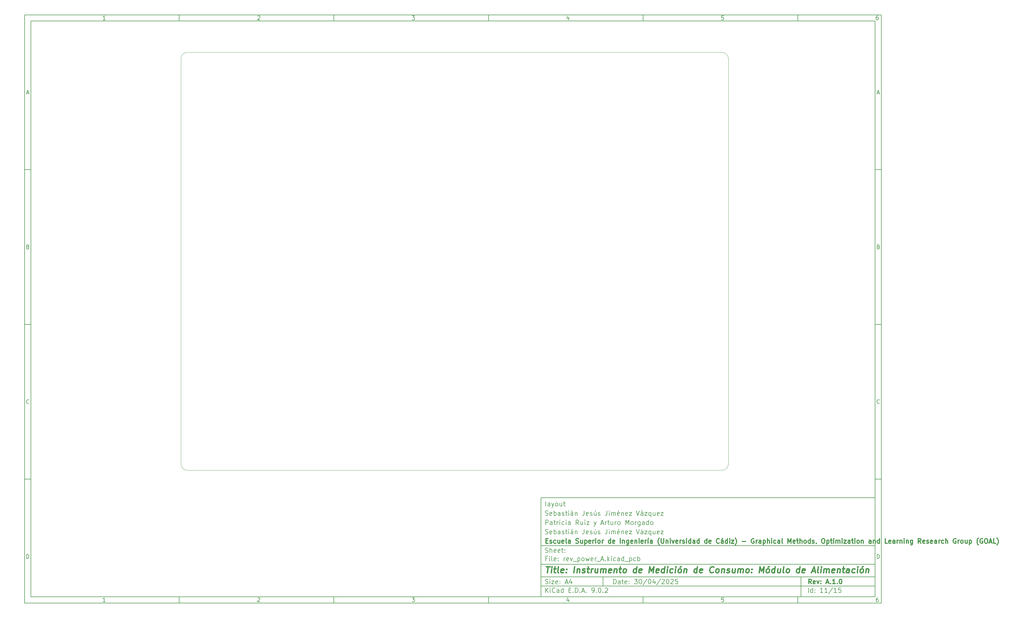
<source format=gbr>
%TF.GenerationSoftware,KiCad,Pcbnew,9.0.2*%
%TF.CreationDate,2025-11-09T23:00:08+01:00*%
%TF.ProjectId,rev_power_A,7265765f-706f-4776-9572-5f412e6b6963,A.1.0*%
%TF.SameCoordinates,Original*%
%TF.FileFunction,Profile,NP*%
%FSLAX46Y46*%
G04 Gerber Fmt 4.6, Leading zero omitted, Abs format (unit mm)*
G04 Created by KiCad (PCBNEW 9.0.2) date 2025-11-09 23:00:08*
%MOMM*%
%LPD*%
G01*
G04 APERTURE LIST*
%ADD10C,0.100000*%
%ADD11C,0.150000*%
%ADD12C,0.300000*%
%ADD13C,0.400000*%
%TA.AperFunction,Profile*%
%ADD14C,0.050000*%
%TD*%
G04 APERTURE END LIST*
D10*
D11*
X177002200Y-166007200D02*
X285002200Y-166007200D01*
X285002200Y-198007200D01*
X177002200Y-198007200D01*
X177002200Y-166007200D01*
D10*
D11*
X10000000Y-10000000D02*
X287002200Y-10000000D01*
X287002200Y-200007200D01*
X10000000Y-200007200D01*
X10000000Y-10000000D01*
D10*
D11*
X12000000Y-12000000D02*
X285002200Y-12000000D01*
X285002200Y-198007200D01*
X12000000Y-198007200D01*
X12000000Y-12000000D01*
D10*
D11*
X60000000Y-12000000D02*
X60000000Y-10000000D01*
D10*
D11*
X110000000Y-12000000D02*
X110000000Y-10000000D01*
D10*
D11*
X160000000Y-12000000D02*
X160000000Y-10000000D01*
D10*
D11*
X210000000Y-12000000D02*
X210000000Y-10000000D01*
D10*
D11*
X260000000Y-12000000D02*
X260000000Y-10000000D01*
D10*
D11*
X36089160Y-11593604D02*
X35346303Y-11593604D01*
X35717731Y-11593604D02*
X35717731Y-10293604D01*
X35717731Y-10293604D02*
X35593922Y-10479319D01*
X35593922Y-10479319D02*
X35470112Y-10603128D01*
X35470112Y-10603128D02*
X35346303Y-10665033D01*
D10*
D11*
X85346303Y-10417414D02*
X85408207Y-10355509D01*
X85408207Y-10355509D02*
X85532017Y-10293604D01*
X85532017Y-10293604D02*
X85841541Y-10293604D01*
X85841541Y-10293604D02*
X85965350Y-10355509D01*
X85965350Y-10355509D02*
X86027255Y-10417414D01*
X86027255Y-10417414D02*
X86089160Y-10541223D01*
X86089160Y-10541223D02*
X86089160Y-10665033D01*
X86089160Y-10665033D02*
X86027255Y-10850747D01*
X86027255Y-10850747D02*
X85284398Y-11593604D01*
X85284398Y-11593604D02*
X86089160Y-11593604D01*
D10*
D11*
X135284398Y-10293604D02*
X136089160Y-10293604D01*
X136089160Y-10293604D02*
X135655826Y-10788842D01*
X135655826Y-10788842D02*
X135841541Y-10788842D01*
X135841541Y-10788842D02*
X135965350Y-10850747D01*
X135965350Y-10850747D02*
X136027255Y-10912652D01*
X136027255Y-10912652D02*
X136089160Y-11036461D01*
X136089160Y-11036461D02*
X136089160Y-11345985D01*
X136089160Y-11345985D02*
X136027255Y-11469795D01*
X136027255Y-11469795D02*
X135965350Y-11531700D01*
X135965350Y-11531700D02*
X135841541Y-11593604D01*
X135841541Y-11593604D02*
X135470112Y-11593604D01*
X135470112Y-11593604D02*
X135346303Y-11531700D01*
X135346303Y-11531700D02*
X135284398Y-11469795D01*
D10*
D11*
X185965350Y-10726938D02*
X185965350Y-11593604D01*
X185655826Y-10231700D02*
X185346303Y-11160271D01*
X185346303Y-11160271D02*
X186151064Y-11160271D01*
D10*
D11*
X236027255Y-10293604D02*
X235408207Y-10293604D01*
X235408207Y-10293604D02*
X235346303Y-10912652D01*
X235346303Y-10912652D02*
X235408207Y-10850747D01*
X235408207Y-10850747D02*
X235532017Y-10788842D01*
X235532017Y-10788842D02*
X235841541Y-10788842D01*
X235841541Y-10788842D02*
X235965350Y-10850747D01*
X235965350Y-10850747D02*
X236027255Y-10912652D01*
X236027255Y-10912652D02*
X236089160Y-11036461D01*
X236089160Y-11036461D02*
X236089160Y-11345985D01*
X236089160Y-11345985D02*
X236027255Y-11469795D01*
X236027255Y-11469795D02*
X235965350Y-11531700D01*
X235965350Y-11531700D02*
X235841541Y-11593604D01*
X235841541Y-11593604D02*
X235532017Y-11593604D01*
X235532017Y-11593604D02*
X235408207Y-11531700D01*
X235408207Y-11531700D02*
X235346303Y-11469795D01*
D10*
D11*
X285965350Y-10293604D02*
X285717731Y-10293604D01*
X285717731Y-10293604D02*
X285593922Y-10355509D01*
X285593922Y-10355509D02*
X285532017Y-10417414D01*
X285532017Y-10417414D02*
X285408207Y-10603128D01*
X285408207Y-10603128D02*
X285346303Y-10850747D01*
X285346303Y-10850747D02*
X285346303Y-11345985D01*
X285346303Y-11345985D02*
X285408207Y-11469795D01*
X285408207Y-11469795D02*
X285470112Y-11531700D01*
X285470112Y-11531700D02*
X285593922Y-11593604D01*
X285593922Y-11593604D02*
X285841541Y-11593604D01*
X285841541Y-11593604D02*
X285965350Y-11531700D01*
X285965350Y-11531700D02*
X286027255Y-11469795D01*
X286027255Y-11469795D02*
X286089160Y-11345985D01*
X286089160Y-11345985D02*
X286089160Y-11036461D01*
X286089160Y-11036461D02*
X286027255Y-10912652D01*
X286027255Y-10912652D02*
X285965350Y-10850747D01*
X285965350Y-10850747D02*
X285841541Y-10788842D01*
X285841541Y-10788842D02*
X285593922Y-10788842D01*
X285593922Y-10788842D02*
X285470112Y-10850747D01*
X285470112Y-10850747D02*
X285408207Y-10912652D01*
X285408207Y-10912652D02*
X285346303Y-11036461D01*
D10*
D11*
X60000000Y-198007200D02*
X60000000Y-200007200D01*
D10*
D11*
X110000000Y-198007200D02*
X110000000Y-200007200D01*
D10*
D11*
X160000000Y-198007200D02*
X160000000Y-200007200D01*
D10*
D11*
X210000000Y-198007200D02*
X210000000Y-200007200D01*
D10*
D11*
X260000000Y-198007200D02*
X260000000Y-200007200D01*
D10*
D11*
X36089160Y-199600804D02*
X35346303Y-199600804D01*
X35717731Y-199600804D02*
X35717731Y-198300804D01*
X35717731Y-198300804D02*
X35593922Y-198486519D01*
X35593922Y-198486519D02*
X35470112Y-198610328D01*
X35470112Y-198610328D02*
X35346303Y-198672233D01*
D10*
D11*
X85346303Y-198424614D02*
X85408207Y-198362709D01*
X85408207Y-198362709D02*
X85532017Y-198300804D01*
X85532017Y-198300804D02*
X85841541Y-198300804D01*
X85841541Y-198300804D02*
X85965350Y-198362709D01*
X85965350Y-198362709D02*
X86027255Y-198424614D01*
X86027255Y-198424614D02*
X86089160Y-198548423D01*
X86089160Y-198548423D02*
X86089160Y-198672233D01*
X86089160Y-198672233D02*
X86027255Y-198857947D01*
X86027255Y-198857947D02*
X85284398Y-199600804D01*
X85284398Y-199600804D02*
X86089160Y-199600804D01*
D10*
D11*
X135284398Y-198300804D02*
X136089160Y-198300804D01*
X136089160Y-198300804D02*
X135655826Y-198796042D01*
X135655826Y-198796042D02*
X135841541Y-198796042D01*
X135841541Y-198796042D02*
X135965350Y-198857947D01*
X135965350Y-198857947D02*
X136027255Y-198919852D01*
X136027255Y-198919852D02*
X136089160Y-199043661D01*
X136089160Y-199043661D02*
X136089160Y-199353185D01*
X136089160Y-199353185D02*
X136027255Y-199476995D01*
X136027255Y-199476995D02*
X135965350Y-199538900D01*
X135965350Y-199538900D02*
X135841541Y-199600804D01*
X135841541Y-199600804D02*
X135470112Y-199600804D01*
X135470112Y-199600804D02*
X135346303Y-199538900D01*
X135346303Y-199538900D02*
X135284398Y-199476995D01*
D10*
D11*
X185965350Y-198734138D02*
X185965350Y-199600804D01*
X185655826Y-198238900D02*
X185346303Y-199167471D01*
X185346303Y-199167471D02*
X186151064Y-199167471D01*
D10*
D11*
X236027255Y-198300804D02*
X235408207Y-198300804D01*
X235408207Y-198300804D02*
X235346303Y-198919852D01*
X235346303Y-198919852D02*
X235408207Y-198857947D01*
X235408207Y-198857947D02*
X235532017Y-198796042D01*
X235532017Y-198796042D02*
X235841541Y-198796042D01*
X235841541Y-198796042D02*
X235965350Y-198857947D01*
X235965350Y-198857947D02*
X236027255Y-198919852D01*
X236027255Y-198919852D02*
X236089160Y-199043661D01*
X236089160Y-199043661D02*
X236089160Y-199353185D01*
X236089160Y-199353185D02*
X236027255Y-199476995D01*
X236027255Y-199476995D02*
X235965350Y-199538900D01*
X235965350Y-199538900D02*
X235841541Y-199600804D01*
X235841541Y-199600804D02*
X235532017Y-199600804D01*
X235532017Y-199600804D02*
X235408207Y-199538900D01*
X235408207Y-199538900D02*
X235346303Y-199476995D01*
D10*
D11*
X285965350Y-198300804D02*
X285717731Y-198300804D01*
X285717731Y-198300804D02*
X285593922Y-198362709D01*
X285593922Y-198362709D02*
X285532017Y-198424614D01*
X285532017Y-198424614D02*
X285408207Y-198610328D01*
X285408207Y-198610328D02*
X285346303Y-198857947D01*
X285346303Y-198857947D02*
X285346303Y-199353185D01*
X285346303Y-199353185D02*
X285408207Y-199476995D01*
X285408207Y-199476995D02*
X285470112Y-199538900D01*
X285470112Y-199538900D02*
X285593922Y-199600804D01*
X285593922Y-199600804D02*
X285841541Y-199600804D01*
X285841541Y-199600804D02*
X285965350Y-199538900D01*
X285965350Y-199538900D02*
X286027255Y-199476995D01*
X286027255Y-199476995D02*
X286089160Y-199353185D01*
X286089160Y-199353185D02*
X286089160Y-199043661D01*
X286089160Y-199043661D02*
X286027255Y-198919852D01*
X286027255Y-198919852D02*
X285965350Y-198857947D01*
X285965350Y-198857947D02*
X285841541Y-198796042D01*
X285841541Y-198796042D02*
X285593922Y-198796042D01*
X285593922Y-198796042D02*
X285470112Y-198857947D01*
X285470112Y-198857947D02*
X285408207Y-198919852D01*
X285408207Y-198919852D02*
X285346303Y-199043661D01*
D10*
D11*
X10000000Y-60000000D02*
X12000000Y-60000000D01*
D10*
D11*
X10000000Y-110000000D02*
X12000000Y-110000000D01*
D10*
D11*
X10000000Y-160000000D02*
X12000000Y-160000000D01*
D10*
D11*
X10690476Y-35222176D02*
X11309523Y-35222176D01*
X10566666Y-35593604D02*
X10999999Y-34293604D01*
X10999999Y-34293604D02*
X11433333Y-35593604D01*
D10*
D11*
X11092857Y-84912652D02*
X11278571Y-84974557D01*
X11278571Y-84974557D02*
X11340476Y-85036461D01*
X11340476Y-85036461D02*
X11402380Y-85160271D01*
X11402380Y-85160271D02*
X11402380Y-85345985D01*
X11402380Y-85345985D02*
X11340476Y-85469795D01*
X11340476Y-85469795D02*
X11278571Y-85531700D01*
X11278571Y-85531700D02*
X11154761Y-85593604D01*
X11154761Y-85593604D02*
X10659523Y-85593604D01*
X10659523Y-85593604D02*
X10659523Y-84293604D01*
X10659523Y-84293604D02*
X11092857Y-84293604D01*
X11092857Y-84293604D02*
X11216666Y-84355509D01*
X11216666Y-84355509D02*
X11278571Y-84417414D01*
X11278571Y-84417414D02*
X11340476Y-84541223D01*
X11340476Y-84541223D02*
X11340476Y-84665033D01*
X11340476Y-84665033D02*
X11278571Y-84788842D01*
X11278571Y-84788842D02*
X11216666Y-84850747D01*
X11216666Y-84850747D02*
X11092857Y-84912652D01*
X11092857Y-84912652D02*
X10659523Y-84912652D01*
D10*
D11*
X11402380Y-135469795D02*
X11340476Y-135531700D01*
X11340476Y-135531700D02*
X11154761Y-135593604D01*
X11154761Y-135593604D02*
X11030952Y-135593604D01*
X11030952Y-135593604D02*
X10845238Y-135531700D01*
X10845238Y-135531700D02*
X10721428Y-135407890D01*
X10721428Y-135407890D02*
X10659523Y-135284080D01*
X10659523Y-135284080D02*
X10597619Y-135036461D01*
X10597619Y-135036461D02*
X10597619Y-134850747D01*
X10597619Y-134850747D02*
X10659523Y-134603128D01*
X10659523Y-134603128D02*
X10721428Y-134479319D01*
X10721428Y-134479319D02*
X10845238Y-134355509D01*
X10845238Y-134355509D02*
X11030952Y-134293604D01*
X11030952Y-134293604D02*
X11154761Y-134293604D01*
X11154761Y-134293604D02*
X11340476Y-134355509D01*
X11340476Y-134355509D02*
X11402380Y-134417414D01*
D10*
D11*
X10659523Y-185593604D02*
X10659523Y-184293604D01*
X10659523Y-184293604D02*
X10969047Y-184293604D01*
X10969047Y-184293604D02*
X11154761Y-184355509D01*
X11154761Y-184355509D02*
X11278571Y-184479319D01*
X11278571Y-184479319D02*
X11340476Y-184603128D01*
X11340476Y-184603128D02*
X11402380Y-184850747D01*
X11402380Y-184850747D02*
X11402380Y-185036461D01*
X11402380Y-185036461D02*
X11340476Y-185284080D01*
X11340476Y-185284080D02*
X11278571Y-185407890D01*
X11278571Y-185407890D02*
X11154761Y-185531700D01*
X11154761Y-185531700D02*
X10969047Y-185593604D01*
X10969047Y-185593604D02*
X10659523Y-185593604D01*
D10*
D11*
X287002200Y-60000000D02*
X285002200Y-60000000D01*
D10*
D11*
X287002200Y-110000000D02*
X285002200Y-110000000D01*
D10*
D11*
X287002200Y-160000000D02*
X285002200Y-160000000D01*
D10*
D11*
X285692676Y-35222176D02*
X286311723Y-35222176D01*
X285568866Y-35593604D02*
X286002199Y-34293604D01*
X286002199Y-34293604D02*
X286435533Y-35593604D01*
D10*
D11*
X286095057Y-84912652D02*
X286280771Y-84974557D01*
X286280771Y-84974557D02*
X286342676Y-85036461D01*
X286342676Y-85036461D02*
X286404580Y-85160271D01*
X286404580Y-85160271D02*
X286404580Y-85345985D01*
X286404580Y-85345985D02*
X286342676Y-85469795D01*
X286342676Y-85469795D02*
X286280771Y-85531700D01*
X286280771Y-85531700D02*
X286156961Y-85593604D01*
X286156961Y-85593604D02*
X285661723Y-85593604D01*
X285661723Y-85593604D02*
X285661723Y-84293604D01*
X285661723Y-84293604D02*
X286095057Y-84293604D01*
X286095057Y-84293604D02*
X286218866Y-84355509D01*
X286218866Y-84355509D02*
X286280771Y-84417414D01*
X286280771Y-84417414D02*
X286342676Y-84541223D01*
X286342676Y-84541223D02*
X286342676Y-84665033D01*
X286342676Y-84665033D02*
X286280771Y-84788842D01*
X286280771Y-84788842D02*
X286218866Y-84850747D01*
X286218866Y-84850747D02*
X286095057Y-84912652D01*
X286095057Y-84912652D02*
X285661723Y-84912652D01*
D10*
D11*
X286404580Y-135469795D02*
X286342676Y-135531700D01*
X286342676Y-135531700D02*
X286156961Y-135593604D01*
X286156961Y-135593604D02*
X286033152Y-135593604D01*
X286033152Y-135593604D02*
X285847438Y-135531700D01*
X285847438Y-135531700D02*
X285723628Y-135407890D01*
X285723628Y-135407890D02*
X285661723Y-135284080D01*
X285661723Y-135284080D02*
X285599819Y-135036461D01*
X285599819Y-135036461D02*
X285599819Y-134850747D01*
X285599819Y-134850747D02*
X285661723Y-134603128D01*
X285661723Y-134603128D02*
X285723628Y-134479319D01*
X285723628Y-134479319D02*
X285847438Y-134355509D01*
X285847438Y-134355509D02*
X286033152Y-134293604D01*
X286033152Y-134293604D02*
X286156961Y-134293604D01*
X286156961Y-134293604D02*
X286342676Y-134355509D01*
X286342676Y-134355509D02*
X286404580Y-134417414D01*
D10*
D11*
X285661723Y-185593604D02*
X285661723Y-184293604D01*
X285661723Y-184293604D02*
X285971247Y-184293604D01*
X285971247Y-184293604D02*
X286156961Y-184355509D01*
X286156961Y-184355509D02*
X286280771Y-184479319D01*
X286280771Y-184479319D02*
X286342676Y-184603128D01*
X286342676Y-184603128D02*
X286404580Y-184850747D01*
X286404580Y-184850747D02*
X286404580Y-185036461D01*
X286404580Y-185036461D02*
X286342676Y-185284080D01*
X286342676Y-185284080D02*
X286280771Y-185407890D01*
X286280771Y-185407890D02*
X286156961Y-185531700D01*
X286156961Y-185531700D02*
X285971247Y-185593604D01*
X285971247Y-185593604D02*
X285661723Y-185593604D01*
D10*
D11*
X200458026Y-193793328D02*
X200458026Y-192293328D01*
X200458026Y-192293328D02*
X200815169Y-192293328D01*
X200815169Y-192293328D02*
X201029455Y-192364757D01*
X201029455Y-192364757D02*
X201172312Y-192507614D01*
X201172312Y-192507614D02*
X201243741Y-192650471D01*
X201243741Y-192650471D02*
X201315169Y-192936185D01*
X201315169Y-192936185D02*
X201315169Y-193150471D01*
X201315169Y-193150471D02*
X201243741Y-193436185D01*
X201243741Y-193436185D02*
X201172312Y-193579042D01*
X201172312Y-193579042D02*
X201029455Y-193721900D01*
X201029455Y-193721900D02*
X200815169Y-193793328D01*
X200815169Y-193793328D02*
X200458026Y-193793328D01*
X202600884Y-193793328D02*
X202600884Y-193007614D01*
X202600884Y-193007614D02*
X202529455Y-192864757D01*
X202529455Y-192864757D02*
X202386598Y-192793328D01*
X202386598Y-192793328D02*
X202100884Y-192793328D01*
X202100884Y-192793328D02*
X201958026Y-192864757D01*
X202600884Y-193721900D02*
X202458026Y-193793328D01*
X202458026Y-193793328D02*
X202100884Y-193793328D01*
X202100884Y-193793328D02*
X201958026Y-193721900D01*
X201958026Y-193721900D02*
X201886598Y-193579042D01*
X201886598Y-193579042D02*
X201886598Y-193436185D01*
X201886598Y-193436185D02*
X201958026Y-193293328D01*
X201958026Y-193293328D02*
X202100884Y-193221900D01*
X202100884Y-193221900D02*
X202458026Y-193221900D01*
X202458026Y-193221900D02*
X202600884Y-193150471D01*
X203100884Y-192793328D02*
X203672312Y-192793328D01*
X203315169Y-192293328D02*
X203315169Y-193579042D01*
X203315169Y-193579042D02*
X203386598Y-193721900D01*
X203386598Y-193721900D02*
X203529455Y-193793328D01*
X203529455Y-193793328D02*
X203672312Y-193793328D01*
X204743741Y-193721900D02*
X204600884Y-193793328D01*
X204600884Y-193793328D02*
X204315170Y-193793328D01*
X204315170Y-193793328D02*
X204172312Y-193721900D01*
X204172312Y-193721900D02*
X204100884Y-193579042D01*
X204100884Y-193579042D02*
X204100884Y-193007614D01*
X204100884Y-193007614D02*
X204172312Y-192864757D01*
X204172312Y-192864757D02*
X204315170Y-192793328D01*
X204315170Y-192793328D02*
X204600884Y-192793328D01*
X204600884Y-192793328D02*
X204743741Y-192864757D01*
X204743741Y-192864757D02*
X204815170Y-193007614D01*
X204815170Y-193007614D02*
X204815170Y-193150471D01*
X204815170Y-193150471D02*
X204100884Y-193293328D01*
X205458026Y-193650471D02*
X205529455Y-193721900D01*
X205529455Y-193721900D02*
X205458026Y-193793328D01*
X205458026Y-193793328D02*
X205386598Y-193721900D01*
X205386598Y-193721900D02*
X205458026Y-193650471D01*
X205458026Y-193650471D02*
X205458026Y-193793328D01*
X205458026Y-192864757D02*
X205529455Y-192936185D01*
X205529455Y-192936185D02*
X205458026Y-193007614D01*
X205458026Y-193007614D02*
X205386598Y-192936185D01*
X205386598Y-192936185D02*
X205458026Y-192864757D01*
X205458026Y-192864757D02*
X205458026Y-193007614D01*
X207172312Y-192293328D02*
X208100884Y-192293328D01*
X208100884Y-192293328D02*
X207600884Y-192864757D01*
X207600884Y-192864757D02*
X207815169Y-192864757D01*
X207815169Y-192864757D02*
X207958027Y-192936185D01*
X207958027Y-192936185D02*
X208029455Y-193007614D01*
X208029455Y-193007614D02*
X208100884Y-193150471D01*
X208100884Y-193150471D02*
X208100884Y-193507614D01*
X208100884Y-193507614D02*
X208029455Y-193650471D01*
X208029455Y-193650471D02*
X207958027Y-193721900D01*
X207958027Y-193721900D02*
X207815169Y-193793328D01*
X207815169Y-193793328D02*
X207386598Y-193793328D01*
X207386598Y-193793328D02*
X207243741Y-193721900D01*
X207243741Y-193721900D02*
X207172312Y-193650471D01*
X209029455Y-192293328D02*
X209172312Y-192293328D01*
X209172312Y-192293328D02*
X209315169Y-192364757D01*
X209315169Y-192364757D02*
X209386598Y-192436185D01*
X209386598Y-192436185D02*
X209458026Y-192579042D01*
X209458026Y-192579042D02*
X209529455Y-192864757D01*
X209529455Y-192864757D02*
X209529455Y-193221900D01*
X209529455Y-193221900D02*
X209458026Y-193507614D01*
X209458026Y-193507614D02*
X209386598Y-193650471D01*
X209386598Y-193650471D02*
X209315169Y-193721900D01*
X209315169Y-193721900D02*
X209172312Y-193793328D01*
X209172312Y-193793328D02*
X209029455Y-193793328D01*
X209029455Y-193793328D02*
X208886598Y-193721900D01*
X208886598Y-193721900D02*
X208815169Y-193650471D01*
X208815169Y-193650471D02*
X208743740Y-193507614D01*
X208743740Y-193507614D02*
X208672312Y-193221900D01*
X208672312Y-193221900D02*
X208672312Y-192864757D01*
X208672312Y-192864757D02*
X208743740Y-192579042D01*
X208743740Y-192579042D02*
X208815169Y-192436185D01*
X208815169Y-192436185D02*
X208886598Y-192364757D01*
X208886598Y-192364757D02*
X209029455Y-192293328D01*
X211243740Y-192221900D02*
X209958026Y-194150471D01*
X212029455Y-192293328D02*
X212172312Y-192293328D01*
X212172312Y-192293328D02*
X212315169Y-192364757D01*
X212315169Y-192364757D02*
X212386598Y-192436185D01*
X212386598Y-192436185D02*
X212458026Y-192579042D01*
X212458026Y-192579042D02*
X212529455Y-192864757D01*
X212529455Y-192864757D02*
X212529455Y-193221900D01*
X212529455Y-193221900D02*
X212458026Y-193507614D01*
X212458026Y-193507614D02*
X212386598Y-193650471D01*
X212386598Y-193650471D02*
X212315169Y-193721900D01*
X212315169Y-193721900D02*
X212172312Y-193793328D01*
X212172312Y-193793328D02*
X212029455Y-193793328D01*
X212029455Y-193793328D02*
X211886598Y-193721900D01*
X211886598Y-193721900D02*
X211815169Y-193650471D01*
X211815169Y-193650471D02*
X211743740Y-193507614D01*
X211743740Y-193507614D02*
X211672312Y-193221900D01*
X211672312Y-193221900D02*
X211672312Y-192864757D01*
X211672312Y-192864757D02*
X211743740Y-192579042D01*
X211743740Y-192579042D02*
X211815169Y-192436185D01*
X211815169Y-192436185D02*
X211886598Y-192364757D01*
X211886598Y-192364757D02*
X212029455Y-192293328D01*
X213815169Y-192793328D02*
X213815169Y-193793328D01*
X213458026Y-192221900D02*
X213100883Y-193293328D01*
X213100883Y-193293328D02*
X214029454Y-193293328D01*
X215672311Y-192221900D02*
X214386597Y-194150471D01*
X216100883Y-192436185D02*
X216172311Y-192364757D01*
X216172311Y-192364757D02*
X216315169Y-192293328D01*
X216315169Y-192293328D02*
X216672311Y-192293328D01*
X216672311Y-192293328D02*
X216815169Y-192364757D01*
X216815169Y-192364757D02*
X216886597Y-192436185D01*
X216886597Y-192436185D02*
X216958026Y-192579042D01*
X216958026Y-192579042D02*
X216958026Y-192721900D01*
X216958026Y-192721900D02*
X216886597Y-192936185D01*
X216886597Y-192936185D02*
X216029454Y-193793328D01*
X216029454Y-193793328D02*
X216958026Y-193793328D01*
X217886597Y-192293328D02*
X218029454Y-192293328D01*
X218029454Y-192293328D02*
X218172311Y-192364757D01*
X218172311Y-192364757D02*
X218243740Y-192436185D01*
X218243740Y-192436185D02*
X218315168Y-192579042D01*
X218315168Y-192579042D02*
X218386597Y-192864757D01*
X218386597Y-192864757D02*
X218386597Y-193221900D01*
X218386597Y-193221900D02*
X218315168Y-193507614D01*
X218315168Y-193507614D02*
X218243740Y-193650471D01*
X218243740Y-193650471D02*
X218172311Y-193721900D01*
X218172311Y-193721900D02*
X218029454Y-193793328D01*
X218029454Y-193793328D02*
X217886597Y-193793328D01*
X217886597Y-193793328D02*
X217743740Y-193721900D01*
X217743740Y-193721900D02*
X217672311Y-193650471D01*
X217672311Y-193650471D02*
X217600882Y-193507614D01*
X217600882Y-193507614D02*
X217529454Y-193221900D01*
X217529454Y-193221900D02*
X217529454Y-192864757D01*
X217529454Y-192864757D02*
X217600882Y-192579042D01*
X217600882Y-192579042D02*
X217672311Y-192436185D01*
X217672311Y-192436185D02*
X217743740Y-192364757D01*
X217743740Y-192364757D02*
X217886597Y-192293328D01*
X218958025Y-192436185D02*
X219029453Y-192364757D01*
X219029453Y-192364757D02*
X219172311Y-192293328D01*
X219172311Y-192293328D02*
X219529453Y-192293328D01*
X219529453Y-192293328D02*
X219672311Y-192364757D01*
X219672311Y-192364757D02*
X219743739Y-192436185D01*
X219743739Y-192436185D02*
X219815168Y-192579042D01*
X219815168Y-192579042D02*
X219815168Y-192721900D01*
X219815168Y-192721900D02*
X219743739Y-192936185D01*
X219743739Y-192936185D02*
X218886596Y-193793328D01*
X218886596Y-193793328D02*
X219815168Y-193793328D01*
X221172310Y-192293328D02*
X220458024Y-192293328D01*
X220458024Y-192293328D02*
X220386596Y-193007614D01*
X220386596Y-193007614D02*
X220458024Y-192936185D01*
X220458024Y-192936185D02*
X220600882Y-192864757D01*
X220600882Y-192864757D02*
X220958024Y-192864757D01*
X220958024Y-192864757D02*
X221100882Y-192936185D01*
X221100882Y-192936185D02*
X221172310Y-193007614D01*
X221172310Y-193007614D02*
X221243739Y-193150471D01*
X221243739Y-193150471D02*
X221243739Y-193507614D01*
X221243739Y-193507614D02*
X221172310Y-193650471D01*
X221172310Y-193650471D02*
X221100882Y-193721900D01*
X221100882Y-193721900D02*
X220958024Y-193793328D01*
X220958024Y-193793328D02*
X220600882Y-193793328D01*
X220600882Y-193793328D02*
X220458024Y-193721900D01*
X220458024Y-193721900D02*
X220386596Y-193650471D01*
D10*
D11*
X177002200Y-194507200D02*
X285002200Y-194507200D01*
D10*
D11*
X178458026Y-196593328D02*
X178458026Y-195093328D01*
X179315169Y-196593328D02*
X178672312Y-195736185D01*
X179315169Y-195093328D02*
X178458026Y-195950471D01*
X179958026Y-196593328D02*
X179958026Y-195593328D01*
X179958026Y-195093328D02*
X179886598Y-195164757D01*
X179886598Y-195164757D02*
X179958026Y-195236185D01*
X179958026Y-195236185D02*
X180029455Y-195164757D01*
X180029455Y-195164757D02*
X179958026Y-195093328D01*
X179958026Y-195093328D02*
X179958026Y-195236185D01*
X181529455Y-196450471D02*
X181458027Y-196521900D01*
X181458027Y-196521900D02*
X181243741Y-196593328D01*
X181243741Y-196593328D02*
X181100884Y-196593328D01*
X181100884Y-196593328D02*
X180886598Y-196521900D01*
X180886598Y-196521900D02*
X180743741Y-196379042D01*
X180743741Y-196379042D02*
X180672312Y-196236185D01*
X180672312Y-196236185D02*
X180600884Y-195950471D01*
X180600884Y-195950471D02*
X180600884Y-195736185D01*
X180600884Y-195736185D02*
X180672312Y-195450471D01*
X180672312Y-195450471D02*
X180743741Y-195307614D01*
X180743741Y-195307614D02*
X180886598Y-195164757D01*
X180886598Y-195164757D02*
X181100884Y-195093328D01*
X181100884Y-195093328D02*
X181243741Y-195093328D01*
X181243741Y-195093328D02*
X181458027Y-195164757D01*
X181458027Y-195164757D02*
X181529455Y-195236185D01*
X182815170Y-196593328D02*
X182815170Y-195807614D01*
X182815170Y-195807614D02*
X182743741Y-195664757D01*
X182743741Y-195664757D02*
X182600884Y-195593328D01*
X182600884Y-195593328D02*
X182315170Y-195593328D01*
X182315170Y-195593328D02*
X182172312Y-195664757D01*
X182815170Y-196521900D02*
X182672312Y-196593328D01*
X182672312Y-196593328D02*
X182315170Y-196593328D01*
X182315170Y-196593328D02*
X182172312Y-196521900D01*
X182172312Y-196521900D02*
X182100884Y-196379042D01*
X182100884Y-196379042D02*
X182100884Y-196236185D01*
X182100884Y-196236185D02*
X182172312Y-196093328D01*
X182172312Y-196093328D02*
X182315170Y-196021900D01*
X182315170Y-196021900D02*
X182672312Y-196021900D01*
X182672312Y-196021900D02*
X182815170Y-195950471D01*
X184172313Y-196593328D02*
X184172313Y-195093328D01*
X184172313Y-196521900D02*
X184029455Y-196593328D01*
X184029455Y-196593328D02*
X183743741Y-196593328D01*
X183743741Y-196593328D02*
X183600884Y-196521900D01*
X183600884Y-196521900D02*
X183529455Y-196450471D01*
X183529455Y-196450471D02*
X183458027Y-196307614D01*
X183458027Y-196307614D02*
X183458027Y-195879042D01*
X183458027Y-195879042D02*
X183529455Y-195736185D01*
X183529455Y-195736185D02*
X183600884Y-195664757D01*
X183600884Y-195664757D02*
X183743741Y-195593328D01*
X183743741Y-195593328D02*
X184029455Y-195593328D01*
X184029455Y-195593328D02*
X184172313Y-195664757D01*
X186029455Y-195807614D02*
X186529455Y-195807614D01*
X186743741Y-196593328D02*
X186029455Y-196593328D01*
X186029455Y-196593328D02*
X186029455Y-195093328D01*
X186029455Y-195093328D02*
X186743741Y-195093328D01*
X187386598Y-196450471D02*
X187458027Y-196521900D01*
X187458027Y-196521900D02*
X187386598Y-196593328D01*
X187386598Y-196593328D02*
X187315170Y-196521900D01*
X187315170Y-196521900D02*
X187386598Y-196450471D01*
X187386598Y-196450471D02*
X187386598Y-196593328D01*
X188100884Y-196593328D02*
X188100884Y-195093328D01*
X188100884Y-195093328D02*
X188458027Y-195093328D01*
X188458027Y-195093328D02*
X188672313Y-195164757D01*
X188672313Y-195164757D02*
X188815170Y-195307614D01*
X188815170Y-195307614D02*
X188886599Y-195450471D01*
X188886599Y-195450471D02*
X188958027Y-195736185D01*
X188958027Y-195736185D02*
X188958027Y-195950471D01*
X188958027Y-195950471D02*
X188886599Y-196236185D01*
X188886599Y-196236185D02*
X188815170Y-196379042D01*
X188815170Y-196379042D02*
X188672313Y-196521900D01*
X188672313Y-196521900D02*
X188458027Y-196593328D01*
X188458027Y-196593328D02*
X188100884Y-196593328D01*
X189600884Y-196450471D02*
X189672313Y-196521900D01*
X189672313Y-196521900D02*
X189600884Y-196593328D01*
X189600884Y-196593328D02*
X189529456Y-196521900D01*
X189529456Y-196521900D02*
X189600884Y-196450471D01*
X189600884Y-196450471D02*
X189600884Y-196593328D01*
X190243742Y-196164757D02*
X190958028Y-196164757D01*
X190100885Y-196593328D02*
X190600885Y-195093328D01*
X190600885Y-195093328D02*
X191100885Y-196593328D01*
X191600884Y-196450471D02*
X191672313Y-196521900D01*
X191672313Y-196521900D02*
X191600884Y-196593328D01*
X191600884Y-196593328D02*
X191529456Y-196521900D01*
X191529456Y-196521900D02*
X191600884Y-196450471D01*
X191600884Y-196450471D02*
X191600884Y-196593328D01*
X193529456Y-196593328D02*
X193815170Y-196593328D01*
X193815170Y-196593328D02*
X193958027Y-196521900D01*
X193958027Y-196521900D02*
X194029456Y-196450471D01*
X194029456Y-196450471D02*
X194172313Y-196236185D01*
X194172313Y-196236185D02*
X194243742Y-195950471D01*
X194243742Y-195950471D02*
X194243742Y-195379042D01*
X194243742Y-195379042D02*
X194172313Y-195236185D01*
X194172313Y-195236185D02*
X194100885Y-195164757D01*
X194100885Y-195164757D02*
X193958027Y-195093328D01*
X193958027Y-195093328D02*
X193672313Y-195093328D01*
X193672313Y-195093328D02*
X193529456Y-195164757D01*
X193529456Y-195164757D02*
X193458027Y-195236185D01*
X193458027Y-195236185D02*
X193386599Y-195379042D01*
X193386599Y-195379042D02*
X193386599Y-195736185D01*
X193386599Y-195736185D02*
X193458027Y-195879042D01*
X193458027Y-195879042D02*
X193529456Y-195950471D01*
X193529456Y-195950471D02*
X193672313Y-196021900D01*
X193672313Y-196021900D02*
X193958027Y-196021900D01*
X193958027Y-196021900D02*
X194100885Y-195950471D01*
X194100885Y-195950471D02*
X194172313Y-195879042D01*
X194172313Y-195879042D02*
X194243742Y-195736185D01*
X194886598Y-196450471D02*
X194958027Y-196521900D01*
X194958027Y-196521900D02*
X194886598Y-196593328D01*
X194886598Y-196593328D02*
X194815170Y-196521900D01*
X194815170Y-196521900D02*
X194886598Y-196450471D01*
X194886598Y-196450471D02*
X194886598Y-196593328D01*
X195886599Y-195093328D02*
X196029456Y-195093328D01*
X196029456Y-195093328D02*
X196172313Y-195164757D01*
X196172313Y-195164757D02*
X196243742Y-195236185D01*
X196243742Y-195236185D02*
X196315170Y-195379042D01*
X196315170Y-195379042D02*
X196386599Y-195664757D01*
X196386599Y-195664757D02*
X196386599Y-196021900D01*
X196386599Y-196021900D02*
X196315170Y-196307614D01*
X196315170Y-196307614D02*
X196243742Y-196450471D01*
X196243742Y-196450471D02*
X196172313Y-196521900D01*
X196172313Y-196521900D02*
X196029456Y-196593328D01*
X196029456Y-196593328D02*
X195886599Y-196593328D01*
X195886599Y-196593328D02*
X195743742Y-196521900D01*
X195743742Y-196521900D02*
X195672313Y-196450471D01*
X195672313Y-196450471D02*
X195600884Y-196307614D01*
X195600884Y-196307614D02*
X195529456Y-196021900D01*
X195529456Y-196021900D02*
X195529456Y-195664757D01*
X195529456Y-195664757D02*
X195600884Y-195379042D01*
X195600884Y-195379042D02*
X195672313Y-195236185D01*
X195672313Y-195236185D02*
X195743742Y-195164757D01*
X195743742Y-195164757D02*
X195886599Y-195093328D01*
X197029455Y-196450471D02*
X197100884Y-196521900D01*
X197100884Y-196521900D02*
X197029455Y-196593328D01*
X197029455Y-196593328D02*
X196958027Y-196521900D01*
X196958027Y-196521900D02*
X197029455Y-196450471D01*
X197029455Y-196450471D02*
X197029455Y-196593328D01*
X197672313Y-195236185D02*
X197743741Y-195164757D01*
X197743741Y-195164757D02*
X197886599Y-195093328D01*
X197886599Y-195093328D02*
X198243741Y-195093328D01*
X198243741Y-195093328D02*
X198386599Y-195164757D01*
X198386599Y-195164757D02*
X198458027Y-195236185D01*
X198458027Y-195236185D02*
X198529456Y-195379042D01*
X198529456Y-195379042D02*
X198529456Y-195521900D01*
X198529456Y-195521900D02*
X198458027Y-195736185D01*
X198458027Y-195736185D02*
X197600884Y-196593328D01*
X197600884Y-196593328D02*
X198529456Y-196593328D01*
D10*
D11*
X177002200Y-191507200D02*
X285002200Y-191507200D01*
D10*
D12*
X264413853Y-193785528D02*
X263913853Y-193071242D01*
X263556710Y-193785528D02*
X263556710Y-192285528D01*
X263556710Y-192285528D02*
X264128139Y-192285528D01*
X264128139Y-192285528D02*
X264270996Y-192356957D01*
X264270996Y-192356957D02*
X264342425Y-192428385D01*
X264342425Y-192428385D02*
X264413853Y-192571242D01*
X264413853Y-192571242D02*
X264413853Y-192785528D01*
X264413853Y-192785528D02*
X264342425Y-192928385D01*
X264342425Y-192928385D02*
X264270996Y-192999814D01*
X264270996Y-192999814D02*
X264128139Y-193071242D01*
X264128139Y-193071242D02*
X263556710Y-193071242D01*
X265628139Y-193714100D02*
X265485282Y-193785528D01*
X265485282Y-193785528D02*
X265199568Y-193785528D01*
X265199568Y-193785528D02*
X265056710Y-193714100D01*
X265056710Y-193714100D02*
X264985282Y-193571242D01*
X264985282Y-193571242D02*
X264985282Y-192999814D01*
X264985282Y-192999814D02*
X265056710Y-192856957D01*
X265056710Y-192856957D02*
X265199568Y-192785528D01*
X265199568Y-192785528D02*
X265485282Y-192785528D01*
X265485282Y-192785528D02*
X265628139Y-192856957D01*
X265628139Y-192856957D02*
X265699568Y-192999814D01*
X265699568Y-192999814D02*
X265699568Y-193142671D01*
X265699568Y-193142671D02*
X264985282Y-193285528D01*
X266199567Y-192785528D02*
X266556710Y-193785528D01*
X266556710Y-193785528D02*
X266913853Y-192785528D01*
X267485281Y-193642671D02*
X267556710Y-193714100D01*
X267556710Y-193714100D02*
X267485281Y-193785528D01*
X267485281Y-193785528D02*
X267413853Y-193714100D01*
X267413853Y-193714100D02*
X267485281Y-193642671D01*
X267485281Y-193642671D02*
X267485281Y-193785528D01*
X267485281Y-192856957D02*
X267556710Y-192928385D01*
X267556710Y-192928385D02*
X267485281Y-192999814D01*
X267485281Y-192999814D02*
X267413853Y-192928385D01*
X267413853Y-192928385D02*
X267485281Y-192856957D01*
X267485281Y-192856957D02*
X267485281Y-192999814D01*
X269270996Y-193356957D02*
X269985282Y-193356957D01*
X269128139Y-193785528D02*
X269628139Y-192285528D01*
X269628139Y-192285528D02*
X270128139Y-193785528D01*
X270628138Y-193642671D02*
X270699567Y-193714100D01*
X270699567Y-193714100D02*
X270628138Y-193785528D01*
X270628138Y-193785528D02*
X270556710Y-193714100D01*
X270556710Y-193714100D02*
X270628138Y-193642671D01*
X270628138Y-193642671D02*
X270628138Y-193785528D01*
X272128139Y-193785528D02*
X271270996Y-193785528D01*
X271699567Y-193785528D02*
X271699567Y-192285528D01*
X271699567Y-192285528D02*
X271556710Y-192499814D01*
X271556710Y-192499814D02*
X271413853Y-192642671D01*
X271413853Y-192642671D02*
X271270996Y-192714100D01*
X272770995Y-193642671D02*
X272842424Y-193714100D01*
X272842424Y-193714100D02*
X272770995Y-193785528D01*
X272770995Y-193785528D02*
X272699567Y-193714100D01*
X272699567Y-193714100D02*
X272770995Y-193642671D01*
X272770995Y-193642671D02*
X272770995Y-193785528D01*
X273770996Y-192285528D02*
X273913853Y-192285528D01*
X273913853Y-192285528D02*
X274056710Y-192356957D01*
X274056710Y-192356957D02*
X274128139Y-192428385D01*
X274128139Y-192428385D02*
X274199567Y-192571242D01*
X274199567Y-192571242D02*
X274270996Y-192856957D01*
X274270996Y-192856957D02*
X274270996Y-193214100D01*
X274270996Y-193214100D02*
X274199567Y-193499814D01*
X274199567Y-193499814D02*
X274128139Y-193642671D01*
X274128139Y-193642671D02*
X274056710Y-193714100D01*
X274056710Y-193714100D02*
X273913853Y-193785528D01*
X273913853Y-193785528D02*
X273770996Y-193785528D01*
X273770996Y-193785528D02*
X273628139Y-193714100D01*
X273628139Y-193714100D02*
X273556710Y-193642671D01*
X273556710Y-193642671D02*
X273485281Y-193499814D01*
X273485281Y-193499814D02*
X273413853Y-193214100D01*
X273413853Y-193214100D02*
X273413853Y-192856957D01*
X273413853Y-192856957D02*
X273485281Y-192571242D01*
X273485281Y-192571242D02*
X273556710Y-192428385D01*
X273556710Y-192428385D02*
X273628139Y-192356957D01*
X273628139Y-192356957D02*
X273770996Y-192285528D01*
D10*
D11*
X178386598Y-193721900D02*
X178600884Y-193793328D01*
X178600884Y-193793328D02*
X178958026Y-193793328D01*
X178958026Y-193793328D02*
X179100884Y-193721900D01*
X179100884Y-193721900D02*
X179172312Y-193650471D01*
X179172312Y-193650471D02*
X179243741Y-193507614D01*
X179243741Y-193507614D02*
X179243741Y-193364757D01*
X179243741Y-193364757D02*
X179172312Y-193221900D01*
X179172312Y-193221900D02*
X179100884Y-193150471D01*
X179100884Y-193150471D02*
X178958026Y-193079042D01*
X178958026Y-193079042D02*
X178672312Y-193007614D01*
X178672312Y-193007614D02*
X178529455Y-192936185D01*
X178529455Y-192936185D02*
X178458026Y-192864757D01*
X178458026Y-192864757D02*
X178386598Y-192721900D01*
X178386598Y-192721900D02*
X178386598Y-192579042D01*
X178386598Y-192579042D02*
X178458026Y-192436185D01*
X178458026Y-192436185D02*
X178529455Y-192364757D01*
X178529455Y-192364757D02*
X178672312Y-192293328D01*
X178672312Y-192293328D02*
X179029455Y-192293328D01*
X179029455Y-192293328D02*
X179243741Y-192364757D01*
X179886597Y-193793328D02*
X179886597Y-192793328D01*
X179886597Y-192293328D02*
X179815169Y-192364757D01*
X179815169Y-192364757D02*
X179886597Y-192436185D01*
X179886597Y-192436185D02*
X179958026Y-192364757D01*
X179958026Y-192364757D02*
X179886597Y-192293328D01*
X179886597Y-192293328D02*
X179886597Y-192436185D01*
X180458026Y-192793328D02*
X181243741Y-192793328D01*
X181243741Y-192793328D02*
X180458026Y-193793328D01*
X180458026Y-193793328D02*
X181243741Y-193793328D01*
X182386598Y-193721900D02*
X182243741Y-193793328D01*
X182243741Y-193793328D02*
X181958027Y-193793328D01*
X181958027Y-193793328D02*
X181815169Y-193721900D01*
X181815169Y-193721900D02*
X181743741Y-193579042D01*
X181743741Y-193579042D02*
X181743741Y-193007614D01*
X181743741Y-193007614D02*
X181815169Y-192864757D01*
X181815169Y-192864757D02*
X181958027Y-192793328D01*
X181958027Y-192793328D02*
X182243741Y-192793328D01*
X182243741Y-192793328D02*
X182386598Y-192864757D01*
X182386598Y-192864757D02*
X182458027Y-193007614D01*
X182458027Y-193007614D02*
X182458027Y-193150471D01*
X182458027Y-193150471D02*
X181743741Y-193293328D01*
X183100883Y-193650471D02*
X183172312Y-193721900D01*
X183172312Y-193721900D02*
X183100883Y-193793328D01*
X183100883Y-193793328D02*
X183029455Y-193721900D01*
X183029455Y-193721900D02*
X183100883Y-193650471D01*
X183100883Y-193650471D02*
X183100883Y-193793328D01*
X183100883Y-192864757D02*
X183172312Y-192936185D01*
X183172312Y-192936185D02*
X183100883Y-193007614D01*
X183100883Y-193007614D02*
X183029455Y-192936185D01*
X183029455Y-192936185D02*
X183100883Y-192864757D01*
X183100883Y-192864757D02*
X183100883Y-193007614D01*
X184886598Y-193364757D02*
X185600884Y-193364757D01*
X184743741Y-193793328D02*
X185243741Y-192293328D01*
X185243741Y-192293328D02*
X185743741Y-193793328D01*
X186886598Y-192793328D02*
X186886598Y-193793328D01*
X186529455Y-192221900D02*
X186172312Y-193293328D01*
X186172312Y-193293328D02*
X187100883Y-193293328D01*
D10*
D11*
X263458026Y-196593328D02*
X263458026Y-195093328D01*
X264815170Y-196593328D02*
X264815170Y-195093328D01*
X264815170Y-196521900D02*
X264672312Y-196593328D01*
X264672312Y-196593328D02*
X264386598Y-196593328D01*
X264386598Y-196593328D02*
X264243741Y-196521900D01*
X264243741Y-196521900D02*
X264172312Y-196450471D01*
X264172312Y-196450471D02*
X264100884Y-196307614D01*
X264100884Y-196307614D02*
X264100884Y-195879042D01*
X264100884Y-195879042D02*
X264172312Y-195736185D01*
X264172312Y-195736185D02*
X264243741Y-195664757D01*
X264243741Y-195664757D02*
X264386598Y-195593328D01*
X264386598Y-195593328D02*
X264672312Y-195593328D01*
X264672312Y-195593328D02*
X264815170Y-195664757D01*
X265529455Y-196450471D02*
X265600884Y-196521900D01*
X265600884Y-196521900D02*
X265529455Y-196593328D01*
X265529455Y-196593328D02*
X265458027Y-196521900D01*
X265458027Y-196521900D02*
X265529455Y-196450471D01*
X265529455Y-196450471D02*
X265529455Y-196593328D01*
X265529455Y-195664757D02*
X265600884Y-195736185D01*
X265600884Y-195736185D02*
X265529455Y-195807614D01*
X265529455Y-195807614D02*
X265458027Y-195736185D01*
X265458027Y-195736185D02*
X265529455Y-195664757D01*
X265529455Y-195664757D02*
X265529455Y-195807614D01*
X268172313Y-196593328D02*
X267315170Y-196593328D01*
X267743741Y-196593328D02*
X267743741Y-195093328D01*
X267743741Y-195093328D02*
X267600884Y-195307614D01*
X267600884Y-195307614D02*
X267458027Y-195450471D01*
X267458027Y-195450471D02*
X267315170Y-195521900D01*
X269600884Y-196593328D02*
X268743741Y-196593328D01*
X269172312Y-196593328D02*
X269172312Y-195093328D01*
X269172312Y-195093328D02*
X269029455Y-195307614D01*
X269029455Y-195307614D02*
X268886598Y-195450471D01*
X268886598Y-195450471D02*
X268743741Y-195521900D01*
X271315169Y-195021900D02*
X270029455Y-196950471D01*
X272600884Y-196593328D02*
X271743741Y-196593328D01*
X272172312Y-196593328D02*
X272172312Y-195093328D01*
X272172312Y-195093328D02*
X272029455Y-195307614D01*
X272029455Y-195307614D02*
X271886598Y-195450471D01*
X271886598Y-195450471D02*
X271743741Y-195521900D01*
X273958026Y-195093328D02*
X273243740Y-195093328D01*
X273243740Y-195093328D02*
X273172312Y-195807614D01*
X273172312Y-195807614D02*
X273243740Y-195736185D01*
X273243740Y-195736185D02*
X273386598Y-195664757D01*
X273386598Y-195664757D02*
X273743740Y-195664757D01*
X273743740Y-195664757D02*
X273886598Y-195736185D01*
X273886598Y-195736185D02*
X273958026Y-195807614D01*
X273958026Y-195807614D02*
X274029455Y-195950471D01*
X274029455Y-195950471D02*
X274029455Y-196307614D01*
X274029455Y-196307614D02*
X273958026Y-196450471D01*
X273958026Y-196450471D02*
X273886598Y-196521900D01*
X273886598Y-196521900D02*
X273743740Y-196593328D01*
X273743740Y-196593328D02*
X273386598Y-196593328D01*
X273386598Y-196593328D02*
X273243740Y-196521900D01*
X273243740Y-196521900D02*
X273172312Y-196450471D01*
D10*
D11*
X177002200Y-187507200D02*
X285002200Y-187507200D01*
D10*
D13*
X178693928Y-188211638D02*
X179836785Y-188211638D01*
X179015357Y-190211638D02*
X179265357Y-188211638D01*
X180253452Y-190211638D02*
X180420119Y-188878304D01*
X180503452Y-188211638D02*
X180396309Y-188306876D01*
X180396309Y-188306876D02*
X180479643Y-188402114D01*
X180479643Y-188402114D02*
X180586786Y-188306876D01*
X180586786Y-188306876D02*
X180503452Y-188211638D01*
X180503452Y-188211638D02*
X180479643Y-188402114D01*
X181086786Y-188878304D02*
X181848690Y-188878304D01*
X181455833Y-188211638D02*
X181241548Y-189925923D01*
X181241548Y-189925923D02*
X181312976Y-190116400D01*
X181312976Y-190116400D02*
X181491548Y-190211638D01*
X181491548Y-190211638D02*
X181682024Y-190211638D01*
X182634405Y-190211638D02*
X182455833Y-190116400D01*
X182455833Y-190116400D02*
X182384405Y-189925923D01*
X182384405Y-189925923D02*
X182598690Y-188211638D01*
X184170119Y-190116400D02*
X183967738Y-190211638D01*
X183967738Y-190211638D02*
X183586785Y-190211638D01*
X183586785Y-190211638D02*
X183408214Y-190116400D01*
X183408214Y-190116400D02*
X183336785Y-189925923D01*
X183336785Y-189925923D02*
X183432024Y-189164019D01*
X183432024Y-189164019D02*
X183551071Y-188973542D01*
X183551071Y-188973542D02*
X183753452Y-188878304D01*
X183753452Y-188878304D02*
X184134404Y-188878304D01*
X184134404Y-188878304D02*
X184312976Y-188973542D01*
X184312976Y-188973542D02*
X184384404Y-189164019D01*
X184384404Y-189164019D02*
X184360595Y-189354495D01*
X184360595Y-189354495D02*
X183384404Y-189544971D01*
X185134405Y-190021161D02*
X185217738Y-190116400D01*
X185217738Y-190116400D02*
X185110595Y-190211638D01*
X185110595Y-190211638D02*
X185027262Y-190116400D01*
X185027262Y-190116400D02*
X185134405Y-190021161D01*
X185134405Y-190021161D02*
X185110595Y-190211638D01*
X185265357Y-188973542D02*
X185348690Y-189068780D01*
X185348690Y-189068780D02*
X185241548Y-189164019D01*
X185241548Y-189164019D02*
X185158214Y-189068780D01*
X185158214Y-189068780D02*
X185265357Y-188973542D01*
X185265357Y-188973542D02*
X185241548Y-189164019D01*
X187586786Y-190211638D02*
X187836786Y-188211638D01*
X188705834Y-188878304D02*
X188539167Y-190211638D01*
X188682024Y-189068780D02*
X188789167Y-188973542D01*
X188789167Y-188973542D02*
X188991548Y-188878304D01*
X188991548Y-188878304D02*
X189277262Y-188878304D01*
X189277262Y-188878304D02*
X189455834Y-188973542D01*
X189455834Y-188973542D02*
X189527262Y-189164019D01*
X189527262Y-189164019D02*
X189396310Y-190211638D01*
X190265358Y-190116400D02*
X190443929Y-190211638D01*
X190443929Y-190211638D02*
X190824882Y-190211638D01*
X190824882Y-190211638D02*
X191027263Y-190116400D01*
X191027263Y-190116400D02*
X191146310Y-189925923D01*
X191146310Y-189925923D02*
X191158215Y-189830685D01*
X191158215Y-189830685D02*
X191086786Y-189640209D01*
X191086786Y-189640209D02*
X190908215Y-189544971D01*
X190908215Y-189544971D02*
X190622501Y-189544971D01*
X190622501Y-189544971D02*
X190443929Y-189449733D01*
X190443929Y-189449733D02*
X190372501Y-189259257D01*
X190372501Y-189259257D02*
X190384406Y-189164019D01*
X190384406Y-189164019D02*
X190503453Y-188973542D01*
X190503453Y-188973542D02*
X190705834Y-188878304D01*
X190705834Y-188878304D02*
X190991548Y-188878304D01*
X190991548Y-188878304D02*
X191170120Y-188973542D01*
X191848692Y-188878304D02*
X192610596Y-188878304D01*
X192217739Y-188211638D02*
X192003454Y-189925923D01*
X192003454Y-189925923D02*
X192074882Y-190116400D01*
X192074882Y-190116400D02*
X192253454Y-190211638D01*
X192253454Y-190211638D02*
X192443930Y-190211638D01*
X193110596Y-190211638D02*
X193277263Y-188878304D01*
X193229644Y-189259257D02*
X193348691Y-189068780D01*
X193348691Y-189068780D02*
X193455834Y-188973542D01*
X193455834Y-188973542D02*
X193658215Y-188878304D01*
X193658215Y-188878304D02*
X193848691Y-188878304D01*
X195372501Y-188878304D02*
X195205834Y-190211638D01*
X194515358Y-188878304D02*
X194384406Y-189925923D01*
X194384406Y-189925923D02*
X194455834Y-190116400D01*
X194455834Y-190116400D02*
X194634406Y-190211638D01*
X194634406Y-190211638D02*
X194920120Y-190211638D01*
X194920120Y-190211638D02*
X195122501Y-190116400D01*
X195122501Y-190116400D02*
X195229644Y-190021161D01*
X196158215Y-190211638D02*
X196324882Y-188878304D01*
X196301072Y-189068780D02*
X196408215Y-188973542D01*
X196408215Y-188973542D02*
X196610596Y-188878304D01*
X196610596Y-188878304D02*
X196896310Y-188878304D01*
X196896310Y-188878304D02*
X197074882Y-188973542D01*
X197074882Y-188973542D02*
X197146310Y-189164019D01*
X197146310Y-189164019D02*
X197015358Y-190211638D01*
X197146310Y-189164019D02*
X197265358Y-188973542D01*
X197265358Y-188973542D02*
X197467739Y-188878304D01*
X197467739Y-188878304D02*
X197753453Y-188878304D01*
X197753453Y-188878304D02*
X197932025Y-188973542D01*
X197932025Y-188973542D02*
X198003453Y-189164019D01*
X198003453Y-189164019D02*
X197872501Y-190211638D01*
X199598692Y-190116400D02*
X199396311Y-190211638D01*
X199396311Y-190211638D02*
X199015358Y-190211638D01*
X199015358Y-190211638D02*
X198836787Y-190116400D01*
X198836787Y-190116400D02*
X198765358Y-189925923D01*
X198765358Y-189925923D02*
X198860597Y-189164019D01*
X198860597Y-189164019D02*
X198979644Y-188973542D01*
X198979644Y-188973542D02*
X199182025Y-188878304D01*
X199182025Y-188878304D02*
X199562977Y-188878304D01*
X199562977Y-188878304D02*
X199741549Y-188973542D01*
X199741549Y-188973542D02*
X199812977Y-189164019D01*
X199812977Y-189164019D02*
X199789168Y-189354495D01*
X199789168Y-189354495D02*
X198812977Y-189544971D01*
X200705835Y-188878304D02*
X200539168Y-190211638D01*
X200682025Y-189068780D02*
X200789168Y-188973542D01*
X200789168Y-188973542D02*
X200991549Y-188878304D01*
X200991549Y-188878304D02*
X201277263Y-188878304D01*
X201277263Y-188878304D02*
X201455835Y-188973542D01*
X201455835Y-188973542D02*
X201527263Y-189164019D01*
X201527263Y-189164019D02*
X201396311Y-190211638D01*
X202229645Y-188878304D02*
X202991549Y-188878304D01*
X202598692Y-188211638D02*
X202384407Y-189925923D01*
X202384407Y-189925923D02*
X202455835Y-190116400D01*
X202455835Y-190116400D02*
X202634407Y-190211638D01*
X202634407Y-190211638D02*
X202824883Y-190211638D01*
X203777264Y-190211638D02*
X203598692Y-190116400D01*
X203598692Y-190116400D02*
X203515359Y-190021161D01*
X203515359Y-190021161D02*
X203443930Y-189830685D01*
X203443930Y-189830685D02*
X203515359Y-189259257D01*
X203515359Y-189259257D02*
X203634406Y-189068780D01*
X203634406Y-189068780D02*
X203741549Y-188973542D01*
X203741549Y-188973542D02*
X203943930Y-188878304D01*
X203943930Y-188878304D02*
X204229644Y-188878304D01*
X204229644Y-188878304D02*
X204408216Y-188973542D01*
X204408216Y-188973542D02*
X204491549Y-189068780D01*
X204491549Y-189068780D02*
X204562978Y-189259257D01*
X204562978Y-189259257D02*
X204491549Y-189830685D01*
X204491549Y-189830685D02*
X204372502Y-190021161D01*
X204372502Y-190021161D02*
X204265359Y-190116400D01*
X204265359Y-190116400D02*
X204062978Y-190211638D01*
X204062978Y-190211638D02*
X203777264Y-190211638D01*
X207682026Y-190211638D02*
X207932026Y-188211638D01*
X207693931Y-190116400D02*
X207491550Y-190211638D01*
X207491550Y-190211638D02*
X207110598Y-190211638D01*
X207110598Y-190211638D02*
X206932026Y-190116400D01*
X206932026Y-190116400D02*
X206848693Y-190021161D01*
X206848693Y-190021161D02*
X206777264Y-189830685D01*
X206777264Y-189830685D02*
X206848693Y-189259257D01*
X206848693Y-189259257D02*
X206967740Y-189068780D01*
X206967740Y-189068780D02*
X207074883Y-188973542D01*
X207074883Y-188973542D02*
X207277264Y-188878304D01*
X207277264Y-188878304D02*
X207658217Y-188878304D01*
X207658217Y-188878304D02*
X207836788Y-188973542D01*
X209408217Y-190116400D02*
X209205836Y-190211638D01*
X209205836Y-190211638D02*
X208824883Y-190211638D01*
X208824883Y-190211638D02*
X208646312Y-190116400D01*
X208646312Y-190116400D02*
X208574883Y-189925923D01*
X208574883Y-189925923D02*
X208670122Y-189164019D01*
X208670122Y-189164019D02*
X208789169Y-188973542D01*
X208789169Y-188973542D02*
X208991550Y-188878304D01*
X208991550Y-188878304D02*
X209372502Y-188878304D01*
X209372502Y-188878304D02*
X209551074Y-188973542D01*
X209551074Y-188973542D02*
X209622502Y-189164019D01*
X209622502Y-189164019D02*
X209598693Y-189354495D01*
X209598693Y-189354495D02*
X208622502Y-189544971D01*
X211872503Y-190211638D02*
X212122503Y-188211638D01*
X212122503Y-188211638D02*
X212610598Y-189640209D01*
X212610598Y-189640209D02*
X213455837Y-188211638D01*
X213455837Y-188211638D02*
X213205837Y-190211638D01*
X214932027Y-190116400D02*
X214729646Y-190211638D01*
X214729646Y-190211638D02*
X214348693Y-190211638D01*
X214348693Y-190211638D02*
X214170122Y-190116400D01*
X214170122Y-190116400D02*
X214098693Y-189925923D01*
X214098693Y-189925923D02*
X214193932Y-189164019D01*
X214193932Y-189164019D02*
X214312979Y-188973542D01*
X214312979Y-188973542D02*
X214515360Y-188878304D01*
X214515360Y-188878304D02*
X214896312Y-188878304D01*
X214896312Y-188878304D02*
X215074884Y-188973542D01*
X215074884Y-188973542D02*
X215146312Y-189164019D01*
X215146312Y-189164019D02*
X215122503Y-189354495D01*
X215122503Y-189354495D02*
X214146312Y-189544971D01*
X216729646Y-190211638D02*
X216979646Y-188211638D01*
X216741551Y-190116400D02*
X216539170Y-190211638D01*
X216539170Y-190211638D02*
X216158218Y-190211638D01*
X216158218Y-190211638D02*
X215979646Y-190116400D01*
X215979646Y-190116400D02*
X215896313Y-190021161D01*
X215896313Y-190021161D02*
X215824884Y-189830685D01*
X215824884Y-189830685D02*
X215896313Y-189259257D01*
X215896313Y-189259257D02*
X216015360Y-189068780D01*
X216015360Y-189068780D02*
X216122503Y-188973542D01*
X216122503Y-188973542D02*
X216324884Y-188878304D01*
X216324884Y-188878304D02*
X216705837Y-188878304D01*
X216705837Y-188878304D02*
X216884408Y-188973542D01*
X217682027Y-190211638D02*
X217848694Y-188878304D01*
X217932027Y-188211638D02*
X217824884Y-188306876D01*
X217824884Y-188306876D02*
X217908218Y-188402114D01*
X217908218Y-188402114D02*
X218015361Y-188306876D01*
X218015361Y-188306876D02*
X217932027Y-188211638D01*
X217932027Y-188211638D02*
X217908218Y-188402114D01*
X219503456Y-190116400D02*
X219301075Y-190211638D01*
X219301075Y-190211638D02*
X218920123Y-190211638D01*
X218920123Y-190211638D02*
X218741551Y-190116400D01*
X218741551Y-190116400D02*
X218658218Y-190021161D01*
X218658218Y-190021161D02*
X218586789Y-189830685D01*
X218586789Y-189830685D02*
X218658218Y-189259257D01*
X218658218Y-189259257D02*
X218777265Y-189068780D01*
X218777265Y-189068780D02*
X218884408Y-188973542D01*
X218884408Y-188973542D02*
X219086789Y-188878304D01*
X219086789Y-188878304D02*
X219467742Y-188878304D01*
X219467742Y-188878304D02*
X219646313Y-188973542D01*
X220348694Y-190211638D02*
X220515361Y-188878304D01*
X220598694Y-188211638D02*
X220491551Y-188306876D01*
X220491551Y-188306876D02*
X220574885Y-188402114D01*
X220574885Y-188402114D02*
X220682028Y-188306876D01*
X220682028Y-188306876D02*
X220598694Y-188211638D01*
X220598694Y-188211638D02*
X220574885Y-188402114D01*
X221586790Y-190211638D02*
X221408218Y-190116400D01*
X221408218Y-190116400D02*
X221324885Y-190021161D01*
X221324885Y-190021161D02*
X221253456Y-189830685D01*
X221253456Y-189830685D02*
X221324885Y-189259257D01*
X221324885Y-189259257D02*
X221443932Y-189068780D01*
X221443932Y-189068780D02*
X221551075Y-188973542D01*
X221551075Y-188973542D02*
X221753456Y-188878304D01*
X221753456Y-188878304D02*
X222039170Y-188878304D01*
X222039170Y-188878304D02*
X222217742Y-188973542D01*
X222217742Y-188973542D02*
X222301075Y-189068780D01*
X222301075Y-189068780D02*
X222372504Y-189259257D01*
X222372504Y-189259257D02*
X222301075Y-189830685D01*
X222301075Y-189830685D02*
X222182028Y-190021161D01*
X222182028Y-190021161D02*
X222074885Y-190116400D01*
X222074885Y-190116400D02*
X221872504Y-190211638D01*
X221872504Y-190211638D02*
X221586790Y-190211638D01*
X222229647Y-188116400D02*
X221908218Y-188402114D01*
X223277266Y-188878304D02*
X223110599Y-190211638D01*
X223253456Y-189068780D02*
X223360599Y-188973542D01*
X223360599Y-188973542D02*
X223562980Y-188878304D01*
X223562980Y-188878304D02*
X223848694Y-188878304D01*
X223848694Y-188878304D02*
X224027266Y-188973542D01*
X224027266Y-188973542D02*
X224098694Y-189164019D01*
X224098694Y-189164019D02*
X223967742Y-190211638D01*
X227301076Y-190211638D02*
X227551076Y-188211638D01*
X227312981Y-190116400D02*
X227110600Y-190211638D01*
X227110600Y-190211638D02*
X226729648Y-190211638D01*
X226729648Y-190211638D02*
X226551076Y-190116400D01*
X226551076Y-190116400D02*
X226467743Y-190021161D01*
X226467743Y-190021161D02*
X226396314Y-189830685D01*
X226396314Y-189830685D02*
X226467743Y-189259257D01*
X226467743Y-189259257D02*
X226586790Y-189068780D01*
X226586790Y-189068780D02*
X226693933Y-188973542D01*
X226693933Y-188973542D02*
X226896314Y-188878304D01*
X226896314Y-188878304D02*
X227277267Y-188878304D01*
X227277267Y-188878304D02*
X227455838Y-188973542D01*
X229027267Y-190116400D02*
X228824886Y-190211638D01*
X228824886Y-190211638D02*
X228443933Y-190211638D01*
X228443933Y-190211638D02*
X228265362Y-190116400D01*
X228265362Y-190116400D02*
X228193933Y-189925923D01*
X228193933Y-189925923D02*
X228289172Y-189164019D01*
X228289172Y-189164019D02*
X228408219Y-188973542D01*
X228408219Y-188973542D02*
X228610600Y-188878304D01*
X228610600Y-188878304D02*
X228991552Y-188878304D01*
X228991552Y-188878304D02*
X229170124Y-188973542D01*
X229170124Y-188973542D02*
X229241552Y-189164019D01*
X229241552Y-189164019D02*
X229217743Y-189354495D01*
X229217743Y-189354495D02*
X228241552Y-189544971D01*
X232658220Y-190021161D02*
X232551077Y-190116400D01*
X232551077Y-190116400D02*
X232253458Y-190211638D01*
X232253458Y-190211638D02*
X232062982Y-190211638D01*
X232062982Y-190211638D02*
X231789172Y-190116400D01*
X231789172Y-190116400D02*
X231622506Y-189925923D01*
X231622506Y-189925923D02*
X231551077Y-189735447D01*
X231551077Y-189735447D02*
X231503458Y-189354495D01*
X231503458Y-189354495D02*
X231539172Y-189068780D01*
X231539172Y-189068780D02*
X231682029Y-188687828D01*
X231682029Y-188687828D02*
X231801077Y-188497352D01*
X231801077Y-188497352D02*
X232015363Y-188306876D01*
X232015363Y-188306876D02*
X232312982Y-188211638D01*
X232312982Y-188211638D02*
X232503458Y-188211638D01*
X232503458Y-188211638D02*
X232777268Y-188306876D01*
X232777268Y-188306876D02*
X232860601Y-188402114D01*
X233777268Y-190211638D02*
X233598696Y-190116400D01*
X233598696Y-190116400D02*
X233515363Y-190021161D01*
X233515363Y-190021161D02*
X233443934Y-189830685D01*
X233443934Y-189830685D02*
X233515363Y-189259257D01*
X233515363Y-189259257D02*
X233634410Y-189068780D01*
X233634410Y-189068780D02*
X233741553Y-188973542D01*
X233741553Y-188973542D02*
X233943934Y-188878304D01*
X233943934Y-188878304D02*
X234229648Y-188878304D01*
X234229648Y-188878304D02*
X234408220Y-188973542D01*
X234408220Y-188973542D02*
X234491553Y-189068780D01*
X234491553Y-189068780D02*
X234562982Y-189259257D01*
X234562982Y-189259257D02*
X234491553Y-189830685D01*
X234491553Y-189830685D02*
X234372506Y-190021161D01*
X234372506Y-190021161D02*
X234265363Y-190116400D01*
X234265363Y-190116400D02*
X234062982Y-190211638D01*
X234062982Y-190211638D02*
X233777268Y-190211638D01*
X235467744Y-188878304D02*
X235301077Y-190211638D01*
X235443934Y-189068780D02*
X235551077Y-188973542D01*
X235551077Y-188973542D02*
X235753458Y-188878304D01*
X235753458Y-188878304D02*
X236039172Y-188878304D01*
X236039172Y-188878304D02*
X236217744Y-188973542D01*
X236217744Y-188973542D02*
X236289172Y-189164019D01*
X236289172Y-189164019D02*
X236158220Y-190211638D01*
X237027268Y-190116400D02*
X237205839Y-190211638D01*
X237205839Y-190211638D02*
X237586792Y-190211638D01*
X237586792Y-190211638D02*
X237789173Y-190116400D01*
X237789173Y-190116400D02*
X237908220Y-189925923D01*
X237908220Y-189925923D02*
X237920125Y-189830685D01*
X237920125Y-189830685D02*
X237848696Y-189640209D01*
X237848696Y-189640209D02*
X237670125Y-189544971D01*
X237670125Y-189544971D02*
X237384411Y-189544971D01*
X237384411Y-189544971D02*
X237205839Y-189449733D01*
X237205839Y-189449733D02*
X237134411Y-189259257D01*
X237134411Y-189259257D02*
X237146316Y-189164019D01*
X237146316Y-189164019D02*
X237265363Y-188973542D01*
X237265363Y-188973542D02*
X237467744Y-188878304D01*
X237467744Y-188878304D02*
X237753458Y-188878304D01*
X237753458Y-188878304D02*
X237932030Y-188973542D01*
X239753459Y-188878304D02*
X239586792Y-190211638D01*
X238896316Y-188878304D02*
X238765364Y-189925923D01*
X238765364Y-189925923D02*
X238836792Y-190116400D01*
X238836792Y-190116400D02*
X239015364Y-190211638D01*
X239015364Y-190211638D02*
X239301078Y-190211638D01*
X239301078Y-190211638D02*
X239503459Y-190116400D01*
X239503459Y-190116400D02*
X239610602Y-190021161D01*
X240539173Y-190211638D02*
X240705840Y-188878304D01*
X240682030Y-189068780D02*
X240789173Y-188973542D01*
X240789173Y-188973542D02*
X240991554Y-188878304D01*
X240991554Y-188878304D02*
X241277268Y-188878304D01*
X241277268Y-188878304D02*
X241455840Y-188973542D01*
X241455840Y-188973542D02*
X241527268Y-189164019D01*
X241527268Y-189164019D02*
X241396316Y-190211638D01*
X241527268Y-189164019D02*
X241646316Y-188973542D01*
X241646316Y-188973542D02*
X241848697Y-188878304D01*
X241848697Y-188878304D02*
X242134411Y-188878304D01*
X242134411Y-188878304D02*
X242312983Y-188973542D01*
X242312983Y-188973542D02*
X242384411Y-189164019D01*
X242384411Y-189164019D02*
X242253459Y-190211638D01*
X243491555Y-190211638D02*
X243312983Y-190116400D01*
X243312983Y-190116400D02*
X243229650Y-190021161D01*
X243229650Y-190021161D02*
X243158221Y-189830685D01*
X243158221Y-189830685D02*
X243229650Y-189259257D01*
X243229650Y-189259257D02*
X243348697Y-189068780D01*
X243348697Y-189068780D02*
X243455840Y-188973542D01*
X243455840Y-188973542D02*
X243658221Y-188878304D01*
X243658221Y-188878304D02*
X243943935Y-188878304D01*
X243943935Y-188878304D02*
X244122507Y-188973542D01*
X244122507Y-188973542D02*
X244205840Y-189068780D01*
X244205840Y-189068780D02*
X244277269Y-189259257D01*
X244277269Y-189259257D02*
X244205840Y-189830685D01*
X244205840Y-189830685D02*
X244086793Y-190021161D01*
X244086793Y-190021161D02*
X243979650Y-190116400D01*
X243979650Y-190116400D02*
X243777269Y-190211638D01*
X243777269Y-190211638D02*
X243491555Y-190211638D01*
X245039174Y-190021161D02*
X245122507Y-190116400D01*
X245122507Y-190116400D02*
X245015364Y-190211638D01*
X245015364Y-190211638D02*
X244932031Y-190116400D01*
X244932031Y-190116400D02*
X245039174Y-190021161D01*
X245039174Y-190021161D02*
X245015364Y-190211638D01*
X245170126Y-188973542D02*
X245253459Y-189068780D01*
X245253459Y-189068780D02*
X245146317Y-189164019D01*
X245146317Y-189164019D02*
X245062983Y-189068780D01*
X245062983Y-189068780D02*
X245170126Y-188973542D01*
X245170126Y-188973542D02*
X245146317Y-189164019D01*
X247491555Y-190211638D02*
X247741555Y-188211638D01*
X247741555Y-188211638D02*
X248229650Y-189640209D01*
X248229650Y-189640209D02*
X249074889Y-188211638D01*
X249074889Y-188211638D02*
X248824889Y-190211638D01*
X250062984Y-190211638D02*
X249884412Y-190116400D01*
X249884412Y-190116400D02*
X249801079Y-190021161D01*
X249801079Y-190021161D02*
X249729650Y-189830685D01*
X249729650Y-189830685D02*
X249801079Y-189259257D01*
X249801079Y-189259257D02*
X249920126Y-189068780D01*
X249920126Y-189068780D02*
X250027269Y-188973542D01*
X250027269Y-188973542D02*
X250229650Y-188878304D01*
X250229650Y-188878304D02*
X250515364Y-188878304D01*
X250515364Y-188878304D02*
X250693936Y-188973542D01*
X250693936Y-188973542D02*
X250777269Y-189068780D01*
X250777269Y-189068780D02*
X250848698Y-189259257D01*
X250848698Y-189259257D02*
X250777269Y-189830685D01*
X250777269Y-189830685D02*
X250658222Y-190021161D01*
X250658222Y-190021161D02*
X250551079Y-190116400D01*
X250551079Y-190116400D02*
X250348698Y-190211638D01*
X250348698Y-190211638D02*
X250062984Y-190211638D01*
X250705841Y-188116400D02*
X250384412Y-188402114D01*
X252443936Y-190211638D02*
X252693936Y-188211638D01*
X252455841Y-190116400D02*
X252253460Y-190211638D01*
X252253460Y-190211638D02*
X251872508Y-190211638D01*
X251872508Y-190211638D02*
X251693936Y-190116400D01*
X251693936Y-190116400D02*
X251610603Y-190021161D01*
X251610603Y-190021161D02*
X251539174Y-189830685D01*
X251539174Y-189830685D02*
X251610603Y-189259257D01*
X251610603Y-189259257D02*
X251729650Y-189068780D01*
X251729650Y-189068780D02*
X251836793Y-188973542D01*
X251836793Y-188973542D02*
X252039174Y-188878304D01*
X252039174Y-188878304D02*
X252420127Y-188878304D01*
X252420127Y-188878304D02*
X252598698Y-188973542D01*
X254420127Y-188878304D02*
X254253460Y-190211638D01*
X253562984Y-188878304D02*
X253432032Y-189925923D01*
X253432032Y-189925923D02*
X253503460Y-190116400D01*
X253503460Y-190116400D02*
X253682032Y-190211638D01*
X253682032Y-190211638D02*
X253967746Y-190211638D01*
X253967746Y-190211638D02*
X254170127Y-190116400D01*
X254170127Y-190116400D02*
X254277270Y-190021161D01*
X255491556Y-190211638D02*
X255312984Y-190116400D01*
X255312984Y-190116400D02*
X255241556Y-189925923D01*
X255241556Y-189925923D02*
X255455841Y-188211638D01*
X256539175Y-190211638D02*
X256360603Y-190116400D01*
X256360603Y-190116400D02*
X256277270Y-190021161D01*
X256277270Y-190021161D02*
X256205841Y-189830685D01*
X256205841Y-189830685D02*
X256277270Y-189259257D01*
X256277270Y-189259257D02*
X256396317Y-189068780D01*
X256396317Y-189068780D02*
X256503460Y-188973542D01*
X256503460Y-188973542D02*
X256705841Y-188878304D01*
X256705841Y-188878304D02*
X256991555Y-188878304D01*
X256991555Y-188878304D02*
X257170127Y-188973542D01*
X257170127Y-188973542D02*
X257253460Y-189068780D01*
X257253460Y-189068780D02*
X257324889Y-189259257D01*
X257324889Y-189259257D02*
X257253460Y-189830685D01*
X257253460Y-189830685D02*
X257134413Y-190021161D01*
X257134413Y-190021161D02*
X257027270Y-190116400D01*
X257027270Y-190116400D02*
X256824889Y-190211638D01*
X256824889Y-190211638D02*
X256539175Y-190211638D01*
X260443937Y-190211638D02*
X260693937Y-188211638D01*
X260455842Y-190116400D02*
X260253461Y-190211638D01*
X260253461Y-190211638D02*
X259872509Y-190211638D01*
X259872509Y-190211638D02*
X259693937Y-190116400D01*
X259693937Y-190116400D02*
X259610604Y-190021161D01*
X259610604Y-190021161D02*
X259539175Y-189830685D01*
X259539175Y-189830685D02*
X259610604Y-189259257D01*
X259610604Y-189259257D02*
X259729651Y-189068780D01*
X259729651Y-189068780D02*
X259836794Y-188973542D01*
X259836794Y-188973542D02*
X260039175Y-188878304D01*
X260039175Y-188878304D02*
X260420128Y-188878304D01*
X260420128Y-188878304D02*
X260598699Y-188973542D01*
X262170128Y-190116400D02*
X261967747Y-190211638D01*
X261967747Y-190211638D02*
X261586794Y-190211638D01*
X261586794Y-190211638D02*
X261408223Y-190116400D01*
X261408223Y-190116400D02*
X261336794Y-189925923D01*
X261336794Y-189925923D02*
X261432033Y-189164019D01*
X261432033Y-189164019D02*
X261551080Y-188973542D01*
X261551080Y-188973542D02*
X261753461Y-188878304D01*
X261753461Y-188878304D02*
X262134413Y-188878304D01*
X262134413Y-188878304D02*
X262312985Y-188973542D01*
X262312985Y-188973542D02*
X262384413Y-189164019D01*
X262384413Y-189164019D02*
X262360604Y-189354495D01*
X262360604Y-189354495D02*
X261384413Y-189544971D01*
X264610605Y-189640209D02*
X265562986Y-189640209D01*
X264348700Y-190211638D02*
X265265367Y-188211638D01*
X265265367Y-188211638D02*
X265682033Y-190211638D01*
X266634415Y-190211638D02*
X266455843Y-190116400D01*
X266455843Y-190116400D02*
X266384415Y-189925923D01*
X266384415Y-189925923D02*
X266598700Y-188211638D01*
X267396319Y-190211638D02*
X267562986Y-188878304D01*
X267646319Y-188211638D02*
X267539176Y-188306876D01*
X267539176Y-188306876D02*
X267622510Y-188402114D01*
X267622510Y-188402114D02*
X267729653Y-188306876D01*
X267729653Y-188306876D02*
X267646319Y-188211638D01*
X267646319Y-188211638D02*
X267622510Y-188402114D01*
X268348700Y-190211638D02*
X268515367Y-188878304D01*
X268491557Y-189068780D02*
X268598700Y-188973542D01*
X268598700Y-188973542D02*
X268801081Y-188878304D01*
X268801081Y-188878304D02*
X269086795Y-188878304D01*
X269086795Y-188878304D02*
X269265367Y-188973542D01*
X269265367Y-188973542D02*
X269336795Y-189164019D01*
X269336795Y-189164019D02*
X269205843Y-190211638D01*
X269336795Y-189164019D02*
X269455843Y-188973542D01*
X269455843Y-188973542D02*
X269658224Y-188878304D01*
X269658224Y-188878304D02*
X269943938Y-188878304D01*
X269943938Y-188878304D02*
X270122510Y-188973542D01*
X270122510Y-188973542D02*
X270193938Y-189164019D01*
X270193938Y-189164019D02*
X270062986Y-190211638D01*
X271789177Y-190116400D02*
X271586796Y-190211638D01*
X271586796Y-190211638D02*
X271205843Y-190211638D01*
X271205843Y-190211638D02*
X271027272Y-190116400D01*
X271027272Y-190116400D02*
X270955843Y-189925923D01*
X270955843Y-189925923D02*
X271051082Y-189164019D01*
X271051082Y-189164019D02*
X271170129Y-188973542D01*
X271170129Y-188973542D02*
X271372510Y-188878304D01*
X271372510Y-188878304D02*
X271753462Y-188878304D01*
X271753462Y-188878304D02*
X271932034Y-188973542D01*
X271932034Y-188973542D02*
X272003462Y-189164019D01*
X272003462Y-189164019D02*
X271979653Y-189354495D01*
X271979653Y-189354495D02*
X271003462Y-189544971D01*
X272896320Y-188878304D02*
X272729653Y-190211638D01*
X272872510Y-189068780D02*
X272979653Y-188973542D01*
X272979653Y-188973542D02*
X273182034Y-188878304D01*
X273182034Y-188878304D02*
X273467748Y-188878304D01*
X273467748Y-188878304D02*
X273646320Y-188973542D01*
X273646320Y-188973542D02*
X273717748Y-189164019D01*
X273717748Y-189164019D02*
X273586796Y-190211638D01*
X274420130Y-188878304D02*
X275182034Y-188878304D01*
X274789177Y-188211638D02*
X274574892Y-189925923D01*
X274574892Y-189925923D02*
X274646320Y-190116400D01*
X274646320Y-190116400D02*
X274824892Y-190211638D01*
X274824892Y-190211638D02*
X275015368Y-190211638D01*
X276539177Y-190211638D02*
X276670129Y-189164019D01*
X276670129Y-189164019D02*
X276598701Y-188973542D01*
X276598701Y-188973542D02*
X276420129Y-188878304D01*
X276420129Y-188878304D02*
X276039177Y-188878304D01*
X276039177Y-188878304D02*
X275836796Y-188973542D01*
X276551082Y-190116400D02*
X276348701Y-190211638D01*
X276348701Y-190211638D02*
X275872510Y-190211638D01*
X275872510Y-190211638D02*
X275693939Y-190116400D01*
X275693939Y-190116400D02*
X275622510Y-189925923D01*
X275622510Y-189925923D02*
X275646320Y-189735447D01*
X275646320Y-189735447D02*
X275765368Y-189544971D01*
X275765368Y-189544971D02*
X275967749Y-189449733D01*
X275967749Y-189449733D02*
X276443939Y-189449733D01*
X276443939Y-189449733D02*
X276646320Y-189354495D01*
X278360606Y-190116400D02*
X278158225Y-190211638D01*
X278158225Y-190211638D02*
X277777273Y-190211638D01*
X277777273Y-190211638D02*
X277598701Y-190116400D01*
X277598701Y-190116400D02*
X277515368Y-190021161D01*
X277515368Y-190021161D02*
X277443939Y-189830685D01*
X277443939Y-189830685D02*
X277515368Y-189259257D01*
X277515368Y-189259257D02*
X277634415Y-189068780D01*
X277634415Y-189068780D02*
X277741558Y-188973542D01*
X277741558Y-188973542D02*
X277943939Y-188878304D01*
X277943939Y-188878304D02*
X278324892Y-188878304D01*
X278324892Y-188878304D02*
X278503463Y-188973542D01*
X279205844Y-190211638D02*
X279372511Y-188878304D01*
X279455844Y-188211638D02*
X279348701Y-188306876D01*
X279348701Y-188306876D02*
X279432035Y-188402114D01*
X279432035Y-188402114D02*
X279539178Y-188306876D01*
X279539178Y-188306876D02*
X279455844Y-188211638D01*
X279455844Y-188211638D02*
X279432035Y-188402114D01*
X280443940Y-190211638D02*
X280265368Y-190116400D01*
X280265368Y-190116400D02*
X280182035Y-190021161D01*
X280182035Y-190021161D02*
X280110606Y-189830685D01*
X280110606Y-189830685D02*
X280182035Y-189259257D01*
X280182035Y-189259257D02*
X280301082Y-189068780D01*
X280301082Y-189068780D02*
X280408225Y-188973542D01*
X280408225Y-188973542D02*
X280610606Y-188878304D01*
X280610606Y-188878304D02*
X280896320Y-188878304D01*
X280896320Y-188878304D02*
X281074892Y-188973542D01*
X281074892Y-188973542D02*
X281158225Y-189068780D01*
X281158225Y-189068780D02*
X281229654Y-189259257D01*
X281229654Y-189259257D02*
X281158225Y-189830685D01*
X281158225Y-189830685D02*
X281039178Y-190021161D01*
X281039178Y-190021161D02*
X280932035Y-190116400D01*
X280932035Y-190116400D02*
X280729654Y-190211638D01*
X280729654Y-190211638D02*
X280443940Y-190211638D01*
X281086797Y-188116400D02*
X280765368Y-188402114D01*
X282134416Y-188878304D02*
X281967749Y-190211638D01*
X282110606Y-189068780D02*
X282217749Y-188973542D01*
X282217749Y-188973542D02*
X282420130Y-188878304D01*
X282420130Y-188878304D02*
X282705844Y-188878304D01*
X282705844Y-188878304D02*
X282884416Y-188973542D01*
X282884416Y-188973542D02*
X282955844Y-189164019D01*
X282955844Y-189164019D02*
X282824892Y-190211638D01*
D10*
D11*
X178958026Y-185607614D02*
X178458026Y-185607614D01*
X178458026Y-186393328D02*
X178458026Y-184893328D01*
X178458026Y-184893328D02*
X179172312Y-184893328D01*
X179743740Y-186393328D02*
X179743740Y-185393328D01*
X179743740Y-184893328D02*
X179672312Y-184964757D01*
X179672312Y-184964757D02*
X179743740Y-185036185D01*
X179743740Y-185036185D02*
X179815169Y-184964757D01*
X179815169Y-184964757D02*
X179743740Y-184893328D01*
X179743740Y-184893328D02*
X179743740Y-185036185D01*
X180672312Y-186393328D02*
X180529455Y-186321900D01*
X180529455Y-186321900D02*
X180458026Y-186179042D01*
X180458026Y-186179042D02*
X180458026Y-184893328D01*
X181815169Y-186321900D02*
X181672312Y-186393328D01*
X181672312Y-186393328D02*
X181386598Y-186393328D01*
X181386598Y-186393328D02*
X181243740Y-186321900D01*
X181243740Y-186321900D02*
X181172312Y-186179042D01*
X181172312Y-186179042D02*
X181172312Y-185607614D01*
X181172312Y-185607614D02*
X181243740Y-185464757D01*
X181243740Y-185464757D02*
X181386598Y-185393328D01*
X181386598Y-185393328D02*
X181672312Y-185393328D01*
X181672312Y-185393328D02*
X181815169Y-185464757D01*
X181815169Y-185464757D02*
X181886598Y-185607614D01*
X181886598Y-185607614D02*
X181886598Y-185750471D01*
X181886598Y-185750471D02*
X181172312Y-185893328D01*
X182529454Y-186250471D02*
X182600883Y-186321900D01*
X182600883Y-186321900D02*
X182529454Y-186393328D01*
X182529454Y-186393328D02*
X182458026Y-186321900D01*
X182458026Y-186321900D02*
X182529454Y-186250471D01*
X182529454Y-186250471D02*
X182529454Y-186393328D01*
X182529454Y-185464757D02*
X182600883Y-185536185D01*
X182600883Y-185536185D02*
X182529454Y-185607614D01*
X182529454Y-185607614D02*
X182458026Y-185536185D01*
X182458026Y-185536185D02*
X182529454Y-185464757D01*
X182529454Y-185464757D02*
X182529454Y-185607614D01*
X184386597Y-186393328D02*
X184386597Y-185393328D01*
X184386597Y-185679042D02*
X184458026Y-185536185D01*
X184458026Y-185536185D02*
X184529455Y-185464757D01*
X184529455Y-185464757D02*
X184672312Y-185393328D01*
X184672312Y-185393328D02*
X184815169Y-185393328D01*
X185886597Y-186321900D02*
X185743740Y-186393328D01*
X185743740Y-186393328D02*
X185458026Y-186393328D01*
X185458026Y-186393328D02*
X185315168Y-186321900D01*
X185315168Y-186321900D02*
X185243740Y-186179042D01*
X185243740Y-186179042D02*
X185243740Y-185607614D01*
X185243740Y-185607614D02*
X185315168Y-185464757D01*
X185315168Y-185464757D02*
X185458026Y-185393328D01*
X185458026Y-185393328D02*
X185743740Y-185393328D01*
X185743740Y-185393328D02*
X185886597Y-185464757D01*
X185886597Y-185464757D02*
X185958026Y-185607614D01*
X185958026Y-185607614D02*
X185958026Y-185750471D01*
X185958026Y-185750471D02*
X185243740Y-185893328D01*
X186458025Y-185393328D02*
X186815168Y-186393328D01*
X186815168Y-186393328D02*
X187172311Y-185393328D01*
X187386597Y-186536185D02*
X188529454Y-186536185D01*
X188886596Y-185393328D02*
X188886596Y-186893328D01*
X188886596Y-185464757D02*
X189029454Y-185393328D01*
X189029454Y-185393328D02*
X189315168Y-185393328D01*
X189315168Y-185393328D02*
X189458025Y-185464757D01*
X189458025Y-185464757D02*
X189529454Y-185536185D01*
X189529454Y-185536185D02*
X189600882Y-185679042D01*
X189600882Y-185679042D02*
X189600882Y-186107614D01*
X189600882Y-186107614D02*
X189529454Y-186250471D01*
X189529454Y-186250471D02*
X189458025Y-186321900D01*
X189458025Y-186321900D02*
X189315168Y-186393328D01*
X189315168Y-186393328D02*
X189029454Y-186393328D01*
X189029454Y-186393328D02*
X188886596Y-186321900D01*
X190458025Y-186393328D02*
X190315168Y-186321900D01*
X190315168Y-186321900D02*
X190243739Y-186250471D01*
X190243739Y-186250471D02*
X190172311Y-186107614D01*
X190172311Y-186107614D02*
X190172311Y-185679042D01*
X190172311Y-185679042D02*
X190243739Y-185536185D01*
X190243739Y-185536185D02*
X190315168Y-185464757D01*
X190315168Y-185464757D02*
X190458025Y-185393328D01*
X190458025Y-185393328D02*
X190672311Y-185393328D01*
X190672311Y-185393328D02*
X190815168Y-185464757D01*
X190815168Y-185464757D02*
X190886597Y-185536185D01*
X190886597Y-185536185D02*
X190958025Y-185679042D01*
X190958025Y-185679042D02*
X190958025Y-186107614D01*
X190958025Y-186107614D02*
X190886597Y-186250471D01*
X190886597Y-186250471D02*
X190815168Y-186321900D01*
X190815168Y-186321900D02*
X190672311Y-186393328D01*
X190672311Y-186393328D02*
X190458025Y-186393328D01*
X191458025Y-185393328D02*
X191743740Y-186393328D01*
X191743740Y-186393328D02*
X192029454Y-185679042D01*
X192029454Y-185679042D02*
X192315168Y-186393328D01*
X192315168Y-186393328D02*
X192600882Y-185393328D01*
X193743740Y-186321900D02*
X193600883Y-186393328D01*
X193600883Y-186393328D02*
X193315169Y-186393328D01*
X193315169Y-186393328D02*
X193172311Y-186321900D01*
X193172311Y-186321900D02*
X193100883Y-186179042D01*
X193100883Y-186179042D02*
X193100883Y-185607614D01*
X193100883Y-185607614D02*
X193172311Y-185464757D01*
X193172311Y-185464757D02*
X193315169Y-185393328D01*
X193315169Y-185393328D02*
X193600883Y-185393328D01*
X193600883Y-185393328D02*
X193743740Y-185464757D01*
X193743740Y-185464757D02*
X193815169Y-185607614D01*
X193815169Y-185607614D02*
X193815169Y-185750471D01*
X193815169Y-185750471D02*
X193100883Y-185893328D01*
X194458025Y-186393328D02*
X194458025Y-185393328D01*
X194458025Y-185679042D02*
X194529454Y-185536185D01*
X194529454Y-185536185D02*
X194600883Y-185464757D01*
X194600883Y-185464757D02*
X194743740Y-185393328D01*
X194743740Y-185393328D02*
X194886597Y-185393328D01*
X195029454Y-186536185D02*
X196172311Y-186536185D01*
X196458025Y-185964757D02*
X197172311Y-185964757D01*
X196315168Y-186393328D02*
X196815168Y-184893328D01*
X196815168Y-184893328D02*
X197315168Y-186393328D01*
X197815167Y-186250471D02*
X197886596Y-186321900D01*
X197886596Y-186321900D02*
X197815167Y-186393328D01*
X197815167Y-186393328D02*
X197743739Y-186321900D01*
X197743739Y-186321900D02*
X197815167Y-186250471D01*
X197815167Y-186250471D02*
X197815167Y-186393328D01*
X198529453Y-186393328D02*
X198529453Y-184893328D01*
X198672311Y-185821900D02*
X199100882Y-186393328D01*
X199100882Y-185393328D02*
X198529453Y-185964757D01*
X199743739Y-186393328D02*
X199743739Y-185393328D01*
X199743739Y-184893328D02*
X199672311Y-184964757D01*
X199672311Y-184964757D02*
X199743739Y-185036185D01*
X199743739Y-185036185D02*
X199815168Y-184964757D01*
X199815168Y-184964757D02*
X199743739Y-184893328D01*
X199743739Y-184893328D02*
X199743739Y-185036185D01*
X201100883Y-186321900D02*
X200958025Y-186393328D01*
X200958025Y-186393328D02*
X200672311Y-186393328D01*
X200672311Y-186393328D02*
X200529454Y-186321900D01*
X200529454Y-186321900D02*
X200458025Y-186250471D01*
X200458025Y-186250471D02*
X200386597Y-186107614D01*
X200386597Y-186107614D02*
X200386597Y-185679042D01*
X200386597Y-185679042D02*
X200458025Y-185536185D01*
X200458025Y-185536185D02*
X200529454Y-185464757D01*
X200529454Y-185464757D02*
X200672311Y-185393328D01*
X200672311Y-185393328D02*
X200958025Y-185393328D01*
X200958025Y-185393328D02*
X201100883Y-185464757D01*
X202386597Y-186393328D02*
X202386597Y-185607614D01*
X202386597Y-185607614D02*
X202315168Y-185464757D01*
X202315168Y-185464757D02*
X202172311Y-185393328D01*
X202172311Y-185393328D02*
X201886597Y-185393328D01*
X201886597Y-185393328D02*
X201743739Y-185464757D01*
X202386597Y-186321900D02*
X202243739Y-186393328D01*
X202243739Y-186393328D02*
X201886597Y-186393328D01*
X201886597Y-186393328D02*
X201743739Y-186321900D01*
X201743739Y-186321900D02*
X201672311Y-186179042D01*
X201672311Y-186179042D02*
X201672311Y-186036185D01*
X201672311Y-186036185D02*
X201743739Y-185893328D01*
X201743739Y-185893328D02*
X201886597Y-185821900D01*
X201886597Y-185821900D02*
X202243739Y-185821900D01*
X202243739Y-185821900D02*
X202386597Y-185750471D01*
X203743740Y-186393328D02*
X203743740Y-184893328D01*
X203743740Y-186321900D02*
X203600882Y-186393328D01*
X203600882Y-186393328D02*
X203315168Y-186393328D01*
X203315168Y-186393328D02*
X203172311Y-186321900D01*
X203172311Y-186321900D02*
X203100882Y-186250471D01*
X203100882Y-186250471D02*
X203029454Y-186107614D01*
X203029454Y-186107614D02*
X203029454Y-185679042D01*
X203029454Y-185679042D02*
X203100882Y-185536185D01*
X203100882Y-185536185D02*
X203172311Y-185464757D01*
X203172311Y-185464757D02*
X203315168Y-185393328D01*
X203315168Y-185393328D02*
X203600882Y-185393328D01*
X203600882Y-185393328D02*
X203743740Y-185464757D01*
X204100883Y-186536185D02*
X205243740Y-186536185D01*
X205600882Y-185393328D02*
X205600882Y-186893328D01*
X205600882Y-185464757D02*
X205743740Y-185393328D01*
X205743740Y-185393328D02*
X206029454Y-185393328D01*
X206029454Y-185393328D02*
X206172311Y-185464757D01*
X206172311Y-185464757D02*
X206243740Y-185536185D01*
X206243740Y-185536185D02*
X206315168Y-185679042D01*
X206315168Y-185679042D02*
X206315168Y-186107614D01*
X206315168Y-186107614D02*
X206243740Y-186250471D01*
X206243740Y-186250471D02*
X206172311Y-186321900D01*
X206172311Y-186321900D02*
X206029454Y-186393328D01*
X206029454Y-186393328D02*
X205743740Y-186393328D01*
X205743740Y-186393328D02*
X205600882Y-186321900D01*
X207600883Y-186321900D02*
X207458025Y-186393328D01*
X207458025Y-186393328D02*
X207172311Y-186393328D01*
X207172311Y-186393328D02*
X207029454Y-186321900D01*
X207029454Y-186321900D02*
X206958025Y-186250471D01*
X206958025Y-186250471D02*
X206886597Y-186107614D01*
X206886597Y-186107614D02*
X206886597Y-185679042D01*
X206886597Y-185679042D02*
X206958025Y-185536185D01*
X206958025Y-185536185D02*
X207029454Y-185464757D01*
X207029454Y-185464757D02*
X207172311Y-185393328D01*
X207172311Y-185393328D02*
X207458025Y-185393328D01*
X207458025Y-185393328D02*
X207600883Y-185464757D01*
X208243739Y-186393328D02*
X208243739Y-184893328D01*
X208243739Y-185464757D02*
X208386597Y-185393328D01*
X208386597Y-185393328D02*
X208672311Y-185393328D01*
X208672311Y-185393328D02*
X208815168Y-185464757D01*
X208815168Y-185464757D02*
X208886597Y-185536185D01*
X208886597Y-185536185D02*
X208958025Y-185679042D01*
X208958025Y-185679042D02*
X208958025Y-186107614D01*
X208958025Y-186107614D02*
X208886597Y-186250471D01*
X208886597Y-186250471D02*
X208815168Y-186321900D01*
X208815168Y-186321900D02*
X208672311Y-186393328D01*
X208672311Y-186393328D02*
X208386597Y-186393328D01*
X208386597Y-186393328D02*
X208243739Y-186321900D01*
D10*
D11*
X177002200Y-181507200D02*
X285002200Y-181507200D01*
D10*
D11*
X178386598Y-183621900D02*
X178600884Y-183693328D01*
X178600884Y-183693328D02*
X178958026Y-183693328D01*
X178958026Y-183693328D02*
X179100884Y-183621900D01*
X179100884Y-183621900D02*
X179172312Y-183550471D01*
X179172312Y-183550471D02*
X179243741Y-183407614D01*
X179243741Y-183407614D02*
X179243741Y-183264757D01*
X179243741Y-183264757D02*
X179172312Y-183121900D01*
X179172312Y-183121900D02*
X179100884Y-183050471D01*
X179100884Y-183050471D02*
X178958026Y-182979042D01*
X178958026Y-182979042D02*
X178672312Y-182907614D01*
X178672312Y-182907614D02*
X178529455Y-182836185D01*
X178529455Y-182836185D02*
X178458026Y-182764757D01*
X178458026Y-182764757D02*
X178386598Y-182621900D01*
X178386598Y-182621900D02*
X178386598Y-182479042D01*
X178386598Y-182479042D02*
X178458026Y-182336185D01*
X178458026Y-182336185D02*
X178529455Y-182264757D01*
X178529455Y-182264757D02*
X178672312Y-182193328D01*
X178672312Y-182193328D02*
X179029455Y-182193328D01*
X179029455Y-182193328D02*
X179243741Y-182264757D01*
X179886597Y-183693328D02*
X179886597Y-182193328D01*
X180529455Y-183693328D02*
X180529455Y-182907614D01*
X180529455Y-182907614D02*
X180458026Y-182764757D01*
X180458026Y-182764757D02*
X180315169Y-182693328D01*
X180315169Y-182693328D02*
X180100883Y-182693328D01*
X180100883Y-182693328D02*
X179958026Y-182764757D01*
X179958026Y-182764757D02*
X179886597Y-182836185D01*
X181815169Y-183621900D02*
X181672312Y-183693328D01*
X181672312Y-183693328D02*
X181386598Y-183693328D01*
X181386598Y-183693328D02*
X181243740Y-183621900D01*
X181243740Y-183621900D02*
X181172312Y-183479042D01*
X181172312Y-183479042D02*
X181172312Y-182907614D01*
X181172312Y-182907614D02*
X181243740Y-182764757D01*
X181243740Y-182764757D02*
X181386598Y-182693328D01*
X181386598Y-182693328D02*
X181672312Y-182693328D01*
X181672312Y-182693328D02*
X181815169Y-182764757D01*
X181815169Y-182764757D02*
X181886598Y-182907614D01*
X181886598Y-182907614D02*
X181886598Y-183050471D01*
X181886598Y-183050471D02*
X181172312Y-183193328D01*
X183100883Y-183621900D02*
X182958026Y-183693328D01*
X182958026Y-183693328D02*
X182672312Y-183693328D01*
X182672312Y-183693328D02*
X182529454Y-183621900D01*
X182529454Y-183621900D02*
X182458026Y-183479042D01*
X182458026Y-183479042D02*
X182458026Y-182907614D01*
X182458026Y-182907614D02*
X182529454Y-182764757D01*
X182529454Y-182764757D02*
X182672312Y-182693328D01*
X182672312Y-182693328D02*
X182958026Y-182693328D01*
X182958026Y-182693328D02*
X183100883Y-182764757D01*
X183100883Y-182764757D02*
X183172312Y-182907614D01*
X183172312Y-182907614D02*
X183172312Y-183050471D01*
X183172312Y-183050471D02*
X182458026Y-183193328D01*
X183600883Y-182693328D02*
X184172311Y-182693328D01*
X183815168Y-182193328D02*
X183815168Y-183479042D01*
X183815168Y-183479042D02*
X183886597Y-183621900D01*
X183886597Y-183621900D02*
X184029454Y-183693328D01*
X184029454Y-183693328D02*
X184172311Y-183693328D01*
X184672311Y-183550471D02*
X184743740Y-183621900D01*
X184743740Y-183621900D02*
X184672311Y-183693328D01*
X184672311Y-183693328D02*
X184600883Y-183621900D01*
X184600883Y-183621900D02*
X184672311Y-183550471D01*
X184672311Y-183550471D02*
X184672311Y-183693328D01*
X184672311Y-182764757D02*
X184743740Y-182836185D01*
X184743740Y-182836185D02*
X184672311Y-182907614D01*
X184672311Y-182907614D02*
X184600883Y-182836185D01*
X184600883Y-182836185D02*
X184672311Y-182764757D01*
X184672311Y-182764757D02*
X184672311Y-182907614D01*
D10*
D12*
X178556710Y-179899814D02*
X179056710Y-179899814D01*
X179270996Y-180685528D02*
X178556710Y-180685528D01*
X178556710Y-180685528D02*
X178556710Y-179185528D01*
X178556710Y-179185528D02*
X179270996Y-179185528D01*
X179842425Y-180614100D02*
X179985282Y-180685528D01*
X179985282Y-180685528D02*
X180270996Y-180685528D01*
X180270996Y-180685528D02*
X180413853Y-180614100D01*
X180413853Y-180614100D02*
X180485282Y-180471242D01*
X180485282Y-180471242D02*
X180485282Y-180399814D01*
X180485282Y-180399814D02*
X180413853Y-180256957D01*
X180413853Y-180256957D02*
X180270996Y-180185528D01*
X180270996Y-180185528D02*
X180056711Y-180185528D01*
X180056711Y-180185528D02*
X179913853Y-180114100D01*
X179913853Y-180114100D02*
X179842425Y-179971242D01*
X179842425Y-179971242D02*
X179842425Y-179899814D01*
X179842425Y-179899814D02*
X179913853Y-179756957D01*
X179913853Y-179756957D02*
X180056711Y-179685528D01*
X180056711Y-179685528D02*
X180270996Y-179685528D01*
X180270996Y-179685528D02*
X180413853Y-179756957D01*
X181770997Y-180614100D02*
X181628139Y-180685528D01*
X181628139Y-180685528D02*
X181342425Y-180685528D01*
X181342425Y-180685528D02*
X181199568Y-180614100D01*
X181199568Y-180614100D02*
X181128139Y-180542671D01*
X181128139Y-180542671D02*
X181056711Y-180399814D01*
X181056711Y-180399814D02*
X181056711Y-179971242D01*
X181056711Y-179971242D02*
X181128139Y-179828385D01*
X181128139Y-179828385D02*
X181199568Y-179756957D01*
X181199568Y-179756957D02*
X181342425Y-179685528D01*
X181342425Y-179685528D02*
X181628139Y-179685528D01*
X181628139Y-179685528D02*
X181770997Y-179756957D01*
X183056711Y-179685528D02*
X183056711Y-180685528D01*
X182413853Y-179685528D02*
X182413853Y-180471242D01*
X182413853Y-180471242D02*
X182485282Y-180614100D01*
X182485282Y-180614100D02*
X182628139Y-180685528D01*
X182628139Y-180685528D02*
X182842425Y-180685528D01*
X182842425Y-180685528D02*
X182985282Y-180614100D01*
X182985282Y-180614100D02*
X183056711Y-180542671D01*
X184342425Y-180614100D02*
X184199568Y-180685528D01*
X184199568Y-180685528D02*
X183913854Y-180685528D01*
X183913854Y-180685528D02*
X183770996Y-180614100D01*
X183770996Y-180614100D02*
X183699568Y-180471242D01*
X183699568Y-180471242D02*
X183699568Y-179899814D01*
X183699568Y-179899814D02*
X183770996Y-179756957D01*
X183770996Y-179756957D02*
X183913854Y-179685528D01*
X183913854Y-179685528D02*
X184199568Y-179685528D01*
X184199568Y-179685528D02*
X184342425Y-179756957D01*
X184342425Y-179756957D02*
X184413854Y-179899814D01*
X184413854Y-179899814D02*
X184413854Y-180042671D01*
X184413854Y-180042671D02*
X183699568Y-180185528D01*
X185270996Y-180685528D02*
X185128139Y-180614100D01*
X185128139Y-180614100D02*
X185056710Y-180471242D01*
X185056710Y-180471242D02*
X185056710Y-179185528D01*
X186485282Y-180685528D02*
X186485282Y-179899814D01*
X186485282Y-179899814D02*
X186413853Y-179756957D01*
X186413853Y-179756957D02*
X186270996Y-179685528D01*
X186270996Y-179685528D02*
X185985282Y-179685528D01*
X185985282Y-179685528D02*
X185842424Y-179756957D01*
X186485282Y-180614100D02*
X186342424Y-180685528D01*
X186342424Y-180685528D02*
X185985282Y-180685528D01*
X185985282Y-180685528D02*
X185842424Y-180614100D01*
X185842424Y-180614100D02*
X185770996Y-180471242D01*
X185770996Y-180471242D02*
X185770996Y-180328385D01*
X185770996Y-180328385D02*
X185842424Y-180185528D01*
X185842424Y-180185528D02*
X185985282Y-180114100D01*
X185985282Y-180114100D02*
X186342424Y-180114100D01*
X186342424Y-180114100D02*
X186485282Y-180042671D01*
X188270996Y-180614100D02*
X188485282Y-180685528D01*
X188485282Y-180685528D02*
X188842424Y-180685528D01*
X188842424Y-180685528D02*
X188985282Y-180614100D01*
X188985282Y-180614100D02*
X189056710Y-180542671D01*
X189056710Y-180542671D02*
X189128139Y-180399814D01*
X189128139Y-180399814D02*
X189128139Y-180256957D01*
X189128139Y-180256957D02*
X189056710Y-180114100D01*
X189056710Y-180114100D02*
X188985282Y-180042671D01*
X188985282Y-180042671D02*
X188842424Y-179971242D01*
X188842424Y-179971242D02*
X188556710Y-179899814D01*
X188556710Y-179899814D02*
X188413853Y-179828385D01*
X188413853Y-179828385D02*
X188342424Y-179756957D01*
X188342424Y-179756957D02*
X188270996Y-179614100D01*
X188270996Y-179614100D02*
X188270996Y-179471242D01*
X188270996Y-179471242D02*
X188342424Y-179328385D01*
X188342424Y-179328385D02*
X188413853Y-179256957D01*
X188413853Y-179256957D02*
X188556710Y-179185528D01*
X188556710Y-179185528D02*
X188913853Y-179185528D01*
X188913853Y-179185528D02*
X189128139Y-179256957D01*
X190413853Y-179685528D02*
X190413853Y-180685528D01*
X189770995Y-179685528D02*
X189770995Y-180471242D01*
X189770995Y-180471242D02*
X189842424Y-180614100D01*
X189842424Y-180614100D02*
X189985281Y-180685528D01*
X189985281Y-180685528D02*
X190199567Y-180685528D01*
X190199567Y-180685528D02*
X190342424Y-180614100D01*
X190342424Y-180614100D02*
X190413853Y-180542671D01*
X191128138Y-179685528D02*
X191128138Y-181185528D01*
X191128138Y-179756957D02*
X191270996Y-179685528D01*
X191270996Y-179685528D02*
X191556710Y-179685528D01*
X191556710Y-179685528D02*
X191699567Y-179756957D01*
X191699567Y-179756957D02*
X191770996Y-179828385D01*
X191770996Y-179828385D02*
X191842424Y-179971242D01*
X191842424Y-179971242D02*
X191842424Y-180399814D01*
X191842424Y-180399814D02*
X191770996Y-180542671D01*
X191770996Y-180542671D02*
X191699567Y-180614100D01*
X191699567Y-180614100D02*
X191556710Y-180685528D01*
X191556710Y-180685528D02*
X191270996Y-180685528D01*
X191270996Y-180685528D02*
X191128138Y-180614100D01*
X193056710Y-180614100D02*
X192913853Y-180685528D01*
X192913853Y-180685528D02*
X192628139Y-180685528D01*
X192628139Y-180685528D02*
X192485281Y-180614100D01*
X192485281Y-180614100D02*
X192413853Y-180471242D01*
X192413853Y-180471242D02*
X192413853Y-179899814D01*
X192413853Y-179899814D02*
X192485281Y-179756957D01*
X192485281Y-179756957D02*
X192628139Y-179685528D01*
X192628139Y-179685528D02*
X192913853Y-179685528D01*
X192913853Y-179685528D02*
X193056710Y-179756957D01*
X193056710Y-179756957D02*
X193128139Y-179899814D01*
X193128139Y-179899814D02*
X193128139Y-180042671D01*
X193128139Y-180042671D02*
X192413853Y-180185528D01*
X193770995Y-180685528D02*
X193770995Y-179685528D01*
X193770995Y-179971242D02*
X193842424Y-179828385D01*
X193842424Y-179828385D02*
X193913853Y-179756957D01*
X193913853Y-179756957D02*
X194056710Y-179685528D01*
X194056710Y-179685528D02*
X194199567Y-179685528D01*
X194699566Y-180685528D02*
X194699566Y-179685528D01*
X194699566Y-179185528D02*
X194628138Y-179256957D01*
X194628138Y-179256957D02*
X194699566Y-179328385D01*
X194699566Y-179328385D02*
X194770995Y-179256957D01*
X194770995Y-179256957D02*
X194699566Y-179185528D01*
X194699566Y-179185528D02*
X194699566Y-179328385D01*
X195628138Y-180685528D02*
X195485281Y-180614100D01*
X195485281Y-180614100D02*
X195413852Y-180542671D01*
X195413852Y-180542671D02*
X195342424Y-180399814D01*
X195342424Y-180399814D02*
X195342424Y-179971242D01*
X195342424Y-179971242D02*
X195413852Y-179828385D01*
X195413852Y-179828385D02*
X195485281Y-179756957D01*
X195485281Y-179756957D02*
X195628138Y-179685528D01*
X195628138Y-179685528D02*
X195842424Y-179685528D01*
X195842424Y-179685528D02*
X195985281Y-179756957D01*
X195985281Y-179756957D02*
X196056710Y-179828385D01*
X196056710Y-179828385D02*
X196128138Y-179971242D01*
X196128138Y-179971242D02*
X196128138Y-180399814D01*
X196128138Y-180399814D02*
X196056710Y-180542671D01*
X196056710Y-180542671D02*
X195985281Y-180614100D01*
X195985281Y-180614100D02*
X195842424Y-180685528D01*
X195842424Y-180685528D02*
X195628138Y-180685528D01*
X196770995Y-180685528D02*
X196770995Y-179685528D01*
X196770995Y-179971242D02*
X196842424Y-179828385D01*
X196842424Y-179828385D02*
X196913853Y-179756957D01*
X196913853Y-179756957D02*
X197056710Y-179685528D01*
X197056710Y-179685528D02*
X197199567Y-179685528D01*
X199485281Y-180685528D02*
X199485281Y-179185528D01*
X199485281Y-180614100D02*
X199342423Y-180685528D01*
X199342423Y-180685528D02*
X199056709Y-180685528D01*
X199056709Y-180685528D02*
X198913852Y-180614100D01*
X198913852Y-180614100D02*
X198842423Y-180542671D01*
X198842423Y-180542671D02*
X198770995Y-180399814D01*
X198770995Y-180399814D02*
X198770995Y-179971242D01*
X198770995Y-179971242D02*
X198842423Y-179828385D01*
X198842423Y-179828385D02*
X198913852Y-179756957D01*
X198913852Y-179756957D02*
X199056709Y-179685528D01*
X199056709Y-179685528D02*
X199342423Y-179685528D01*
X199342423Y-179685528D02*
X199485281Y-179756957D01*
X200770995Y-180614100D02*
X200628138Y-180685528D01*
X200628138Y-180685528D02*
X200342424Y-180685528D01*
X200342424Y-180685528D02*
X200199566Y-180614100D01*
X200199566Y-180614100D02*
X200128138Y-180471242D01*
X200128138Y-180471242D02*
X200128138Y-179899814D01*
X200128138Y-179899814D02*
X200199566Y-179756957D01*
X200199566Y-179756957D02*
X200342424Y-179685528D01*
X200342424Y-179685528D02*
X200628138Y-179685528D01*
X200628138Y-179685528D02*
X200770995Y-179756957D01*
X200770995Y-179756957D02*
X200842424Y-179899814D01*
X200842424Y-179899814D02*
X200842424Y-180042671D01*
X200842424Y-180042671D02*
X200128138Y-180185528D01*
X202628137Y-180685528D02*
X202628137Y-179185528D01*
X203342423Y-179685528D02*
X203342423Y-180685528D01*
X203342423Y-179828385D02*
X203413852Y-179756957D01*
X203413852Y-179756957D02*
X203556709Y-179685528D01*
X203556709Y-179685528D02*
X203770995Y-179685528D01*
X203770995Y-179685528D02*
X203913852Y-179756957D01*
X203913852Y-179756957D02*
X203985281Y-179899814D01*
X203985281Y-179899814D02*
X203985281Y-180685528D01*
X205342424Y-179685528D02*
X205342424Y-180899814D01*
X205342424Y-180899814D02*
X205270995Y-181042671D01*
X205270995Y-181042671D02*
X205199566Y-181114100D01*
X205199566Y-181114100D02*
X205056709Y-181185528D01*
X205056709Y-181185528D02*
X204842424Y-181185528D01*
X204842424Y-181185528D02*
X204699566Y-181114100D01*
X205342424Y-180614100D02*
X205199566Y-180685528D01*
X205199566Y-180685528D02*
X204913852Y-180685528D01*
X204913852Y-180685528D02*
X204770995Y-180614100D01*
X204770995Y-180614100D02*
X204699566Y-180542671D01*
X204699566Y-180542671D02*
X204628138Y-180399814D01*
X204628138Y-180399814D02*
X204628138Y-179971242D01*
X204628138Y-179971242D02*
X204699566Y-179828385D01*
X204699566Y-179828385D02*
X204770995Y-179756957D01*
X204770995Y-179756957D02*
X204913852Y-179685528D01*
X204913852Y-179685528D02*
X205199566Y-179685528D01*
X205199566Y-179685528D02*
X205342424Y-179756957D01*
X206628138Y-180614100D02*
X206485281Y-180685528D01*
X206485281Y-180685528D02*
X206199567Y-180685528D01*
X206199567Y-180685528D02*
X206056709Y-180614100D01*
X206056709Y-180614100D02*
X205985281Y-180471242D01*
X205985281Y-180471242D02*
X205985281Y-179899814D01*
X205985281Y-179899814D02*
X206056709Y-179756957D01*
X206056709Y-179756957D02*
X206199567Y-179685528D01*
X206199567Y-179685528D02*
X206485281Y-179685528D01*
X206485281Y-179685528D02*
X206628138Y-179756957D01*
X206628138Y-179756957D02*
X206699567Y-179899814D01*
X206699567Y-179899814D02*
X206699567Y-180042671D01*
X206699567Y-180042671D02*
X205985281Y-180185528D01*
X207342423Y-179685528D02*
X207342423Y-180685528D01*
X207342423Y-179828385D02*
X207413852Y-179756957D01*
X207413852Y-179756957D02*
X207556709Y-179685528D01*
X207556709Y-179685528D02*
X207770995Y-179685528D01*
X207770995Y-179685528D02*
X207913852Y-179756957D01*
X207913852Y-179756957D02*
X207985281Y-179899814D01*
X207985281Y-179899814D02*
X207985281Y-180685528D01*
X208699566Y-180685528D02*
X208699566Y-179685528D01*
X208699566Y-179185528D02*
X208628138Y-179256957D01*
X208628138Y-179256957D02*
X208699566Y-179328385D01*
X208699566Y-179328385D02*
X208770995Y-179256957D01*
X208770995Y-179256957D02*
X208699566Y-179185528D01*
X208699566Y-179185528D02*
X208699566Y-179328385D01*
X209985281Y-180614100D02*
X209842424Y-180685528D01*
X209842424Y-180685528D02*
X209556710Y-180685528D01*
X209556710Y-180685528D02*
X209413852Y-180614100D01*
X209413852Y-180614100D02*
X209342424Y-180471242D01*
X209342424Y-180471242D02*
X209342424Y-179899814D01*
X209342424Y-179899814D02*
X209413852Y-179756957D01*
X209413852Y-179756957D02*
X209556710Y-179685528D01*
X209556710Y-179685528D02*
X209842424Y-179685528D01*
X209842424Y-179685528D02*
X209985281Y-179756957D01*
X209985281Y-179756957D02*
X210056710Y-179899814D01*
X210056710Y-179899814D02*
X210056710Y-180042671D01*
X210056710Y-180042671D02*
X209342424Y-180185528D01*
X210699566Y-180685528D02*
X210699566Y-179685528D01*
X210699566Y-179971242D02*
X210770995Y-179828385D01*
X210770995Y-179828385D02*
X210842424Y-179756957D01*
X210842424Y-179756957D02*
X210985281Y-179685528D01*
X210985281Y-179685528D02*
X211128138Y-179685528D01*
X211628137Y-180685528D02*
X211628137Y-179685528D01*
X211770995Y-179114100D02*
X211556709Y-179328385D01*
X212985281Y-180685528D02*
X212985281Y-179899814D01*
X212985281Y-179899814D02*
X212913852Y-179756957D01*
X212913852Y-179756957D02*
X212770995Y-179685528D01*
X212770995Y-179685528D02*
X212485281Y-179685528D01*
X212485281Y-179685528D02*
X212342423Y-179756957D01*
X212985281Y-180614100D02*
X212842423Y-180685528D01*
X212842423Y-180685528D02*
X212485281Y-180685528D01*
X212485281Y-180685528D02*
X212342423Y-180614100D01*
X212342423Y-180614100D02*
X212270995Y-180471242D01*
X212270995Y-180471242D02*
X212270995Y-180328385D01*
X212270995Y-180328385D02*
X212342423Y-180185528D01*
X212342423Y-180185528D02*
X212485281Y-180114100D01*
X212485281Y-180114100D02*
X212842423Y-180114100D01*
X212842423Y-180114100D02*
X212985281Y-180042671D01*
X215270995Y-181256957D02*
X215199566Y-181185528D01*
X215199566Y-181185528D02*
X215056709Y-180971242D01*
X215056709Y-180971242D02*
X214985281Y-180828385D01*
X214985281Y-180828385D02*
X214913852Y-180614100D01*
X214913852Y-180614100D02*
X214842423Y-180256957D01*
X214842423Y-180256957D02*
X214842423Y-179971242D01*
X214842423Y-179971242D02*
X214913852Y-179614100D01*
X214913852Y-179614100D02*
X214985281Y-179399814D01*
X214985281Y-179399814D02*
X215056709Y-179256957D01*
X215056709Y-179256957D02*
X215199566Y-179042671D01*
X215199566Y-179042671D02*
X215270995Y-178971242D01*
X215842423Y-179185528D02*
X215842423Y-180399814D01*
X215842423Y-180399814D02*
X215913852Y-180542671D01*
X215913852Y-180542671D02*
X215985281Y-180614100D01*
X215985281Y-180614100D02*
X216128138Y-180685528D01*
X216128138Y-180685528D02*
X216413852Y-180685528D01*
X216413852Y-180685528D02*
X216556709Y-180614100D01*
X216556709Y-180614100D02*
X216628138Y-180542671D01*
X216628138Y-180542671D02*
X216699566Y-180399814D01*
X216699566Y-180399814D02*
X216699566Y-179185528D01*
X217413852Y-179685528D02*
X217413852Y-180685528D01*
X217413852Y-179828385D02*
X217485281Y-179756957D01*
X217485281Y-179756957D02*
X217628138Y-179685528D01*
X217628138Y-179685528D02*
X217842424Y-179685528D01*
X217842424Y-179685528D02*
X217985281Y-179756957D01*
X217985281Y-179756957D02*
X218056710Y-179899814D01*
X218056710Y-179899814D02*
X218056710Y-180685528D01*
X218770995Y-180685528D02*
X218770995Y-179685528D01*
X218770995Y-179185528D02*
X218699567Y-179256957D01*
X218699567Y-179256957D02*
X218770995Y-179328385D01*
X218770995Y-179328385D02*
X218842424Y-179256957D01*
X218842424Y-179256957D02*
X218770995Y-179185528D01*
X218770995Y-179185528D02*
X218770995Y-179328385D01*
X219342424Y-179685528D02*
X219699567Y-180685528D01*
X219699567Y-180685528D02*
X220056710Y-179685528D01*
X221199567Y-180614100D02*
X221056710Y-180685528D01*
X221056710Y-180685528D02*
X220770996Y-180685528D01*
X220770996Y-180685528D02*
X220628138Y-180614100D01*
X220628138Y-180614100D02*
X220556710Y-180471242D01*
X220556710Y-180471242D02*
X220556710Y-179899814D01*
X220556710Y-179899814D02*
X220628138Y-179756957D01*
X220628138Y-179756957D02*
X220770996Y-179685528D01*
X220770996Y-179685528D02*
X221056710Y-179685528D01*
X221056710Y-179685528D02*
X221199567Y-179756957D01*
X221199567Y-179756957D02*
X221270996Y-179899814D01*
X221270996Y-179899814D02*
X221270996Y-180042671D01*
X221270996Y-180042671D02*
X220556710Y-180185528D01*
X221913852Y-180685528D02*
X221913852Y-179685528D01*
X221913852Y-179971242D02*
X221985281Y-179828385D01*
X221985281Y-179828385D02*
X222056710Y-179756957D01*
X222056710Y-179756957D02*
X222199567Y-179685528D01*
X222199567Y-179685528D02*
X222342424Y-179685528D01*
X222770995Y-180614100D02*
X222913852Y-180685528D01*
X222913852Y-180685528D02*
X223199566Y-180685528D01*
X223199566Y-180685528D02*
X223342423Y-180614100D01*
X223342423Y-180614100D02*
X223413852Y-180471242D01*
X223413852Y-180471242D02*
X223413852Y-180399814D01*
X223413852Y-180399814D02*
X223342423Y-180256957D01*
X223342423Y-180256957D02*
X223199566Y-180185528D01*
X223199566Y-180185528D02*
X222985281Y-180185528D01*
X222985281Y-180185528D02*
X222842423Y-180114100D01*
X222842423Y-180114100D02*
X222770995Y-179971242D01*
X222770995Y-179971242D02*
X222770995Y-179899814D01*
X222770995Y-179899814D02*
X222842423Y-179756957D01*
X222842423Y-179756957D02*
X222985281Y-179685528D01*
X222985281Y-179685528D02*
X223199566Y-179685528D01*
X223199566Y-179685528D02*
X223342423Y-179756957D01*
X224056709Y-180685528D02*
X224056709Y-179685528D01*
X224056709Y-179185528D02*
X223985281Y-179256957D01*
X223985281Y-179256957D02*
X224056709Y-179328385D01*
X224056709Y-179328385D02*
X224128138Y-179256957D01*
X224128138Y-179256957D02*
X224056709Y-179185528D01*
X224056709Y-179185528D02*
X224056709Y-179328385D01*
X225413853Y-180685528D02*
X225413853Y-179185528D01*
X225413853Y-180614100D02*
X225270995Y-180685528D01*
X225270995Y-180685528D02*
X224985281Y-180685528D01*
X224985281Y-180685528D02*
X224842424Y-180614100D01*
X224842424Y-180614100D02*
X224770995Y-180542671D01*
X224770995Y-180542671D02*
X224699567Y-180399814D01*
X224699567Y-180399814D02*
X224699567Y-179971242D01*
X224699567Y-179971242D02*
X224770995Y-179828385D01*
X224770995Y-179828385D02*
X224842424Y-179756957D01*
X224842424Y-179756957D02*
X224985281Y-179685528D01*
X224985281Y-179685528D02*
X225270995Y-179685528D01*
X225270995Y-179685528D02*
X225413853Y-179756957D01*
X226770996Y-180685528D02*
X226770996Y-179899814D01*
X226770996Y-179899814D02*
X226699567Y-179756957D01*
X226699567Y-179756957D02*
X226556710Y-179685528D01*
X226556710Y-179685528D02*
X226270996Y-179685528D01*
X226270996Y-179685528D02*
X226128138Y-179756957D01*
X226770996Y-180614100D02*
X226628138Y-180685528D01*
X226628138Y-180685528D02*
X226270996Y-180685528D01*
X226270996Y-180685528D02*
X226128138Y-180614100D01*
X226128138Y-180614100D02*
X226056710Y-180471242D01*
X226056710Y-180471242D02*
X226056710Y-180328385D01*
X226056710Y-180328385D02*
X226128138Y-180185528D01*
X226128138Y-180185528D02*
X226270996Y-180114100D01*
X226270996Y-180114100D02*
X226628138Y-180114100D01*
X226628138Y-180114100D02*
X226770996Y-180042671D01*
X228128139Y-180685528D02*
X228128139Y-179185528D01*
X228128139Y-180614100D02*
X227985281Y-180685528D01*
X227985281Y-180685528D02*
X227699567Y-180685528D01*
X227699567Y-180685528D02*
X227556710Y-180614100D01*
X227556710Y-180614100D02*
X227485281Y-180542671D01*
X227485281Y-180542671D02*
X227413853Y-180399814D01*
X227413853Y-180399814D02*
X227413853Y-179971242D01*
X227413853Y-179971242D02*
X227485281Y-179828385D01*
X227485281Y-179828385D02*
X227556710Y-179756957D01*
X227556710Y-179756957D02*
X227699567Y-179685528D01*
X227699567Y-179685528D02*
X227985281Y-179685528D01*
X227985281Y-179685528D02*
X228128139Y-179756957D01*
X230628139Y-180685528D02*
X230628139Y-179185528D01*
X230628139Y-180614100D02*
X230485281Y-180685528D01*
X230485281Y-180685528D02*
X230199567Y-180685528D01*
X230199567Y-180685528D02*
X230056710Y-180614100D01*
X230056710Y-180614100D02*
X229985281Y-180542671D01*
X229985281Y-180542671D02*
X229913853Y-180399814D01*
X229913853Y-180399814D02*
X229913853Y-179971242D01*
X229913853Y-179971242D02*
X229985281Y-179828385D01*
X229985281Y-179828385D02*
X230056710Y-179756957D01*
X230056710Y-179756957D02*
X230199567Y-179685528D01*
X230199567Y-179685528D02*
X230485281Y-179685528D01*
X230485281Y-179685528D02*
X230628139Y-179756957D01*
X231913853Y-180614100D02*
X231770996Y-180685528D01*
X231770996Y-180685528D02*
X231485282Y-180685528D01*
X231485282Y-180685528D02*
X231342424Y-180614100D01*
X231342424Y-180614100D02*
X231270996Y-180471242D01*
X231270996Y-180471242D02*
X231270996Y-179899814D01*
X231270996Y-179899814D02*
X231342424Y-179756957D01*
X231342424Y-179756957D02*
X231485282Y-179685528D01*
X231485282Y-179685528D02*
X231770996Y-179685528D01*
X231770996Y-179685528D02*
X231913853Y-179756957D01*
X231913853Y-179756957D02*
X231985282Y-179899814D01*
X231985282Y-179899814D02*
X231985282Y-180042671D01*
X231985282Y-180042671D02*
X231270996Y-180185528D01*
X234628138Y-180542671D02*
X234556710Y-180614100D01*
X234556710Y-180614100D02*
X234342424Y-180685528D01*
X234342424Y-180685528D02*
X234199567Y-180685528D01*
X234199567Y-180685528D02*
X233985281Y-180614100D01*
X233985281Y-180614100D02*
X233842424Y-180471242D01*
X233842424Y-180471242D02*
X233770995Y-180328385D01*
X233770995Y-180328385D02*
X233699567Y-180042671D01*
X233699567Y-180042671D02*
X233699567Y-179828385D01*
X233699567Y-179828385D02*
X233770995Y-179542671D01*
X233770995Y-179542671D02*
X233842424Y-179399814D01*
X233842424Y-179399814D02*
X233985281Y-179256957D01*
X233985281Y-179256957D02*
X234199567Y-179185528D01*
X234199567Y-179185528D02*
X234342424Y-179185528D01*
X234342424Y-179185528D02*
X234556710Y-179256957D01*
X234556710Y-179256957D02*
X234628138Y-179328385D01*
X235913853Y-180685528D02*
X235913853Y-179899814D01*
X235913853Y-179899814D02*
X235842424Y-179756957D01*
X235842424Y-179756957D02*
X235699567Y-179685528D01*
X235699567Y-179685528D02*
X235413853Y-179685528D01*
X235413853Y-179685528D02*
X235270995Y-179756957D01*
X235913853Y-180614100D02*
X235770995Y-180685528D01*
X235770995Y-180685528D02*
X235413853Y-180685528D01*
X235413853Y-180685528D02*
X235270995Y-180614100D01*
X235270995Y-180614100D02*
X235199567Y-180471242D01*
X235199567Y-180471242D02*
X235199567Y-180328385D01*
X235199567Y-180328385D02*
X235270995Y-180185528D01*
X235270995Y-180185528D02*
X235413853Y-180114100D01*
X235413853Y-180114100D02*
X235770995Y-180114100D01*
X235770995Y-180114100D02*
X235913853Y-180042671D01*
X235699567Y-179114100D02*
X235485281Y-179328385D01*
X237270996Y-180685528D02*
X237270996Y-179185528D01*
X237270996Y-180614100D02*
X237128138Y-180685528D01*
X237128138Y-180685528D02*
X236842424Y-180685528D01*
X236842424Y-180685528D02*
X236699567Y-180614100D01*
X236699567Y-180614100D02*
X236628138Y-180542671D01*
X236628138Y-180542671D02*
X236556710Y-180399814D01*
X236556710Y-180399814D02*
X236556710Y-179971242D01*
X236556710Y-179971242D02*
X236628138Y-179828385D01*
X236628138Y-179828385D02*
X236699567Y-179756957D01*
X236699567Y-179756957D02*
X236842424Y-179685528D01*
X236842424Y-179685528D02*
X237128138Y-179685528D01*
X237128138Y-179685528D02*
X237270996Y-179756957D01*
X237985281Y-180685528D02*
X237985281Y-179685528D01*
X237985281Y-179185528D02*
X237913853Y-179256957D01*
X237913853Y-179256957D02*
X237985281Y-179328385D01*
X237985281Y-179328385D02*
X238056710Y-179256957D01*
X238056710Y-179256957D02*
X237985281Y-179185528D01*
X237985281Y-179185528D02*
X237985281Y-179328385D01*
X238556710Y-179685528D02*
X239342425Y-179685528D01*
X239342425Y-179685528D02*
X238556710Y-180685528D01*
X238556710Y-180685528D02*
X239342425Y-180685528D01*
X239770996Y-181256957D02*
X239842425Y-181185528D01*
X239842425Y-181185528D02*
X239985282Y-180971242D01*
X239985282Y-180971242D02*
X240056711Y-180828385D01*
X240056711Y-180828385D02*
X240128139Y-180614100D01*
X240128139Y-180614100D02*
X240199568Y-180256957D01*
X240199568Y-180256957D02*
X240199568Y-179971242D01*
X240199568Y-179971242D02*
X240128139Y-179614100D01*
X240128139Y-179614100D02*
X240056711Y-179399814D01*
X240056711Y-179399814D02*
X239985282Y-179256957D01*
X239985282Y-179256957D02*
X239842425Y-179042671D01*
X239842425Y-179042671D02*
X239770996Y-178971242D01*
X242056710Y-180114100D02*
X243199568Y-180114100D01*
X245842425Y-179256957D02*
X245699568Y-179185528D01*
X245699568Y-179185528D02*
X245485282Y-179185528D01*
X245485282Y-179185528D02*
X245270996Y-179256957D01*
X245270996Y-179256957D02*
X245128139Y-179399814D01*
X245128139Y-179399814D02*
X245056710Y-179542671D01*
X245056710Y-179542671D02*
X244985282Y-179828385D01*
X244985282Y-179828385D02*
X244985282Y-180042671D01*
X244985282Y-180042671D02*
X245056710Y-180328385D01*
X245056710Y-180328385D02*
X245128139Y-180471242D01*
X245128139Y-180471242D02*
X245270996Y-180614100D01*
X245270996Y-180614100D02*
X245485282Y-180685528D01*
X245485282Y-180685528D02*
X245628139Y-180685528D01*
X245628139Y-180685528D02*
X245842425Y-180614100D01*
X245842425Y-180614100D02*
X245913853Y-180542671D01*
X245913853Y-180542671D02*
X245913853Y-180042671D01*
X245913853Y-180042671D02*
X245628139Y-180042671D01*
X246556710Y-180685528D02*
X246556710Y-179685528D01*
X246556710Y-179971242D02*
X246628139Y-179828385D01*
X246628139Y-179828385D02*
X246699568Y-179756957D01*
X246699568Y-179756957D02*
X246842425Y-179685528D01*
X246842425Y-179685528D02*
X246985282Y-179685528D01*
X248128139Y-180685528D02*
X248128139Y-179899814D01*
X248128139Y-179899814D02*
X248056710Y-179756957D01*
X248056710Y-179756957D02*
X247913853Y-179685528D01*
X247913853Y-179685528D02*
X247628139Y-179685528D01*
X247628139Y-179685528D02*
X247485281Y-179756957D01*
X248128139Y-180614100D02*
X247985281Y-180685528D01*
X247985281Y-180685528D02*
X247628139Y-180685528D01*
X247628139Y-180685528D02*
X247485281Y-180614100D01*
X247485281Y-180614100D02*
X247413853Y-180471242D01*
X247413853Y-180471242D02*
X247413853Y-180328385D01*
X247413853Y-180328385D02*
X247485281Y-180185528D01*
X247485281Y-180185528D02*
X247628139Y-180114100D01*
X247628139Y-180114100D02*
X247985281Y-180114100D01*
X247985281Y-180114100D02*
X248128139Y-180042671D01*
X248842424Y-179685528D02*
X248842424Y-181185528D01*
X248842424Y-179756957D02*
X248985282Y-179685528D01*
X248985282Y-179685528D02*
X249270996Y-179685528D01*
X249270996Y-179685528D02*
X249413853Y-179756957D01*
X249413853Y-179756957D02*
X249485282Y-179828385D01*
X249485282Y-179828385D02*
X249556710Y-179971242D01*
X249556710Y-179971242D02*
X249556710Y-180399814D01*
X249556710Y-180399814D02*
X249485282Y-180542671D01*
X249485282Y-180542671D02*
X249413853Y-180614100D01*
X249413853Y-180614100D02*
X249270996Y-180685528D01*
X249270996Y-180685528D02*
X248985282Y-180685528D01*
X248985282Y-180685528D02*
X248842424Y-180614100D01*
X250199567Y-180685528D02*
X250199567Y-179185528D01*
X250842425Y-180685528D02*
X250842425Y-179899814D01*
X250842425Y-179899814D02*
X250770996Y-179756957D01*
X250770996Y-179756957D02*
X250628139Y-179685528D01*
X250628139Y-179685528D02*
X250413853Y-179685528D01*
X250413853Y-179685528D02*
X250270996Y-179756957D01*
X250270996Y-179756957D02*
X250199567Y-179828385D01*
X251556710Y-180685528D02*
X251556710Y-179685528D01*
X251556710Y-179185528D02*
X251485282Y-179256957D01*
X251485282Y-179256957D02*
X251556710Y-179328385D01*
X251556710Y-179328385D02*
X251628139Y-179256957D01*
X251628139Y-179256957D02*
X251556710Y-179185528D01*
X251556710Y-179185528D02*
X251556710Y-179328385D01*
X252913854Y-180614100D02*
X252770996Y-180685528D01*
X252770996Y-180685528D02*
X252485282Y-180685528D01*
X252485282Y-180685528D02*
X252342425Y-180614100D01*
X252342425Y-180614100D02*
X252270996Y-180542671D01*
X252270996Y-180542671D02*
X252199568Y-180399814D01*
X252199568Y-180399814D02*
X252199568Y-179971242D01*
X252199568Y-179971242D02*
X252270996Y-179828385D01*
X252270996Y-179828385D02*
X252342425Y-179756957D01*
X252342425Y-179756957D02*
X252485282Y-179685528D01*
X252485282Y-179685528D02*
X252770996Y-179685528D01*
X252770996Y-179685528D02*
X252913854Y-179756957D01*
X254199568Y-180685528D02*
X254199568Y-179899814D01*
X254199568Y-179899814D02*
X254128139Y-179756957D01*
X254128139Y-179756957D02*
X253985282Y-179685528D01*
X253985282Y-179685528D02*
X253699568Y-179685528D01*
X253699568Y-179685528D02*
X253556710Y-179756957D01*
X254199568Y-180614100D02*
X254056710Y-180685528D01*
X254056710Y-180685528D02*
X253699568Y-180685528D01*
X253699568Y-180685528D02*
X253556710Y-180614100D01*
X253556710Y-180614100D02*
X253485282Y-180471242D01*
X253485282Y-180471242D02*
X253485282Y-180328385D01*
X253485282Y-180328385D02*
X253556710Y-180185528D01*
X253556710Y-180185528D02*
X253699568Y-180114100D01*
X253699568Y-180114100D02*
X254056710Y-180114100D01*
X254056710Y-180114100D02*
X254199568Y-180042671D01*
X255128139Y-180685528D02*
X254985282Y-180614100D01*
X254985282Y-180614100D02*
X254913853Y-180471242D01*
X254913853Y-180471242D02*
X254913853Y-179185528D01*
X256842424Y-180685528D02*
X256842424Y-179185528D01*
X256842424Y-179185528D02*
X257342424Y-180256957D01*
X257342424Y-180256957D02*
X257842424Y-179185528D01*
X257842424Y-179185528D02*
X257842424Y-180685528D01*
X259128139Y-180614100D02*
X258985282Y-180685528D01*
X258985282Y-180685528D02*
X258699568Y-180685528D01*
X258699568Y-180685528D02*
X258556710Y-180614100D01*
X258556710Y-180614100D02*
X258485282Y-180471242D01*
X258485282Y-180471242D02*
X258485282Y-179899814D01*
X258485282Y-179899814D02*
X258556710Y-179756957D01*
X258556710Y-179756957D02*
X258699568Y-179685528D01*
X258699568Y-179685528D02*
X258985282Y-179685528D01*
X258985282Y-179685528D02*
X259128139Y-179756957D01*
X259128139Y-179756957D02*
X259199568Y-179899814D01*
X259199568Y-179899814D02*
X259199568Y-180042671D01*
X259199568Y-180042671D02*
X258485282Y-180185528D01*
X259628139Y-179685528D02*
X260199567Y-179685528D01*
X259842424Y-179185528D02*
X259842424Y-180471242D01*
X259842424Y-180471242D02*
X259913853Y-180614100D01*
X259913853Y-180614100D02*
X260056710Y-180685528D01*
X260056710Y-180685528D02*
X260199567Y-180685528D01*
X260699567Y-180685528D02*
X260699567Y-179185528D01*
X261342425Y-180685528D02*
X261342425Y-179899814D01*
X261342425Y-179899814D02*
X261270996Y-179756957D01*
X261270996Y-179756957D02*
X261128139Y-179685528D01*
X261128139Y-179685528D02*
X260913853Y-179685528D01*
X260913853Y-179685528D02*
X260770996Y-179756957D01*
X260770996Y-179756957D02*
X260699567Y-179828385D01*
X262270996Y-180685528D02*
X262128139Y-180614100D01*
X262128139Y-180614100D02*
X262056710Y-180542671D01*
X262056710Y-180542671D02*
X261985282Y-180399814D01*
X261985282Y-180399814D02*
X261985282Y-179971242D01*
X261985282Y-179971242D02*
X262056710Y-179828385D01*
X262056710Y-179828385D02*
X262128139Y-179756957D01*
X262128139Y-179756957D02*
X262270996Y-179685528D01*
X262270996Y-179685528D02*
X262485282Y-179685528D01*
X262485282Y-179685528D02*
X262628139Y-179756957D01*
X262628139Y-179756957D02*
X262699568Y-179828385D01*
X262699568Y-179828385D02*
X262770996Y-179971242D01*
X262770996Y-179971242D02*
X262770996Y-180399814D01*
X262770996Y-180399814D02*
X262699568Y-180542671D01*
X262699568Y-180542671D02*
X262628139Y-180614100D01*
X262628139Y-180614100D02*
X262485282Y-180685528D01*
X262485282Y-180685528D02*
X262270996Y-180685528D01*
X264056711Y-180685528D02*
X264056711Y-179185528D01*
X264056711Y-180614100D02*
X263913853Y-180685528D01*
X263913853Y-180685528D02*
X263628139Y-180685528D01*
X263628139Y-180685528D02*
X263485282Y-180614100D01*
X263485282Y-180614100D02*
X263413853Y-180542671D01*
X263413853Y-180542671D02*
X263342425Y-180399814D01*
X263342425Y-180399814D02*
X263342425Y-179971242D01*
X263342425Y-179971242D02*
X263413853Y-179828385D01*
X263413853Y-179828385D02*
X263485282Y-179756957D01*
X263485282Y-179756957D02*
X263628139Y-179685528D01*
X263628139Y-179685528D02*
X263913853Y-179685528D01*
X263913853Y-179685528D02*
X264056711Y-179756957D01*
X264699568Y-180614100D02*
X264842425Y-180685528D01*
X264842425Y-180685528D02*
X265128139Y-180685528D01*
X265128139Y-180685528D02*
X265270996Y-180614100D01*
X265270996Y-180614100D02*
X265342425Y-180471242D01*
X265342425Y-180471242D02*
X265342425Y-180399814D01*
X265342425Y-180399814D02*
X265270996Y-180256957D01*
X265270996Y-180256957D02*
X265128139Y-180185528D01*
X265128139Y-180185528D02*
X264913854Y-180185528D01*
X264913854Y-180185528D02*
X264770996Y-180114100D01*
X264770996Y-180114100D02*
X264699568Y-179971242D01*
X264699568Y-179971242D02*
X264699568Y-179899814D01*
X264699568Y-179899814D02*
X264770996Y-179756957D01*
X264770996Y-179756957D02*
X264913854Y-179685528D01*
X264913854Y-179685528D02*
X265128139Y-179685528D01*
X265128139Y-179685528D02*
X265270996Y-179756957D01*
X266056711Y-180614100D02*
X266056711Y-180685528D01*
X266056711Y-180685528D02*
X265985282Y-180828385D01*
X265985282Y-180828385D02*
X265913854Y-180899814D01*
X268128140Y-179185528D02*
X268413854Y-179185528D01*
X268413854Y-179185528D02*
X268556711Y-179256957D01*
X268556711Y-179256957D02*
X268699568Y-179399814D01*
X268699568Y-179399814D02*
X268770997Y-179685528D01*
X268770997Y-179685528D02*
X268770997Y-180185528D01*
X268770997Y-180185528D02*
X268699568Y-180471242D01*
X268699568Y-180471242D02*
X268556711Y-180614100D01*
X268556711Y-180614100D02*
X268413854Y-180685528D01*
X268413854Y-180685528D02*
X268128140Y-180685528D01*
X268128140Y-180685528D02*
X267985283Y-180614100D01*
X267985283Y-180614100D02*
X267842425Y-180471242D01*
X267842425Y-180471242D02*
X267770997Y-180185528D01*
X267770997Y-180185528D02*
X267770997Y-179685528D01*
X267770997Y-179685528D02*
X267842425Y-179399814D01*
X267842425Y-179399814D02*
X267985283Y-179256957D01*
X267985283Y-179256957D02*
X268128140Y-179185528D01*
X269413854Y-179685528D02*
X269413854Y-181185528D01*
X269413854Y-179756957D02*
X269556712Y-179685528D01*
X269556712Y-179685528D02*
X269842426Y-179685528D01*
X269842426Y-179685528D02*
X269985283Y-179756957D01*
X269985283Y-179756957D02*
X270056712Y-179828385D01*
X270056712Y-179828385D02*
X270128140Y-179971242D01*
X270128140Y-179971242D02*
X270128140Y-180399814D01*
X270128140Y-180399814D02*
X270056712Y-180542671D01*
X270056712Y-180542671D02*
X269985283Y-180614100D01*
X269985283Y-180614100D02*
X269842426Y-180685528D01*
X269842426Y-180685528D02*
X269556712Y-180685528D01*
X269556712Y-180685528D02*
X269413854Y-180614100D01*
X270556712Y-179685528D02*
X271128140Y-179685528D01*
X270770997Y-179185528D02*
X270770997Y-180471242D01*
X270770997Y-180471242D02*
X270842426Y-180614100D01*
X270842426Y-180614100D02*
X270985283Y-180685528D01*
X270985283Y-180685528D02*
X271128140Y-180685528D01*
X271628140Y-180685528D02*
X271628140Y-179685528D01*
X271628140Y-179185528D02*
X271556712Y-179256957D01*
X271556712Y-179256957D02*
X271628140Y-179328385D01*
X271628140Y-179328385D02*
X271699569Y-179256957D01*
X271699569Y-179256957D02*
X271628140Y-179185528D01*
X271628140Y-179185528D02*
X271628140Y-179328385D01*
X272342426Y-180685528D02*
X272342426Y-179685528D01*
X272342426Y-179828385D02*
X272413855Y-179756957D01*
X272413855Y-179756957D02*
X272556712Y-179685528D01*
X272556712Y-179685528D02*
X272770998Y-179685528D01*
X272770998Y-179685528D02*
X272913855Y-179756957D01*
X272913855Y-179756957D02*
X272985284Y-179899814D01*
X272985284Y-179899814D02*
X272985284Y-180685528D01*
X272985284Y-179899814D02*
X273056712Y-179756957D01*
X273056712Y-179756957D02*
X273199569Y-179685528D01*
X273199569Y-179685528D02*
X273413855Y-179685528D01*
X273413855Y-179685528D02*
X273556712Y-179756957D01*
X273556712Y-179756957D02*
X273628141Y-179899814D01*
X273628141Y-179899814D02*
X273628141Y-180685528D01*
X274342426Y-180685528D02*
X274342426Y-179685528D01*
X274342426Y-179185528D02*
X274270998Y-179256957D01*
X274270998Y-179256957D02*
X274342426Y-179328385D01*
X274342426Y-179328385D02*
X274413855Y-179256957D01*
X274413855Y-179256957D02*
X274342426Y-179185528D01*
X274342426Y-179185528D02*
X274342426Y-179328385D01*
X274913855Y-179685528D02*
X275699570Y-179685528D01*
X275699570Y-179685528D02*
X274913855Y-180685528D01*
X274913855Y-180685528D02*
X275699570Y-180685528D01*
X276913856Y-180685528D02*
X276913856Y-179899814D01*
X276913856Y-179899814D02*
X276842427Y-179756957D01*
X276842427Y-179756957D02*
X276699570Y-179685528D01*
X276699570Y-179685528D02*
X276413856Y-179685528D01*
X276413856Y-179685528D02*
X276270998Y-179756957D01*
X276913856Y-180614100D02*
X276770998Y-180685528D01*
X276770998Y-180685528D02*
X276413856Y-180685528D01*
X276413856Y-180685528D02*
X276270998Y-180614100D01*
X276270998Y-180614100D02*
X276199570Y-180471242D01*
X276199570Y-180471242D02*
X276199570Y-180328385D01*
X276199570Y-180328385D02*
X276270998Y-180185528D01*
X276270998Y-180185528D02*
X276413856Y-180114100D01*
X276413856Y-180114100D02*
X276770998Y-180114100D01*
X276770998Y-180114100D02*
X276913856Y-180042671D01*
X277413856Y-179685528D02*
X277985284Y-179685528D01*
X277628141Y-179185528D02*
X277628141Y-180471242D01*
X277628141Y-180471242D02*
X277699570Y-180614100D01*
X277699570Y-180614100D02*
X277842427Y-180685528D01*
X277842427Y-180685528D02*
X277985284Y-180685528D01*
X278485284Y-180685528D02*
X278485284Y-179685528D01*
X278485284Y-179185528D02*
X278413856Y-179256957D01*
X278413856Y-179256957D02*
X278485284Y-179328385D01*
X278485284Y-179328385D02*
X278556713Y-179256957D01*
X278556713Y-179256957D02*
X278485284Y-179185528D01*
X278485284Y-179185528D02*
X278485284Y-179328385D01*
X279413856Y-180685528D02*
X279270999Y-180614100D01*
X279270999Y-180614100D02*
X279199570Y-180542671D01*
X279199570Y-180542671D02*
X279128142Y-180399814D01*
X279128142Y-180399814D02*
X279128142Y-179971242D01*
X279128142Y-179971242D02*
X279199570Y-179828385D01*
X279199570Y-179828385D02*
X279270999Y-179756957D01*
X279270999Y-179756957D02*
X279413856Y-179685528D01*
X279413856Y-179685528D02*
X279628142Y-179685528D01*
X279628142Y-179685528D02*
X279770999Y-179756957D01*
X279770999Y-179756957D02*
X279842428Y-179828385D01*
X279842428Y-179828385D02*
X279913856Y-179971242D01*
X279913856Y-179971242D02*
X279913856Y-180399814D01*
X279913856Y-180399814D02*
X279842428Y-180542671D01*
X279842428Y-180542671D02*
X279770999Y-180614100D01*
X279770999Y-180614100D02*
X279628142Y-180685528D01*
X279628142Y-180685528D02*
X279413856Y-180685528D01*
X280556713Y-179685528D02*
X280556713Y-180685528D01*
X280556713Y-179828385D02*
X280628142Y-179756957D01*
X280628142Y-179756957D02*
X280770999Y-179685528D01*
X280770999Y-179685528D02*
X280985285Y-179685528D01*
X280985285Y-179685528D02*
X281128142Y-179756957D01*
X281128142Y-179756957D02*
X281199571Y-179899814D01*
X281199571Y-179899814D02*
X281199571Y-180685528D01*
X283699571Y-180685528D02*
X283699571Y-179899814D01*
X283699571Y-179899814D02*
X283628142Y-179756957D01*
X283628142Y-179756957D02*
X283485285Y-179685528D01*
X283485285Y-179685528D02*
X283199571Y-179685528D01*
X283199571Y-179685528D02*
X283056713Y-179756957D01*
X283699571Y-180614100D02*
X283556713Y-180685528D01*
X283556713Y-180685528D02*
X283199571Y-180685528D01*
X283199571Y-180685528D02*
X283056713Y-180614100D01*
X283056713Y-180614100D02*
X282985285Y-180471242D01*
X282985285Y-180471242D02*
X282985285Y-180328385D01*
X282985285Y-180328385D02*
X283056713Y-180185528D01*
X283056713Y-180185528D02*
X283199571Y-180114100D01*
X283199571Y-180114100D02*
X283556713Y-180114100D01*
X283556713Y-180114100D02*
X283699571Y-180042671D01*
X284413856Y-179685528D02*
X284413856Y-180685528D01*
X284413856Y-179828385D02*
X284485285Y-179756957D01*
X284485285Y-179756957D02*
X284628142Y-179685528D01*
X284628142Y-179685528D02*
X284842428Y-179685528D01*
X284842428Y-179685528D02*
X284985285Y-179756957D01*
X284985285Y-179756957D02*
X285056714Y-179899814D01*
X285056714Y-179899814D02*
X285056714Y-180685528D01*
X286413857Y-180685528D02*
X286413857Y-179185528D01*
X286413857Y-180614100D02*
X286270999Y-180685528D01*
X286270999Y-180685528D02*
X285985285Y-180685528D01*
X285985285Y-180685528D02*
X285842428Y-180614100D01*
X285842428Y-180614100D02*
X285770999Y-180542671D01*
X285770999Y-180542671D02*
X285699571Y-180399814D01*
X285699571Y-180399814D02*
X285699571Y-179971242D01*
X285699571Y-179971242D02*
X285770999Y-179828385D01*
X285770999Y-179828385D02*
X285842428Y-179756957D01*
X285842428Y-179756957D02*
X285985285Y-179685528D01*
X285985285Y-179685528D02*
X286270999Y-179685528D01*
X286270999Y-179685528D02*
X286413857Y-179756957D01*
X288985285Y-180685528D02*
X288270999Y-180685528D01*
X288270999Y-180685528D02*
X288270999Y-179185528D01*
X290056714Y-180614100D02*
X289913857Y-180685528D01*
X289913857Y-180685528D02*
X289628143Y-180685528D01*
X289628143Y-180685528D02*
X289485285Y-180614100D01*
X289485285Y-180614100D02*
X289413857Y-180471242D01*
X289413857Y-180471242D02*
X289413857Y-179899814D01*
X289413857Y-179899814D02*
X289485285Y-179756957D01*
X289485285Y-179756957D02*
X289628143Y-179685528D01*
X289628143Y-179685528D02*
X289913857Y-179685528D01*
X289913857Y-179685528D02*
X290056714Y-179756957D01*
X290056714Y-179756957D02*
X290128143Y-179899814D01*
X290128143Y-179899814D02*
X290128143Y-180042671D01*
X290128143Y-180042671D02*
X289413857Y-180185528D01*
X291413857Y-180685528D02*
X291413857Y-179899814D01*
X291413857Y-179899814D02*
X291342428Y-179756957D01*
X291342428Y-179756957D02*
X291199571Y-179685528D01*
X291199571Y-179685528D02*
X290913857Y-179685528D01*
X290913857Y-179685528D02*
X290770999Y-179756957D01*
X291413857Y-180614100D02*
X291270999Y-180685528D01*
X291270999Y-180685528D02*
X290913857Y-180685528D01*
X290913857Y-180685528D02*
X290770999Y-180614100D01*
X290770999Y-180614100D02*
X290699571Y-180471242D01*
X290699571Y-180471242D02*
X290699571Y-180328385D01*
X290699571Y-180328385D02*
X290770999Y-180185528D01*
X290770999Y-180185528D02*
X290913857Y-180114100D01*
X290913857Y-180114100D02*
X291270999Y-180114100D01*
X291270999Y-180114100D02*
X291413857Y-180042671D01*
X292128142Y-180685528D02*
X292128142Y-179685528D01*
X292128142Y-179971242D02*
X292199571Y-179828385D01*
X292199571Y-179828385D02*
X292271000Y-179756957D01*
X292271000Y-179756957D02*
X292413857Y-179685528D01*
X292413857Y-179685528D02*
X292556714Y-179685528D01*
X293056713Y-179685528D02*
X293056713Y-180685528D01*
X293056713Y-179828385D02*
X293128142Y-179756957D01*
X293128142Y-179756957D02*
X293270999Y-179685528D01*
X293270999Y-179685528D02*
X293485285Y-179685528D01*
X293485285Y-179685528D02*
X293628142Y-179756957D01*
X293628142Y-179756957D02*
X293699571Y-179899814D01*
X293699571Y-179899814D02*
X293699571Y-180685528D01*
X294413856Y-180685528D02*
X294413856Y-179685528D01*
X294413856Y-179185528D02*
X294342428Y-179256957D01*
X294342428Y-179256957D02*
X294413856Y-179328385D01*
X294413856Y-179328385D02*
X294485285Y-179256957D01*
X294485285Y-179256957D02*
X294413856Y-179185528D01*
X294413856Y-179185528D02*
X294413856Y-179328385D01*
X295128142Y-179685528D02*
X295128142Y-180685528D01*
X295128142Y-179828385D02*
X295199571Y-179756957D01*
X295199571Y-179756957D02*
X295342428Y-179685528D01*
X295342428Y-179685528D02*
X295556714Y-179685528D01*
X295556714Y-179685528D02*
X295699571Y-179756957D01*
X295699571Y-179756957D02*
X295771000Y-179899814D01*
X295771000Y-179899814D02*
X295771000Y-180685528D01*
X297128143Y-179685528D02*
X297128143Y-180899814D01*
X297128143Y-180899814D02*
X297056714Y-181042671D01*
X297056714Y-181042671D02*
X296985285Y-181114100D01*
X296985285Y-181114100D02*
X296842428Y-181185528D01*
X296842428Y-181185528D02*
X296628143Y-181185528D01*
X296628143Y-181185528D02*
X296485285Y-181114100D01*
X297128143Y-180614100D02*
X296985285Y-180685528D01*
X296985285Y-180685528D02*
X296699571Y-180685528D01*
X296699571Y-180685528D02*
X296556714Y-180614100D01*
X296556714Y-180614100D02*
X296485285Y-180542671D01*
X296485285Y-180542671D02*
X296413857Y-180399814D01*
X296413857Y-180399814D02*
X296413857Y-179971242D01*
X296413857Y-179971242D02*
X296485285Y-179828385D01*
X296485285Y-179828385D02*
X296556714Y-179756957D01*
X296556714Y-179756957D02*
X296699571Y-179685528D01*
X296699571Y-179685528D02*
X296985285Y-179685528D01*
X296985285Y-179685528D02*
X297128143Y-179756957D01*
X299842428Y-180685528D02*
X299342428Y-179971242D01*
X298985285Y-180685528D02*
X298985285Y-179185528D01*
X298985285Y-179185528D02*
X299556714Y-179185528D01*
X299556714Y-179185528D02*
X299699571Y-179256957D01*
X299699571Y-179256957D02*
X299771000Y-179328385D01*
X299771000Y-179328385D02*
X299842428Y-179471242D01*
X299842428Y-179471242D02*
X299842428Y-179685528D01*
X299842428Y-179685528D02*
X299771000Y-179828385D01*
X299771000Y-179828385D02*
X299699571Y-179899814D01*
X299699571Y-179899814D02*
X299556714Y-179971242D01*
X299556714Y-179971242D02*
X298985285Y-179971242D01*
X301056714Y-180614100D02*
X300913857Y-180685528D01*
X300913857Y-180685528D02*
X300628143Y-180685528D01*
X300628143Y-180685528D02*
X300485285Y-180614100D01*
X300485285Y-180614100D02*
X300413857Y-180471242D01*
X300413857Y-180471242D02*
X300413857Y-179899814D01*
X300413857Y-179899814D02*
X300485285Y-179756957D01*
X300485285Y-179756957D02*
X300628143Y-179685528D01*
X300628143Y-179685528D02*
X300913857Y-179685528D01*
X300913857Y-179685528D02*
X301056714Y-179756957D01*
X301056714Y-179756957D02*
X301128143Y-179899814D01*
X301128143Y-179899814D02*
X301128143Y-180042671D01*
X301128143Y-180042671D02*
X300413857Y-180185528D01*
X301699571Y-180614100D02*
X301842428Y-180685528D01*
X301842428Y-180685528D02*
X302128142Y-180685528D01*
X302128142Y-180685528D02*
X302270999Y-180614100D01*
X302270999Y-180614100D02*
X302342428Y-180471242D01*
X302342428Y-180471242D02*
X302342428Y-180399814D01*
X302342428Y-180399814D02*
X302270999Y-180256957D01*
X302270999Y-180256957D02*
X302128142Y-180185528D01*
X302128142Y-180185528D02*
X301913857Y-180185528D01*
X301913857Y-180185528D02*
X301770999Y-180114100D01*
X301770999Y-180114100D02*
X301699571Y-179971242D01*
X301699571Y-179971242D02*
X301699571Y-179899814D01*
X301699571Y-179899814D02*
X301770999Y-179756957D01*
X301770999Y-179756957D02*
X301913857Y-179685528D01*
X301913857Y-179685528D02*
X302128142Y-179685528D01*
X302128142Y-179685528D02*
X302270999Y-179756957D01*
X303556714Y-180614100D02*
X303413857Y-180685528D01*
X303413857Y-180685528D02*
X303128143Y-180685528D01*
X303128143Y-180685528D02*
X302985285Y-180614100D01*
X302985285Y-180614100D02*
X302913857Y-180471242D01*
X302913857Y-180471242D02*
X302913857Y-179899814D01*
X302913857Y-179899814D02*
X302985285Y-179756957D01*
X302985285Y-179756957D02*
X303128143Y-179685528D01*
X303128143Y-179685528D02*
X303413857Y-179685528D01*
X303413857Y-179685528D02*
X303556714Y-179756957D01*
X303556714Y-179756957D02*
X303628143Y-179899814D01*
X303628143Y-179899814D02*
X303628143Y-180042671D01*
X303628143Y-180042671D02*
X302913857Y-180185528D01*
X304913857Y-180685528D02*
X304913857Y-179899814D01*
X304913857Y-179899814D02*
X304842428Y-179756957D01*
X304842428Y-179756957D02*
X304699571Y-179685528D01*
X304699571Y-179685528D02*
X304413857Y-179685528D01*
X304413857Y-179685528D02*
X304270999Y-179756957D01*
X304913857Y-180614100D02*
X304770999Y-180685528D01*
X304770999Y-180685528D02*
X304413857Y-180685528D01*
X304413857Y-180685528D02*
X304270999Y-180614100D01*
X304270999Y-180614100D02*
X304199571Y-180471242D01*
X304199571Y-180471242D02*
X304199571Y-180328385D01*
X304199571Y-180328385D02*
X304270999Y-180185528D01*
X304270999Y-180185528D02*
X304413857Y-180114100D01*
X304413857Y-180114100D02*
X304770999Y-180114100D01*
X304770999Y-180114100D02*
X304913857Y-180042671D01*
X305628142Y-180685528D02*
X305628142Y-179685528D01*
X305628142Y-179971242D02*
X305699571Y-179828385D01*
X305699571Y-179828385D02*
X305771000Y-179756957D01*
X305771000Y-179756957D02*
X305913857Y-179685528D01*
X305913857Y-179685528D02*
X306056714Y-179685528D01*
X307199571Y-180614100D02*
X307056713Y-180685528D01*
X307056713Y-180685528D02*
X306770999Y-180685528D01*
X306770999Y-180685528D02*
X306628142Y-180614100D01*
X306628142Y-180614100D02*
X306556713Y-180542671D01*
X306556713Y-180542671D02*
X306485285Y-180399814D01*
X306485285Y-180399814D02*
X306485285Y-179971242D01*
X306485285Y-179971242D02*
X306556713Y-179828385D01*
X306556713Y-179828385D02*
X306628142Y-179756957D01*
X306628142Y-179756957D02*
X306770999Y-179685528D01*
X306770999Y-179685528D02*
X307056713Y-179685528D01*
X307056713Y-179685528D02*
X307199571Y-179756957D01*
X307842427Y-180685528D02*
X307842427Y-179185528D01*
X308485285Y-180685528D02*
X308485285Y-179899814D01*
X308485285Y-179899814D02*
X308413856Y-179756957D01*
X308413856Y-179756957D02*
X308270999Y-179685528D01*
X308270999Y-179685528D02*
X308056713Y-179685528D01*
X308056713Y-179685528D02*
X307913856Y-179756957D01*
X307913856Y-179756957D02*
X307842427Y-179828385D01*
X311128142Y-179256957D02*
X310985285Y-179185528D01*
X310985285Y-179185528D02*
X310770999Y-179185528D01*
X310770999Y-179185528D02*
X310556713Y-179256957D01*
X310556713Y-179256957D02*
X310413856Y-179399814D01*
X310413856Y-179399814D02*
X310342427Y-179542671D01*
X310342427Y-179542671D02*
X310270999Y-179828385D01*
X310270999Y-179828385D02*
X310270999Y-180042671D01*
X310270999Y-180042671D02*
X310342427Y-180328385D01*
X310342427Y-180328385D02*
X310413856Y-180471242D01*
X310413856Y-180471242D02*
X310556713Y-180614100D01*
X310556713Y-180614100D02*
X310770999Y-180685528D01*
X310770999Y-180685528D02*
X310913856Y-180685528D01*
X310913856Y-180685528D02*
X311128142Y-180614100D01*
X311128142Y-180614100D02*
X311199570Y-180542671D01*
X311199570Y-180542671D02*
X311199570Y-180042671D01*
X311199570Y-180042671D02*
X310913856Y-180042671D01*
X311842427Y-180685528D02*
X311842427Y-179685528D01*
X311842427Y-179971242D02*
X311913856Y-179828385D01*
X311913856Y-179828385D02*
X311985285Y-179756957D01*
X311985285Y-179756957D02*
X312128142Y-179685528D01*
X312128142Y-179685528D02*
X312270999Y-179685528D01*
X312985284Y-180685528D02*
X312842427Y-180614100D01*
X312842427Y-180614100D02*
X312770998Y-180542671D01*
X312770998Y-180542671D02*
X312699570Y-180399814D01*
X312699570Y-180399814D02*
X312699570Y-179971242D01*
X312699570Y-179971242D02*
X312770998Y-179828385D01*
X312770998Y-179828385D02*
X312842427Y-179756957D01*
X312842427Y-179756957D02*
X312985284Y-179685528D01*
X312985284Y-179685528D02*
X313199570Y-179685528D01*
X313199570Y-179685528D02*
X313342427Y-179756957D01*
X313342427Y-179756957D02*
X313413856Y-179828385D01*
X313413856Y-179828385D02*
X313485284Y-179971242D01*
X313485284Y-179971242D02*
X313485284Y-180399814D01*
X313485284Y-180399814D02*
X313413856Y-180542671D01*
X313413856Y-180542671D02*
X313342427Y-180614100D01*
X313342427Y-180614100D02*
X313199570Y-180685528D01*
X313199570Y-180685528D02*
X312985284Y-180685528D01*
X314770999Y-179685528D02*
X314770999Y-180685528D01*
X314128141Y-179685528D02*
X314128141Y-180471242D01*
X314128141Y-180471242D02*
X314199570Y-180614100D01*
X314199570Y-180614100D02*
X314342427Y-180685528D01*
X314342427Y-180685528D02*
X314556713Y-180685528D01*
X314556713Y-180685528D02*
X314699570Y-180614100D01*
X314699570Y-180614100D02*
X314770999Y-180542671D01*
X315485284Y-179685528D02*
X315485284Y-181185528D01*
X315485284Y-179756957D02*
X315628142Y-179685528D01*
X315628142Y-179685528D02*
X315913856Y-179685528D01*
X315913856Y-179685528D02*
X316056713Y-179756957D01*
X316056713Y-179756957D02*
X316128142Y-179828385D01*
X316128142Y-179828385D02*
X316199570Y-179971242D01*
X316199570Y-179971242D02*
X316199570Y-180399814D01*
X316199570Y-180399814D02*
X316128142Y-180542671D01*
X316128142Y-180542671D02*
X316056713Y-180614100D01*
X316056713Y-180614100D02*
X315913856Y-180685528D01*
X315913856Y-180685528D02*
X315628142Y-180685528D01*
X315628142Y-180685528D02*
X315485284Y-180614100D01*
X318413856Y-181256957D02*
X318342427Y-181185528D01*
X318342427Y-181185528D02*
X318199570Y-180971242D01*
X318199570Y-180971242D02*
X318128142Y-180828385D01*
X318128142Y-180828385D02*
X318056713Y-180614100D01*
X318056713Y-180614100D02*
X317985284Y-180256957D01*
X317985284Y-180256957D02*
X317985284Y-179971242D01*
X317985284Y-179971242D02*
X318056713Y-179614100D01*
X318056713Y-179614100D02*
X318128142Y-179399814D01*
X318128142Y-179399814D02*
X318199570Y-179256957D01*
X318199570Y-179256957D02*
X318342427Y-179042671D01*
X318342427Y-179042671D02*
X318413856Y-178971242D01*
X319770999Y-179256957D02*
X319628142Y-179185528D01*
X319628142Y-179185528D02*
X319413856Y-179185528D01*
X319413856Y-179185528D02*
X319199570Y-179256957D01*
X319199570Y-179256957D02*
X319056713Y-179399814D01*
X319056713Y-179399814D02*
X318985284Y-179542671D01*
X318985284Y-179542671D02*
X318913856Y-179828385D01*
X318913856Y-179828385D02*
X318913856Y-180042671D01*
X318913856Y-180042671D02*
X318985284Y-180328385D01*
X318985284Y-180328385D02*
X319056713Y-180471242D01*
X319056713Y-180471242D02*
X319199570Y-180614100D01*
X319199570Y-180614100D02*
X319413856Y-180685528D01*
X319413856Y-180685528D02*
X319556713Y-180685528D01*
X319556713Y-180685528D02*
X319770999Y-180614100D01*
X319770999Y-180614100D02*
X319842427Y-180542671D01*
X319842427Y-180542671D02*
X319842427Y-180042671D01*
X319842427Y-180042671D02*
X319556713Y-180042671D01*
X320770999Y-179185528D02*
X321056713Y-179185528D01*
X321056713Y-179185528D02*
X321199570Y-179256957D01*
X321199570Y-179256957D02*
X321342427Y-179399814D01*
X321342427Y-179399814D02*
X321413856Y-179685528D01*
X321413856Y-179685528D02*
X321413856Y-180185528D01*
X321413856Y-180185528D02*
X321342427Y-180471242D01*
X321342427Y-180471242D02*
X321199570Y-180614100D01*
X321199570Y-180614100D02*
X321056713Y-180685528D01*
X321056713Y-180685528D02*
X320770999Y-180685528D01*
X320770999Y-180685528D02*
X320628142Y-180614100D01*
X320628142Y-180614100D02*
X320485284Y-180471242D01*
X320485284Y-180471242D02*
X320413856Y-180185528D01*
X320413856Y-180185528D02*
X320413856Y-179685528D01*
X320413856Y-179685528D02*
X320485284Y-179399814D01*
X320485284Y-179399814D02*
X320628142Y-179256957D01*
X320628142Y-179256957D02*
X320770999Y-179185528D01*
X321985285Y-180256957D02*
X322699571Y-180256957D01*
X321842428Y-180685528D02*
X322342428Y-179185528D01*
X322342428Y-179185528D02*
X322842428Y-180685528D01*
X324056713Y-180685528D02*
X323342427Y-180685528D01*
X323342427Y-180685528D02*
X323342427Y-179185528D01*
X324413856Y-181256957D02*
X324485285Y-181185528D01*
X324485285Y-181185528D02*
X324628142Y-180971242D01*
X324628142Y-180971242D02*
X324699571Y-180828385D01*
X324699571Y-180828385D02*
X324770999Y-180614100D01*
X324770999Y-180614100D02*
X324842428Y-180256957D01*
X324842428Y-180256957D02*
X324842428Y-179971242D01*
X324842428Y-179971242D02*
X324770999Y-179614100D01*
X324770999Y-179614100D02*
X324699571Y-179399814D01*
X324699571Y-179399814D02*
X324628142Y-179256957D01*
X324628142Y-179256957D02*
X324485285Y-179042671D01*
X324485285Y-179042671D02*
X324413856Y-178971242D01*
D10*
D11*
X178386598Y-177621900D02*
X178600884Y-177693328D01*
X178600884Y-177693328D02*
X178958026Y-177693328D01*
X178958026Y-177693328D02*
X179100884Y-177621900D01*
X179100884Y-177621900D02*
X179172312Y-177550471D01*
X179172312Y-177550471D02*
X179243741Y-177407614D01*
X179243741Y-177407614D02*
X179243741Y-177264757D01*
X179243741Y-177264757D02*
X179172312Y-177121900D01*
X179172312Y-177121900D02*
X179100884Y-177050471D01*
X179100884Y-177050471D02*
X178958026Y-176979042D01*
X178958026Y-176979042D02*
X178672312Y-176907614D01*
X178672312Y-176907614D02*
X178529455Y-176836185D01*
X178529455Y-176836185D02*
X178458026Y-176764757D01*
X178458026Y-176764757D02*
X178386598Y-176621900D01*
X178386598Y-176621900D02*
X178386598Y-176479042D01*
X178386598Y-176479042D02*
X178458026Y-176336185D01*
X178458026Y-176336185D02*
X178529455Y-176264757D01*
X178529455Y-176264757D02*
X178672312Y-176193328D01*
X178672312Y-176193328D02*
X179029455Y-176193328D01*
X179029455Y-176193328D02*
X179243741Y-176264757D01*
X180458026Y-177621900D02*
X180315169Y-177693328D01*
X180315169Y-177693328D02*
X180029455Y-177693328D01*
X180029455Y-177693328D02*
X179886597Y-177621900D01*
X179886597Y-177621900D02*
X179815169Y-177479042D01*
X179815169Y-177479042D02*
X179815169Y-176907614D01*
X179815169Y-176907614D02*
X179886597Y-176764757D01*
X179886597Y-176764757D02*
X180029455Y-176693328D01*
X180029455Y-176693328D02*
X180315169Y-176693328D01*
X180315169Y-176693328D02*
X180458026Y-176764757D01*
X180458026Y-176764757D02*
X180529455Y-176907614D01*
X180529455Y-176907614D02*
X180529455Y-177050471D01*
X180529455Y-177050471D02*
X179815169Y-177193328D01*
X181172311Y-177693328D02*
X181172311Y-176193328D01*
X181172311Y-176764757D02*
X181315169Y-176693328D01*
X181315169Y-176693328D02*
X181600883Y-176693328D01*
X181600883Y-176693328D02*
X181743740Y-176764757D01*
X181743740Y-176764757D02*
X181815169Y-176836185D01*
X181815169Y-176836185D02*
X181886597Y-176979042D01*
X181886597Y-176979042D02*
X181886597Y-177407614D01*
X181886597Y-177407614D02*
X181815169Y-177550471D01*
X181815169Y-177550471D02*
X181743740Y-177621900D01*
X181743740Y-177621900D02*
X181600883Y-177693328D01*
X181600883Y-177693328D02*
X181315169Y-177693328D01*
X181315169Y-177693328D02*
X181172311Y-177621900D01*
X183172312Y-177693328D02*
X183172312Y-176907614D01*
X183172312Y-176907614D02*
X183100883Y-176764757D01*
X183100883Y-176764757D02*
X182958026Y-176693328D01*
X182958026Y-176693328D02*
X182672312Y-176693328D01*
X182672312Y-176693328D02*
X182529454Y-176764757D01*
X183172312Y-177621900D02*
X183029454Y-177693328D01*
X183029454Y-177693328D02*
X182672312Y-177693328D01*
X182672312Y-177693328D02*
X182529454Y-177621900D01*
X182529454Y-177621900D02*
X182458026Y-177479042D01*
X182458026Y-177479042D02*
X182458026Y-177336185D01*
X182458026Y-177336185D02*
X182529454Y-177193328D01*
X182529454Y-177193328D02*
X182672312Y-177121900D01*
X182672312Y-177121900D02*
X183029454Y-177121900D01*
X183029454Y-177121900D02*
X183172312Y-177050471D01*
X183815169Y-177621900D02*
X183958026Y-177693328D01*
X183958026Y-177693328D02*
X184243740Y-177693328D01*
X184243740Y-177693328D02*
X184386597Y-177621900D01*
X184386597Y-177621900D02*
X184458026Y-177479042D01*
X184458026Y-177479042D02*
X184458026Y-177407614D01*
X184458026Y-177407614D02*
X184386597Y-177264757D01*
X184386597Y-177264757D02*
X184243740Y-177193328D01*
X184243740Y-177193328D02*
X184029455Y-177193328D01*
X184029455Y-177193328D02*
X183886597Y-177121900D01*
X183886597Y-177121900D02*
X183815169Y-176979042D01*
X183815169Y-176979042D02*
X183815169Y-176907614D01*
X183815169Y-176907614D02*
X183886597Y-176764757D01*
X183886597Y-176764757D02*
X184029455Y-176693328D01*
X184029455Y-176693328D02*
X184243740Y-176693328D01*
X184243740Y-176693328D02*
X184386597Y-176764757D01*
X184886598Y-176693328D02*
X185458026Y-176693328D01*
X185100883Y-176193328D02*
X185100883Y-177479042D01*
X185100883Y-177479042D02*
X185172312Y-177621900D01*
X185172312Y-177621900D02*
X185315169Y-177693328D01*
X185315169Y-177693328D02*
X185458026Y-177693328D01*
X185958026Y-177693328D02*
X185958026Y-176693328D01*
X185958026Y-176193328D02*
X185886598Y-176264757D01*
X185886598Y-176264757D02*
X185958026Y-176336185D01*
X185958026Y-176336185D02*
X186029455Y-176264757D01*
X186029455Y-176264757D02*
X185958026Y-176193328D01*
X185958026Y-176193328D02*
X185958026Y-176336185D01*
X187315170Y-177693328D02*
X187315170Y-176907614D01*
X187315170Y-176907614D02*
X187243741Y-176764757D01*
X187243741Y-176764757D02*
X187100884Y-176693328D01*
X187100884Y-176693328D02*
X186815170Y-176693328D01*
X186815170Y-176693328D02*
X186672312Y-176764757D01*
X187315170Y-177621900D02*
X187172312Y-177693328D01*
X187172312Y-177693328D02*
X186815170Y-177693328D01*
X186815170Y-177693328D02*
X186672312Y-177621900D01*
X186672312Y-177621900D02*
X186600884Y-177479042D01*
X186600884Y-177479042D02*
X186600884Y-177336185D01*
X186600884Y-177336185D02*
X186672312Y-177193328D01*
X186672312Y-177193328D02*
X186815170Y-177121900D01*
X186815170Y-177121900D02*
X187172312Y-177121900D01*
X187172312Y-177121900D02*
X187315170Y-177050471D01*
X187100884Y-176121900D02*
X186886598Y-176336185D01*
X188029455Y-176693328D02*
X188029455Y-177693328D01*
X188029455Y-176836185D02*
X188100884Y-176764757D01*
X188100884Y-176764757D02*
X188243741Y-176693328D01*
X188243741Y-176693328D02*
X188458027Y-176693328D01*
X188458027Y-176693328D02*
X188600884Y-176764757D01*
X188600884Y-176764757D02*
X188672313Y-176907614D01*
X188672313Y-176907614D02*
X188672313Y-177693328D01*
X190958027Y-176193328D02*
X190958027Y-177264757D01*
X190958027Y-177264757D02*
X190886598Y-177479042D01*
X190886598Y-177479042D02*
X190743741Y-177621900D01*
X190743741Y-177621900D02*
X190529455Y-177693328D01*
X190529455Y-177693328D02*
X190386598Y-177693328D01*
X192243741Y-177621900D02*
X192100884Y-177693328D01*
X192100884Y-177693328D02*
X191815170Y-177693328D01*
X191815170Y-177693328D02*
X191672312Y-177621900D01*
X191672312Y-177621900D02*
X191600884Y-177479042D01*
X191600884Y-177479042D02*
X191600884Y-176907614D01*
X191600884Y-176907614D02*
X191672312Y-176764757D01*
X191672312Y-176764757D02*
X191815170Y-176693328D01*
X191815170Y-176693328D02*
X192100884Y-176693328D01*
X192100884Y-176693328D02*
X192243741Y-176764757D01*
X192243741Y-176764757D02*
X192315170Y-176907614D01*
X192315170Y-176907614D02*
X192315170Y-177050471D01*
X192315170Y-177050471D02*
X191600884Y-177193328D01*
X192886598Y-177621900D02*
X193029455Y-177693328D01*
X193029455Y-177693328D02*
X193315169Y-177693328D01*
X193315169Y-177693328D02*
X193458026Y-177621900D01*
X193458026Y-177621900D02*
X193529455Y-177479042D01*
X193529455Y-177479042D02*
X193529455Y-177407614D01*
X193529455Y-177407614D02*
X193458026Y-177264757D01*
X193458026Y-177264757D02*
X193315169Y-177193328D01*
X193315169Y-177193328D02*
X193100884Y-177193328D01*
X193100884Y-177193328D02*
X192958026Y-177121900D01*
X192958026Y-177121900D02*
X192886598Y-176979042D01*
X192886598Y-176979042D02*
X192886598Y-176907614D01*
X192886598Y-176907614D02*
X192958026Y-176764757D01*
X192958026Y-176764757D02*
X193100884Y-176693328D01*
X193100884Y-176693328D02*
X193315169Y-176693328D01*
X193315169Y-176693328D02*
X193458026Y-176764757D01*
X194815170Y-176693328D02*
X194815170Y-177693328D01*
X194172312Y-176693328D02*
X194172312Y-177479042D01*
X194172312Y-177479042D02*
X194243741Y-177621900D01*
X194243741Y-177621900D02*
X194386598Y-177693328D01*
X194386598Y-177693328D02*
X194600884Y-177693328D01*
X194600884Y-177693328D02*
X194743741Y-177621900D01*
X194743741Y-177621900D02*
X194815170Y-177550471D01*
X194672312Y-176121900D02*
X194458027Y-176336185D01*
X195458027Y-177621900D02*
X195600884Y-177693328D01*
X195600884Y-177693328D02*
X195886598Y-177693328D01*
X195886598Y-177693328D02*
X196029455Y-177621900D01*
X196029455Y-177621900D02*
X196100884Y-177479042D01*
X196100884Y-177479042D02*
X196100884Y-177407614D01*
X196100884Y-177407614D02*
X196029455Y-177264757D01*
X196029455Y-177264757D02*
X195886598Y-177193328D01*
X195886598Y-177193328D02*
X195672313Y-177193328D01*
X195672313Y-177193328D02*
X195529455Y-177121900D01*
X195529455Y-177121900D02*
X195458027Y-176979042D01*
X195458027Y-176979042D02*
X195458027Y-176907614D01*
X195458027Y-176907614D02*
X195529455Y-176764757D01*
X195529455Y-176764757D02*
X195672313Y-176693328D01*
X195672313Y-176693328D02*
X195886598Y-176693328D01*
X195886598Y-176693328D02*
X196029455Y-176764757D01*
X198315170Y-176193328D02*
X198315170Y-177264757D01*
X198315170Y-177264757D02*
X198243741Y-177479042D01*
X198243741Y-177479042D02*
X198100884Y-177621900D01*
X198100884Y-177621900D02*
X197886598Y-177693328D01*
X197886598Y-177693328D02*
X197743741Y-177693328D01*
X199029455Y-177693328D02*
X199029455Y-176693328D01*
X199029455Y-176193328D02*
X198958027Y-176264757D01*
X198958027Y-176264757D02*
X199029455Y-176336185D01*
X199029455Y-176336185D02*
X199100884Y-176264757D01*
X199100884Y-176264757D02*
X199029455Y-176193328D01*
X199029455Y-176193328D02*
X199029455Y-176336185D01*
X199743741Y-177693328D02*
X199743741Y-176693328D01*
X199743741Y-176836185D02*
X199815170Y-176764757D01*
X199815170Y-176764757D02*
X199958027Y-176693328D01*
X199958027Y-176693328D02*
X200172313Y-176693328D01*
X200172313Y-176693328D02*
X200315170Y-176764757D01*
X200315170Y-176764757D02*
X200386599Y-176907614D01*
X200386599Y-176907614D02*
X200386599Y-177693328D01*
X200386599Y-176907614D02*
X200458027Y-176764757D01*
X200458027Y-176764757D02*
X200600884Y-176693328D01*
X200600884Y-176693328D02*
X200815170Y-176693328D01*
X200815170Y-176693328D02*
X200958027Y-176764757D01*
X200958027Y-176764757D02*
X201029456Y-176907614D01*
X201029456Y-176907614D02*
X201029456Y-177693328D01*
X202315170Y-177621900D02*
X202172313Y-177693328D01*
X202172313Y-177693328D02*
X201886599Y-177693328D01*
X201886599Y-177693328D02*
X201743741Y-177621900D01*
X201743741Y-177621900D02*
X201672313Y-177479042D01*
X201672313Y-177479042D02*
X201672313Y-176907614D01*
X201672313Y-176907614D02*
X201743741Y-176764757D01*
X201743741Y-176764757D02*
X201886599Y-176693328D01*
X201886599Y-176693328D02*
X202172313Y-176693328D01*
X202172313Y-176693328D02*
X202315170Y-176764757D01*
X202315170Y-176764757D02*
X202386599Y-176907614D01*
X202386599Y-176907614D02*
X202386599Y-177050471D01*
X202386599Y-177050471D02*
X201672313Y-177193328D01*
X202172313Y-176121900D02*
X201958027Y-176336185D01*
X203029455Y-176693328D02*
X203029455Y-177693328D01*
X203029455Y-176836185D02*
X203100884Y-176764757D01*
X203100884Y-176764757D02*
X203243741Y-176693328D01*
X203243741Y-176693328D02*
X203458027Y-176693328D01*
X203458027Y-176693328D02*
X203600884Y-176764757D01*
X203600884Y-176764757D02*
X203672313Y-176907614D01*
X203672313Y-176907614D02*
X203672313Y-177693328D01*
X204958027Y-177621900D02*
X204815170Y-177693328D01*
X204815170Y-177693328D02*
X204529456Y-177693328D01*
X204529456Y-177693328D02*
X204386598Y-177621900D01*
X204386598Y-177621900D02*
X204315170Y-177479042D01*
X204315170Y-177479042D02*
X204315170Y-176907614D01*
X204315170Y-176907614D02*
X204386598Y-176764757D01*
X204386598Y-176764757D02*
X204529456Y-176693328D01*
X204529456Y-176693328D02*
X204815170Y-176693328D01*
X204815170Y-176693328D02*
X204958027Y-176764757D01*
X204958027Y-176764757D02*
X205029456Y-176907614D01*
X205029456Y-176907614D02*
X205029456Y-177050471D01*
X205029456Y-177050471D02*
X204315170Y-177193328D01*
X205529455Y-176693328D02*
X206315170Y-176693328D01*
X206315170Y-176693328D02*
X205529455Y-177693328D01*
X205529455Y-177693328D02*
X206315170Y-177693328D01*
X207815170Y-176193328D02*
X208315170Y-177693328D01*
X208315170Y-177693328D02*
X208815170Y-176193328D01*
X209958027Y-177693328D02*
X209958027Y-176907614D01*
X209958027Y-176907614D02*
X209886598Y-176764757D01*
X209886598Y-176764757D02*
X209743741Y-176693328D01*
X209743741Y-176693328D02*
X209458027Y-176693328D01*
X209458027Y-176693328D02*
X209315169Y-176764757D01*
X209958027Y-177621900D02*
X209815169Y-177693328D01*
X209815169Y-177693328D02*
X209458027Y-177693328D01*
X209458027Y-177693328D02*
X209315169Y-177621900D01*
X209315169Y-177621900D02*
X209243741Y-177479042D01*
X209243741Y-177479042D02*
X209243741Y-177336185D01*
X209243741Y-177336185D02*
X209315169Y-177193328D01*
X209315169Y-177193328D02*
X209458027Y-177121900D01*
X209458027Y-177121900D02*
X209815169Y-177121900D01*
X209815169Y-177121900D02*
X209958027Y-177050471D01*
X209743741Y-176121900D02*
X209529455Y-176336185D01*
X210529455Y-176693328D02*
X211315170Y-176693328D01*
X211315170Y-176693328D02*
X210529455Y-177693328D01*
X210529455Y-177693328D02*
X211315170Y-177693328D01*
X212529456Y-176693328D02*
X212529456Y-178193328D01*
X212529456Y-177621900D02*
X212386598Y-177693328D01*
X212386598Y-177693328D02*
X212100884Y-177693328D01*
X212100884Y-177693328D02*
X211958027Y-177621900D01*
X211958027Y-177621900D02*
X211886598Y-177550471D01*
X211886598Y-177550471D02*
X211815170Y-177407614D01*
X211815170Y-177407614D02*
X211815170Y-176979042D01*
X211815170Y-176979042D02*
X211886598Y-176836185D01*
X211886598Y-176836185D02*
X211958027Y-176764757D01*
X211958027Y-176764757D02*
X212100884Y-176693328D01*
X212100884Y-176693328D02*
X212386598Y-176693328D01*
X212386598Y-176693328D02*
X212529456Y-176764757D01*
X213886599Y-176693328D02*
X213886599Y-177693328D01*
X213243741Y-176693328D02*
X213243741Y-177479042D01*
X213243741Y-177479042D02*
X213315170Y-177621900D01*
X213315170Y-177621900D02*
X213458027Y-177693328D01*
X213458027Y-177693328D02*
X213672313Y-177693328D01*
X213672313Y-177693328D02*
X213815170Y-177621900D01*
X213815170Y-177621900D02*
X213886599Y-177550471D01*
X215172313Y-177621900D02*
X215029456Y-177693328D01*
X215029456Y-177693328D02*
X214743742Y-177693328D01*
X214743742Y-177693328D02*
X214600884Y-177621900D01*
X214600884Y-177621900D02*
X214529456Y-177479042D01*
X214529456Y-177479042D02*
X214529456Y-176907614D01*
X214529456Y-176907614D02*
X214600884Y-176764757D01*
X214600884Y-176764757D02*
X214743742Y-176693328D01*
X214743742Y-176693328D02*
X215029456Y-176693328D01*
X215029456Y-176693328D02*
X215172313Y-176764757D01*
X215172313Y-176764757D02*
X215243742Y-176907614D01*
X215243742Y-176907614D02*
X215243742Y-177050471D01*
X215243742Y-177050471D02*
X214529456Y-177193328D01*
X215743741Y-176693328D02*
X216529456Y-176693328D01*
X216529456Y-176693328D02*
X215743741Y-177693328D01*
X215743741Y-177693328D02*
X216529456Y-177693328D01*
D10*
D11*
X178458026Y-174693328D02*
X178458026Y-173193328D01*
X178458026Y-173193328D02*
X179029455Y-173193328D01*
X179029455Y-173193328D02*
X179172312Y-173264757D01*
X179172312Y-173264757D02*
X179243741Y-173336185D01*
X179243741Y-173336185D02*
X179315169Y-173479042D01*
X179315169Y-173479042D02*
X179315169Y-173693328D01*
X179315169Y-173693328D02*
X179243741Y-173836185D01*
X179243741Y-173836185D02*
X179172312Y-173907614D01*
X179172312Y-173907614D02*
X179029455Y-173979042D01*
X179029455Y-173979042D02*
X178458026Y-173979042D01*
X180600884Y-174693328D02*
X180600884Y-173907614D01*
X180600884Y-173907614D02*
X180529455Y-173764757D01*
X180529455Y-173764757D02*
X180386598Y-173693328D01*
X180386598Y-173693328D02*
X180100884Y-173693328D01*
X180100884Y-173693328D02*
X179958026Y-173764757D01*
X180600884Y-174621900D02*
X180458026Y-174693328D01*
X180458026Y-174693328D02*
X180100884Y-174693328D01*
X180100884Y-174693328D02*
X179958026Y-174621900D01*
X179958026Y-174621900D02*
X179886598Y-174479042D01*
X179886598Y-174479042D02*
X179886598Y-174336185D01*
X179886598Y-174336185D02*
X179958026Y-174193328D01*
X179958026Y-174193328D02*
X180100884Y-174121900D01*
X180100884Y-174121900D02*
X180458026Y-174121900D01*
X180458026Y-174121900D02*
X180600884Y-174050471D01*
X181100884Y-173693328D02*
X181672312Y-173693328D01*
X181315169Y-173193328D02*
X181315169Y-174479042D01*
X181315169Y-174479042D02*
X181386598Y-174621900D01*
X181386598Y-174621900D02*
X181529455Y-174693328D01*
X181529455Y-174693328D02*
X181672312Y-174693328D01*
X182172312Y-174693328D02*
X182172312Y-173693328D01*
X182172312Y-173979042D02*
X182243741Y-173836185D01*
X182243741Y-173836185D02*
X182315170Y-173764757D01*
X182315170Y-173764757D02*
X182458027Y-173693328D01*
X182458027Y-173693328D02*
X182600884Y-173693328D01*
X183100883Y-174693328D02*
X183100883Y-173693328D01*
X183100883Y-173193328D02*
X183029455Y-173264757D01*
X183029455Y-173264757D02*
X183100883Y-173336185D01*
X183100883Y-173336185D02*
X183172312Y-173264757D01*
X183172312Y-173264757D02*
X183100883Y-173193328D01*
X183100883Y-173193328D02*
X183100883Y-173336185D01*
X184458027Y-174621900D02*
X184315169Y-174693328D01*
X184315169Y-174693328D02*
X184029455Y-174693328D01*
X184029455Y-174693328D02*
X183886598Y-174621900D01*
X183886598Y-174621900D02*
X183815169Y-174550471D01*
X183815169Y-174550471D02*
X183743741Y-174407614D01*
X183743741Y-174407614D02*
X183743741Y-173979042D01*
X183743741Y-173979042D02*
X183815169Y-173836185D01*
X183815169Y-173836185D02*
X183886598Y-173764757D01*
X183886598Y-173764757D02*
X184029455Y-173693328D01*
X184029455Y-173693328D02*
X184315169Y-173693328D01*
X184315169Y-173693328D02*
X184458027Y-173764757D01*
X185100883Y-174693328D02*
X185100883Y-173693328D01*
X185100883Y-173193328D02*
X185029455Y-173264757D01*
X185029455Y-173264757D02*
X185100883Y-173336185D01*
X185100883Y-173336185D02*
X185172312Y-173264757D01*
X185172312Y-173264757D02*
X185100883Y-173193328D01*
X185100883Y-173193328D02*
X185100883Y-173336185D01*
X186458027Y-174693328D02*
X186458027Y-173907614D01*
X186458027Y-173907614D02*
X186386598Y-173764757D01*
X186386598Y-173764757D02*
X186243741Y-173693328D01*
X186243741Y-173693328D02*
X185958027Y-173693328D01*
X185958027Y-173693328D02*
X185815169Y-173764757D01*
X186458027Y-174621900D02*
X186315169Y-174693328D01*
X186315169Y-174693328D02*
X185958027Y-174693328D01*
X185958027Y-174693328D02*
X185815169Y-174621900D01*
X185815169Y-174621900D02*
X185743741Y-174479042D01*
X185743741Y-174479042D02*
X185743741Y-174336185D01*
X185743741Y-174336185D02*
X185815169Y-174193328D01*
X185815169Y-174193328D02*
X185958027Y-174121900D01*
X185958027Y-174121900D02*
X186315169Y-174121900D01*
X186315169Y-174121900D02*
X186458027Y-174050471D01*
X189172312Y-174693328D02*
X188672312Y-173979042D01*
X188315169Y-174693328D02*
X188315169Y-173193328D01*
X188315169Y-173193328D02*
X188886598Y-173193328D01*
X188886598Y-173193328D02*
X189029455Y-173264757D01*
X189029455Y-173264757D02*
X189100884Y-173336185D01*
X189100884Y-173336185D02*
X189172312Y-173479042D01*
X189172312Y-173479042D02*
X189172312Y-173693328D01*
X189172312Y-173693328D02*
X189100884Y-173836185D01*
X189100884Y-173836185D02*
X189029455Y-173907614D01*
X189029455Y-173907614D02*
X188886598Y-173979042D01*
X188886598Y-173979042D02*
X188315169Y-173979042D01*
X190458027Y-173693328D02*
X190458027Y-174693328D01*
X189815169Y-173693328D02*
X189815169Y-174479042D01*
X189815169Y-174479042D02*
X189886598Y-174621900D01*
X189886598Y-174621900D02*
X190029455Y-174693328D01*
X190029455Y-174693328D02*
X190243741Y-174693328D01*
X190243741Y-174693328D02*
X190386598Y-174621900D01*
X190386598Y-174621900D02*
X190458027Y-174550471D01*
X191172312Y-174693328D02*
X191172312Y-173693328D01*
X191172312Y-173193328D02*
X191100884Y-173264757D01*
X191100884Y-173264757D02*
X191172312Y-173336185D01*
X191172312Y-173336185D02*
X191243741Y-173264757D01*
X191243741Y-173264757D02*
X191172312Y-173193328D01*
X191172312Y-173193328D02*
X191172312Y-173336185D01*
X191743741Y-173693328D02*
X192529456Y-173693328D01*
X192529456Y-173693328D02*
X191743741Y-174693328D01*
X191743741Y-174693328D02*
X192529456Y-174693328D01*
X194100884Y-173693328D02*
X194458027Y-174693328D01*
X194815170Y-173693328D02*
X194458027Y-174693328D01*
X194458027Y-174693328D02*
X194315170Y-175050471D01*
X194315170Y-175050471D02*
X194243741Y-175121900D01*
X194243741Y-175121900D02*
X194100884Y-175193328D01*
X196458027Y-174264757D02*
X197172313Y-174264757D01*
X196315170Y-174693328D02*
X196815170Y-173193328D01*
X196815170Y-173193328D02*
X197315170Y-174693328D01*
X197815169Y-174693328D02*
X197815169Y-173693328D01*
X197815169Y-173979042D02*
X197886598Y-173836185D01*
X197886598Y-173836185D02*
X197958027Y-173764757D01*
X197958027Y-173764757D02*
X198100884Y-173693328D01*
X198100884Y-173693328D02*
X198243741Y-173693328D01*
X198529455Y-173693328D02*
X199100883Y-173693328D01*
X198743740Y-173193328D02*
X198743740Y-174479042D01*
X198743740Y-174479042D02*
X198815169Y-174621900D01*
X198815169Y-174621900D02*
X198958026Y-174693328D01*
X198958026Y-174693328D02*
X199100883Y-174693328D01*
X200243741Y-173693328D02*
X200243741Y-174693328D01*
X199600883Y-173693328D02*
X199600883Y-174479042D01*
X199600883Y-174479042D02*
X199672312Y-174621900D01*
X199672312Y-174621900D02*
X199815169Y-174693328D01*
X199815169Y-174693328D02*
X200029455Y-174693328D01*
X200029455Y-174693328D02*
X200172312Y-174621900D01*
X200172312Y-174621900D02*
X200243741Y-174550471D01*
X200958026Y-174693328D02*
X200958026Y-173693328D01*
X200958026Y-173979042D02*
X201029455Y-173836185D01*
X201029455Y-173836185D02*
X201100884Y-173764757D01*
X201100884Y-173764757D02*
X201243741Y-173693328D01*
X201243741Y-173693328D02*
X201386598Y-173693328D01*
X202100883Y-174693328D02*
X201958026Y-174621900D01*
X201958026Y-174621900D02*
X201886597Y-174550471D01*
X201886597Y-174550471D02*
X201815169Y-174407614D01*
X201815169Y-174407614D02*
X201815169Y-173979042D01*
X201815169Y-173979042D02*
X201886597Y-173836185D01*
X201886597Y-173836185D02*
X201958026Y-173764757D01*
X201958026Y-173764757D02*
X202100883Y-173693328D01*
X202100883Y-173693328D02*
X202315169Y-173693328D01*
X202315169Y-173693328D02*
X202458026Y-173764757D01*
X202458026Y-173764757D02*
X202529455Y-173836185D01*
X202529455Y-173836185D02*
X202600883Y-173979042D01*
X202600883Y-173979042D02*
X202600883Y-174407614D01*
X202600883Y-174407614D02*
X202529455Y-174550471D01*
X202529455Y-174550471D02*
X202458026Y-174621900D01*
X202458026Y-174621900D02*
X202315169Y-174693328D01*
X202315169Y-174693328D02*
X202100883Y-174693328D01*
X204386597Y-174693328D02*
X204386597Y-173193328D01*
X204386597Y-173193328D02*
X204886597Y-174264757D01*
X204886597Y-174264757D02*
X205386597Y-173193328D01*
X205386597Y-173193328D02*
X205386597Y-174693328D01*
X206315169Y-174693328D02*
X206172312Y-174621900D01*
X206172312Y-174621900D02*
X206100883Y-174550471D01*
X206100883Y-174550471D02*
X206029455Y-174407614D01*
X206029455Y-174407614D02*
X206029455Y-173979042D01*
X206029455Y-173979042D02*
X206100883Y-173836185D01*
X206100883Y-173836185D02*
X206172312Y-173764757D01*
X206172312Y-173764757D02*
X206315169Y-173693328D01*
X206315169Y-173693328D02*
X206529455Y-173693328D01*
X206529455Y-173693328D02*
X206672312Y-173764757D01*
X206672312Y-173764757D02*
X206743741Y-173836185D01*
X206743741Y-173836185D02*
X206815169Y-173979042D01*
X206815169Y-173979042D02*
X206815169Y-174407614D01*
X206815169Y-174407614D02*
X206743741Y-174550471D01*
X206743741Y-174550471D02*
X206672312Y-174621900D01*
X206672312Y-174621900D02*
X206529455Y-174693328D01*
X206529455Y-174693328D02*
X206315169Y-174693328D01*
X207458026Y-174693328D02*
X207458026Y-173693328D01*
X207458026Y-173979042D02*
X207529455Y-173836185D01*
X207529455Y-173836185D02*
X207600884Y-173764757D01*
X207600884Y-173764757D02*
X207743741Y-173693328D01*
X207743741Y-173693328D02*
X207886598Y-173693328D01*
X209029455Y-173693328D02*
X209029455Y-174907614D01*
X209029455Y-174907614D02*
X208958026Y-175050471D01*
X208958026Y-175050471D02*
X208886597Y-175121900D01*
X208886597Y-175121900D02*
X208743740Y-175193328D01*
X208743740Y-175193328D02*
X208529455Y-175193328D01*
X208529455Y-175193328D02*
X208386597Y-175121900D01*
X209029455Y-174621900D02*
X208886597Y-174693328D01*
X208886597Y-174693328D02*
X208600883Y-174693328D01*
X208600883Y-174693328D02*
X208458026Y-174621900D01*
X208458026Y-174621900D02*
X208386597Y-174550471D01*
X208386597Y-174550471D02*
X208315169Y-174407614D01*
X208315169Y-174407614D02*
X208315169Y-173979042D01*
X208315169Y-173979042D02*
X208386597Y-173836185D01*
X208386597Y-173836185D02*
X208458026Y-173764757D01*
X208458026Y-173764757D02*
X208600883Y-173693328D01*
X208600883Y-173693328D02*
X208886597Y-173693328D01*
X208886597Y-173693328D02*
X209029455Y-173764757D01*
X210386598Y-174693328D02*
X210386598Y-173907614D01*
X210386598Y-173907614D02*
X210315169Y-173764757D01*
X210315169Y-173764757D02*
X210172312Y-173693328D01*
X210172312Y-173693328D02*
X209886598Y-173693328D01*
X209886598Y-173693328D02*
X209743740Y-173764757D01*
X210386598Y-174621900D02*
X210243740Y-174693328D01*
X210243740Y-174693328D02*
X209886598Y-174693328D01*
X209886598Y-174693328D02*
X209743740Y-174621900D01*
X209743740Y-174621900D02*
X209672312Y-174479042D01*
X209672312Y-174479042D02*
X209672312Y-174336185D01*
X209672312Y-174336185D02*
X209743740Y-174193328D01*
X209743740Y-174193328D02*
X209886598Y-174121900D01*
X209886598Y-174121900D02*
X210243740Y-174121900D01*
X210243740Y-174121900D02*
X210386598Y-174050471D01*
X211743741Y-174693328D02*
X211743741Y-173193328D01*
X211743741Y-174621900D02*
X211600883Y-174693328D01*
X211600883Y-174693328D02*
X211315169Y-174693328D01*
X211315169Y-174693328D02*
X211172312Y-174621900D01*
X211172312Y-174621900D02*
X211100883Y-174550471D01*
X211100883Y-174550471D02*
X211029455Y-174407614D01*
X211029455Y-174407614D02*
X211029455Y-173979042D01*
X211029455Y-173979042D02*
X211100883Y-173836185D01*
X211100883Y-173836185D02*
X211172312Y-173764757D01*
X211172312Y-173764757D02*
X211315169Y-173693328D01*
X211315169Y-173693328D02*
X211600883Y-173693328D01*
X211600883Y-173693328D02*
X211743741Y-173764757D01*
X212672312Y-174693328D02*
X212529455Y-174621900D01*
X212529455Y-174621900D02*
X212458026Y-174550471D01*
X212458026Y-174550471D02*
X212386598Y-174407614D01*
X212386598Y-174407614D02*
X212386598Y-173979042D01*
X212386598Y-173979042D02*
X212458026Y-173836185D01*
X212458026Y-173836185D02*
X212529455Y-173764757D01*
X212529455Y-173764757D02*
X212672312Y-173693328D01*
X212672312Y-173693328D02*
X212886598Y-173693328D01*
X212886598Y-173693328D02*
X213029455Y-173764757D01*
X213029455Y-173764757D02*
X213100884Y-173836185D01*
X213100884Y-173836185D02*
X213172312Y-173979042D01*
X213172312Y-173979042D02*
X213172312Y-174407614D01*
X213172312Y-174407614D02*
X213100884Y-174550471D01*
X213100884Y-174550471D02*
X213029455Y-174621900D01*
X213029455Y-174621900D02*
X212886598Y-174693328D01*
X212886598Y-174693328D02*
X212672312Y-174693328D01*
D10*
D11*
X178386598Y-171621900D02*
X178600884Y-171693328D01*
X178600884Y-171693328D02*
X178958026Y-171693328D01*
X178958026Y-171693328D02*
X179100884Y-171621900D01*
X179100884Y-171621900D02*
X179172312Y-171550471D01*
X179172312Y-171550471D02*
X179243741Y-171407614D01*
X179243741Y-171407614D02*
X179243741Y-171264757D01*
X179243741Y-171264757D02*
X179172312Y-171121900D01*
X179172312Y-171121900D02*
X179100884Y-171050471D01*
X179100884Y-171050471D02*
X178958026Y-170979042D01*
X178958026Y-170979042D02*
X178672312Y-170907614D01*
X178672312Y-170907614D02*
X178529455Y-170836185D01*
X178529455Y-170836185D02*
X178458026Y-170764757D01*
X178458026Y-170764757D02*
X178386598Y-170621900D01*
X178386598Y-170621900D02*
X178386598Y-170479042D01*
X178386598Y-170479042D02*
X178458026Y-170336185D01*
X178458026Y-170336185D02*
X178529455Y-170264757D01*
X178529455Y-170264757D02*
X178672312Y-170193328D01*
X178672312Y-170193328D02*
X179029455Y-170193328D01*
X179029455Y-170193328D02*
X179243741Y-170264757D01*
X180458026Y-171621900D02*
X180315169Y-171693328D01*
X180315169Y-171693328D02*
X180029455Y-171693328D01*
X180029455Y-171693328D02*
X179886597Y-171621900D01*
X179886597Y-171621900D02*
X179815169Y-171479042D01*
X179815169Y-171479042D02*
X179815169Y-170907614D01*
X179815169Y-170907614D02*
X179886597Y-170764757D01*
X179886597Y-170764757D02*
X180029455Y-170693328D01*
X180029455Y-170693328D02*
X180315169Y-170693328D01*
X180315169Y-170693328D02*
X180458026Y-170764757D01*
X180458026Y-170764757D02*
X180529455Y-170907614D01*
X180529455Y-170907614D02*
X180529455Y-171050471D01*
X180529455Y-171050471D02*
X179815169Y-171193328D01*
X181172311Y-171693328D02*
X181172311Y-170193328D01*
X181172311Y-170764757D02*
X181315169Y-170693328D01*
X181315169Y-170693328D02*
X181600883Y-170693328D01*
X181600883Y-170693328D02*
X181743740Y-170764757D01*
X181743740Y-170764757D02*
X181815169Y-170836185D01*
X181815169Y-170836185D02*
X181886597Y-170979042D01*
X181886597Y-170979042D02*
X181886597Y-171407614D01*
X181886597Y-171407614D02*
X181815169Y-171550471D01*
X181815169Y-171550471D02*
X181743740Y-171621900D01*
X181743740Y-171621900D02*
X181600883Y-171693328D01*
X181600883Y-171693328D02*
X181315169Y-171693328D01*
X181315169Y-171693328D02*
X181172311Y-171621900D01*
X183172312Y-171693328D02*
X183172312Y-170907614D01*
X183172312Y-170907614D02*
X183100883Y-170764757D01*
X183100883Y-170764757D02*
X182958026Y-170693328D01*
X182958026Y-170693328D02*
X182672312Y-170693328D01*
X182672312Y-170693328D02*
X182529454Y-170764757D01*
X183172312Y-171621900D02*
X183029454Y-171693328D01*
X183029454Y-171693328D02*
X182672312Y-171693328D01*
X182672312Y-171693328D02*
X182529454Y-171621900D01*
X182529454Y-171621900D02*
X182458026Y-171479042D01*
X182458026Y-171479042D02*
X182458026Y-171336185D01*
X182458026Y-171336185D02*
X182529454Y-171193328D01*
X182529454Y-171193328D02*
X182672312Y-171121900D01*
X182672312Y-171121900D02*
X183029454Y-171121900D01*
X183029454Y-171121900D02*
X183172312Y-171050471D01*
X183815169Y-171621900D02*
X183958026Y-171693328D01*
X183958026Y-171693328D02*
X184243740Y-171693328D01*
X184243740Y-171693328D02*
X184386597Y-171621900D01*
X184386597Y-171621900D02*
X184458026Y-171479042D01*
X184458026Y-171479042D02*
X184458026Y-171407614D01*
X184458026Y-171407614D02*
X184386597Y-171264757D01*
X184386597Y-171264757D02*
X184243740Y-171193328D01*
X184243740Y-171193328D02*
X184029455Y-171193328D01*
X184029455Y-171193328D02*
X183886597Y-171121900D01*
X183886597Y-171121900D02*
X183815169Y-170979042D01*
X183815169Y-170979042D02*
X183815169Y-170907614D01*
X183815169Y-170907614D02*
X183886597Y-170764757D01*
X183886597Y-170764757D02*
X184029455Y-170693328D01*
X184029455Y-170693328D02*
X184243740Y-170693328D01*
X184243740Y-170693328D02*
X184386597Y-170764757D01*
X184886598Y-170693328D02*
X185458026Y-170693328D01*
X185100883Y-170193328D02*
X185100883Y-171479042D01*
X185100883Y-171479042D02*
X185172312Y-171621900D01*
X185172312Y-171621900D02*
X185315169Y-171693328D01*
X185315169Y-171693328D02*
X185458026Y-171693328D01*
X185958026Y-171693328D02*
X185958026Y-170693328D01*
X185958026Y-170193328D02*
X185886598Y-170264757D01*
X185886598Y-170264757D02*
X185958026Y-170336185D01*
X185958026Y-170336185D02*
X186029455Y-170264757D01*
X186029455Y-170264757D02*
X185958026Y-170193328D01*
X185958026Y-170193328D02*
X185958026Y-170336185D01*
X187315170Y-171693328D02*
X187315170Y-170907614D01*
X187315170Y-170907614D02*
X187243741Y-170764757D01*
X187243741Y-170764757D02*
X187100884Y-170693328D01*
X187100884Y-170693328D02*
X186815170Y-170693328D01*
X186815170Y-170693328D02*
X186672312Y-170764757D01*
X187315170Y-171621900D02*
X187172312Y-171693328D01*
X187172312Y-171693328D02*
X186815170Y-171693328D01*
X186815170Y-171693328D02*
X186672312Y-171621900D01*
X186672312Y-171621900D02*
X186600884Y-171479042D01*
X186600884Y-171479042D02*
X186600884Y-171336185D01*
X186600884Y-171336185D02*
X186672312Y-171193328D01*
X186672312Y-171193328D02*
X186815170Y-171121900D01*
X186815170Y-171121900D02*
X187172312Y-171121900D01*
X187172312Y-171121900D02*
X187315170Y-171050471D01*
X187100884Y-170121900D02*
X186886598Y-170336185D01*
X188029455Y-170693328D02*
X188029455Y-171693328D01*
X188029455Y-170836185D02*
X188100884Y-170764757D01*
X188100884Y-170764757D02*
X188243741Y-170693328D01*
X188243741Y-170693328D02*
X188458027Y-170693328D01*
X188458027Y-170693328D02*
X188600884Y-170764757D01*
X188600884Y-170764757D02*
X188672313Y-170907614D01*
X188672313Y-170907614D02*
X188672313Y-171693328D01*
X190958027Y-170193328D02*
X190958027Y-171264757D01*
X190958027Y-171264757D02*
X190886598Y-171479042D01*
X190886598Y-171479042D02*
X190743741Y-171621900D01*
X190743741Y-171621900D02*
X190529455Y-171693328D01*
X190529455Y-171693328D02*
X190386598Y-171693328D01*
X192243741Y-171621900D02*
X192100884Y-171693328D01*
X192100884Y-171693328D02*
X191815170Y-171693328D01*
X191815170Y-171693328D02*
X191672312Y-171621900D01*
X191672312Y-171621900D02*
X191600884Y-171479042D01*
X191600884Y-171479042D02*
X191600884Y-170907614D01*
X191600884Y-170907614D02*
X191672312Y-170764757D01*
X191672312Y-170764757D02*
X191815170Y-170693328D01*
X191815170Y-170693328D02*
X192100884Y-170693328D01*
X192100884Y-170693328D02*
X192243741Y-170764757D01*
X192243741Y-170764757D02*
X192315170Y-170907614D01*
X192315170Y-170907614D02*
X192315170Y-171050471D01*
X192315170Y-171050471D02*
X191600884Y-171193328D01*
X192886598Y-171621900D02*
X193029455Y-171693328D01*
X193029455Y-171693328D02*
X193315169Y-171693328D01*
X193315169Y-171693328D02*
X193458026Y-171621900D01*
X193458026Y-171621900D02*
X193529455Y-171479042D01*
X193529455Y-171479042D02*
X193529455Y-171407614D01*
X193529455Y-171407614D02*
X193458026Y-171264757D01*
X193458026Y-171264757D02*
X193315169Y-171193328D01*
X193315169Y-171193328D02*
X193100884Y-171193328D01*
X193100884Y-171193328D02*
X192958026Y-171121900D01*
X192958026Y-171121900D02*
X192886598Y-170979042D01*
X192886598Y-170979042D02*
X192886598Y-170907614D01*
X192886598Y-170907614D02*
X192958026Y-170764757D01*
X192958026Y-170764757D02*
X193100884Y-170693328D01*
X193100884Y-170693328D02*
X193315169Y-170693328D01*
X193315169Y-170693328D02*
X193458026Y-170764757D01*
X194815170Y-170693328D02*
X194815170Y-171693328D01*
X194172312Y-170693328D02*
X194172312Y-171479042D01*
X194172312Y-171479042D02*
X194243741Y-171621900D01*
X194243741Y-171621900D02*
X194386598Y-171693328D01*
X194386598Y-171693328D02*
X194600884Y-171693328D01*
X194600884Y-171693328D02*
X194743741Y-171621900D01*
X194743741Y-171621900D02*
X194815170Y-171550471D01*
X194672312Y-170121900D02*
X194458027Y-170336185D01*
X195458027Y-171621900D02*
X195600884Y-171693328D01*
X195600884Y-171693328D02*
X195886598Y-171693328D01*
X195886598Y-171693328D02*
X196029455Y-171621900D01*
X196029455Y-171621900D02*
X196100884Y-171479042D01*
X196100884Y-171479042D02*
X196100884Y-171407614D01*
X196100884Y-171407614D02*
X196029455Y-171264757D01*
X196029455Y-171264757D02*
X195886598Y-171193328D01*
X195886598Y-171193328D02*
X195672313Y-171193328D01*
X195672313Y-171193328D02*
X195529455Y-171121900D01*
X195529455Y-171121900D02*
X195458027Y-170979042D01*
X195458027Y-170979042D02*
X195458027Y-170907614D01*
X195458027Y-170907614D02*
X195529455Y-170764757D01*
X195529455Y-170764757D02*
X195672313Y-170693328D01*
X195672313Y-170693328D02*
X195886598Y-170693328D01*
X195886598Y-170693328D02*
X196029455Y-170764757D01*
X198315170Y-170193328D02*
X198315170Y-171264757D01*
X198315170Y-171264757D02*
X198243741Y-171479042D01*
X198243741Y-171479042D02*
X198100884Y-171621900D01*
X198100884Y-171621900D02*
X197886598Y-171693328D01*
X197886598Y-171693328D02*
X197743741Y-171693328D01*
X199029455Y-171693328D02*
X199029455Y-170693328D01*
X199029455Y-170193328D02*
X198958027Y-170264757D01*
X198958027Y-170264757D02*
X199029455Y-170336185D01*
X199029455Y-170336185D02*
X199100884Y-170264757D01*
X199100884Y-170264757D02*
X199029455Y-170193328D01*
X199029455Y-170193328D02*
X199029455Y-170336185D01*
X199743741Y-171693328D02*
X199743741Y-170693328D01*
X199743741Y-170836185D02*
X199815170Y-170764757D01*
X199815170Y-170764757D02*
X199958027Y-170693328D01*
X199958027Y-170693328D02*
X200172313Y-170693328D01*
X200172313Y-170693328D02*
X200315170Y-170764757D01*
X200315170Y-170764757D02*
X200386599Y-170907614D01*
X200386599Y-170907614D02*
X200386599Y-171693328D01*
X200386599Y-170907614D02*
X200458027Y-170764757D01*
X200458027Y-170764757D02*
X200600884Y-170693328D01*
X200600884Y-170693328D02*
X200815170Y-170693328D01*
X200815170Y-170693328D02*
X200958027Y-170764757D01*
X200958027Y-170764757D02*
X201029456Y-170907614D01*
X201029456Y-170907614D02*
X201029456Y-171693328D01*
X202315170Y-171621900D02*
X202172313Y-171693328D01*
X202172313Y-171693328D02*
X201886599Y-171693328D01*
X201886599Y-171693328D02*
X201743741Y-171621900D01*
X201743741Y-171621900D02*
X201672313Y-171479042D01*
X201672313Y-171479042D02*
X201672313Y-170907614D01*
X201672313Y-170907614D02*
X201743741Y-170764757D01*
X201743741Y-170764757D02*
X201886599Y-170693328D01*
X201886599Y-170693328D02*
X202172313Y-170693328D01*
X202172313Y-170693328D02*
X202315170Y-170764757D01*
X202315170Y-170764757D02*
X202386599Y-170907614D01*
X202386599Y-170907614D02*
X202386599Y-171050471D01*
X202386599Y-171050471D02*
X201672313Y-171193328D01*
X202172313Y-170121900D02*
X201958027Y-170336185D01*
X203029455Y-170693328D02*
X203029455Y-171693328D01*
X203029455Y-170836185D02*
X203100884Y-170764757D01*
X203100884Y-170764757D02*
X203243741Y-170693328D01*
X203243741Y-170693328D02*
X203458027Y-170693328D01*
X203458027Y-170693328D02*
X203600884Y-170764757D01*
X203600884Y-170764757D02*
X203672313Y-170907614D01*
X203672313Y-170907614D02*
X203672313Y-171693328D01*
X204958027Y-171621900D02*
X204815170Y-171693328D01*
X204815170Y-171693328D02*
X204529456Y-171693328D01*
X204529456Y-171693328D02*
X204386598Y-171621900D01*
X204386598Y-171621900D02*
X204315170Y-171479042D01*
X204315170Y-171479042D02*
X204315170Y-170907614D01*
X204315170Y-170907614D02*
X204386598Y-170764757D01*
X204386598Y-170764757D02*
X204529456Y-170693328D01*
X204529456Y-170693328D02*
X204815170Y-170693328D01*
X204815170Y-170693328D02*
X204958027Y-170764757D01*
X204958027Y-170764757D02*
X205029456Y-170907614D01*
X205029456Y-170907614D02*
X205029456Y-171050471D01*
X205029456Y-171050471D02*
X204315170Y-171193328D01*
X205529455Y-170693328D02*
X206315170Y-170693328D01*
X206315170Y-170693328D02*
X205529455Y-171693328D01*
X205529455Y-171693328D02*
X206315170Y-171693328D01*
X207815170Y-170193328D02*
X208315170Y-171693328D01*
X208315170Y-171693328D02*
X208815170Y-170193328D01*
X209958027Y-171693328D02*
X209958027Y-170907614D01*
X209958027Y-170907614D02*
X209886598Y-170764757D01*
X209886598Y-170764757D02*
X209743741Y-170693328D01*
X209743741Y-170693328D02*
X209458027Y-170693328D01*
X209458027Y-170693328D02*
X209315169Y-170764757D01*
X209958027Y-171621900D02*
X209815169Y-171693328D01*
X209815169Y-171693328D02*
X209458027Y-171693328D01*
X209458027Y-171693328D02*
X209315169Y-171621900D01*
X209315169Y-171621900D02*
X209243741Y-171479042D01*
X209243741Y-171479042D02*
X209243741Y-171336185D01*
X209243741Y-171336185D02*
X209315169Y-171193328D01*
X209315169Y-171193328D02*
X209458027Y-171121900D01*
X209458027Y-171121900D02*
X209815169Y-171121900D01*
X209815169Y-171121900D02*
X209958027Y-171050471D01*
X209743741Y-170121900D02*
X209529455Y-170336185D01*
X210529455Y-170693328D02*
X211315170Y-170693328D01*
X211315170Y-170693328D02*
X210529455Y-171693328D01*
X210529455Y-171693328D02*
X211315170Y-171693328D01*
X212529456Y-170693328D02*
X212529456Y-172193328D01*
X212529456Y-171621900D02*
X212386598Y-171693328D01*
X212386598Y-171693328D02*
X212100884Y-171693328D01*
X212100884Y-171693328D02*
X211958027Y-171621900D01*
X211958027Y-171621900D02*
X211886598Y-171550471D01*
X211886598Y-171550471D02*
X211815170Y-171407614D01*
X211815170Y-171407614D02*
X211815170Y-170979042D01*
X211815170Y-170979042D02*
X211886598Y-170836185D01*
X211886598Y-170836185D02*
X211958027Y-170764757D01*
X211958027Y-170764757D02*
X212100884Y-170693328D01*
X212100884Y-170693328D02*
X212386598Y-170693328D01*
X212386598Y-170693328D02*
X212529456Y-170764757D01*
X213886599Y-170693328D02*
X213886599Y-171693328D01*
X213243741Y-170693328D02*
X213243741Y-171479042D01*
X213243741Y-171479042D02*
X213315170Y-171621900D01*
X213315170Y-171621900D02*
X213458027Y-171693328D01*
X213458027Y-171693328D02*
X213672313Y-171693328D01*
X213672313Y-171693328D02*
X213815170Y-171621900D01*
X213815170Y-171621900D02*
X213886599Y-171550471D01*
X215172313Y-171621900D02*
X215029456Y-171693328D01*
X215029456Y-171693328D02*
X214743742Y-171693328D01*
X214743742Y-171693328D02*
X214600884Y-171621900D01*
X214600884Y-171621900D02*
X214529456Y-171479042D01*
X214529456Y-171479042D02*
X214529456Y-170907614D01*
X214529456Y-170907614D02*
X214600884Y-170764757D01*
X214600884Y-170764757D02*
X214743742Y-170693328D01*
X214743742Y-170693328D02*
X215029456Y-170693328D01*
X215029456Y-170693328D02*
X215172313Y-170764757D01*
X215172313Y-170764757D02*
X215243742Y-170907614D01*
X215243742Y-170907614D02*
X215243742Y-171050471D01*
X215243742Y-171050471D02*
X214529456Y-171193328D01*
X215743741Y-170693328D02*
X216529456Y-170693328D01*
X216529456Y-170693328D02*
X215743741Y-171693328D01*
X215743741Y-171693328D02*
X216529456Y-171693328D01*
D10*
D11*
X178672312Y-168693328D02*
X178529455Y-168621900D01*
X178529455Y-168621900D02*
X178458026Y-168479042D01*
X178458026Y-168479042D02*
X178458026Y-167193328D01*
X179886598Y-168693328D02*
X179886598Y-167907614D01*
X179886598Y-167907614D02*
X179815169Y-167764757D01*
X179815169Y-167764757D02*
X179672312Y-167693328D01*
X179672312Y-167693328D02*
X179386598Y-167693328D01*
X179386598Y-167693328D02*
X179243740Y-167764757D01*
X179886598Y-168621900D02*
X179743740Y-168693328D01*
X179743740Y-168693328D02*
X179386598Y-168693328D01*
X179386598Y-168693328D02*
X179243740Y-168621900D01*
X179243740Y-168621900D02*
X179172312Y-168479042D01*
X179172312Y-168479042D02*
X179172312Y-168336185D01*
X179172312Y-168336185D02*
X179243740Y-168193328D01*
X179243740Y-168193328D02*
X179386598Y-168121900D01*
X179386598Y-168121900D02*
X179743740Y-168121900D01*
X179743740Y-168121900D02*
X179886598Y-168050471D01*
X180458026Y-167693328D02*
X180815169Y-168693328D01*
X181172312Y-167693328D02*
X180815169Y-168693328D01*
X180815169Y-168693328D02*
X180672312Y-169050471D01*
X180672312Y-169050471D02*
X180600883Y-169121900D01*
X180600883Y-169121900D02*
X180458026Y-169193328D01*
X181958026Y-168693328D02*
X181815169Y-168621900D01*
X181815169Y-168621900D02*
X181743740Y-168550471D01*
X181743740Y-168550471D02*
X181672312Y-168407614D01*
X181672312Y-168407614D02*
X181672312Y-167979042D01*
X181672312Y-167979042D02*
X181743740Y-167836185D01*
X181743740Y-167836185D02*
X181815169Y-167764757D01*
X181815169Y-167764757D02*
X181958026Y-167693328D01*
X181958026Y-167693328D02*
X182172312Y-167693328D01*
X182172312Y-167693328D02*
X182315169Y-167764757D01*
X182315169Y-167764757D02*
X182386598Y-167836185D01*
X182386598Y-167836185D02*
X182458026Y-167979042D01*
X182458026Y-167979042D02*
X182458026Y-168407614D01*
X182458026Y-168407614D02*
X182386598Y-168550471D01*
X182386598Y-168550471D02*
X182315169Y-168621900D01*
X182315169Y-168621900D02*
X182172312Y-168693328D01*
X182172312Y-168693328D02*
X181958026Y-168693328D01*
X183743741Y-167693328D02*
X183743741Y-168693328D01*
X183100883Y-167693328D02*
X183100883Y-168479042D01*
X183100883Y-168479042D02*
X183172312Y-168621900D01*
X183172312Y-168621900D02*
X183315169Y-168693328D01*
X183315169Y-168693328D02*
X183529455Y-168693328D01*
X183529455Y-168693328D02*
X183672312Y-168621900D01*
X183672312Y-168621900D02*
X183743741Y-168550471D01*
X184243741Y-167693328D02*
X184815169Y-167693328D01*
X184458026Y-167193328D02*
X184458026Y-168479042D01*
X184458026Y-168479042D02*
X184529455Y-168621900D01*
X184529455Y-168621900D02*
X184672312Y-168693328D01*
X184672312Y-168693328D02*
X184815169Y-168693328D01*
D10*
D11*
X197002200Y-191507200D02*
X197002200Y-194507200D01*
D10*
D11*
X261002200Y-191507200D02*
X261002200Y-198007200D01*
D14*
X235557000Y-22107000D02*
X62557000Y-22107000D01*
X60557000Y-24106986D02*
X60557000Y-155107000D01*
X62557000Y-157107000D02*
G75*
G02*
X60557000Y-155107000I0J2000000D01*
G01*
X237557000Y-155107000D02*
G75*
G02*
X235557000Y-157107000I-2000000J0D01*
G01*
X237557000Y-155107000D02*
X237557000Y-24107000D01*
X235557000Y-22107000D02*
G75*
G02*
X237557000Y-24107000I0J-2000000D01*
G01*
X60557000Y-24106986D02*
G75*
G02*
X62557000Y-22107000I2000000J-14D01*
G01*
X62557000Y-157107000D02*
X235557000Y-157107000D01*
M02*

</source>
